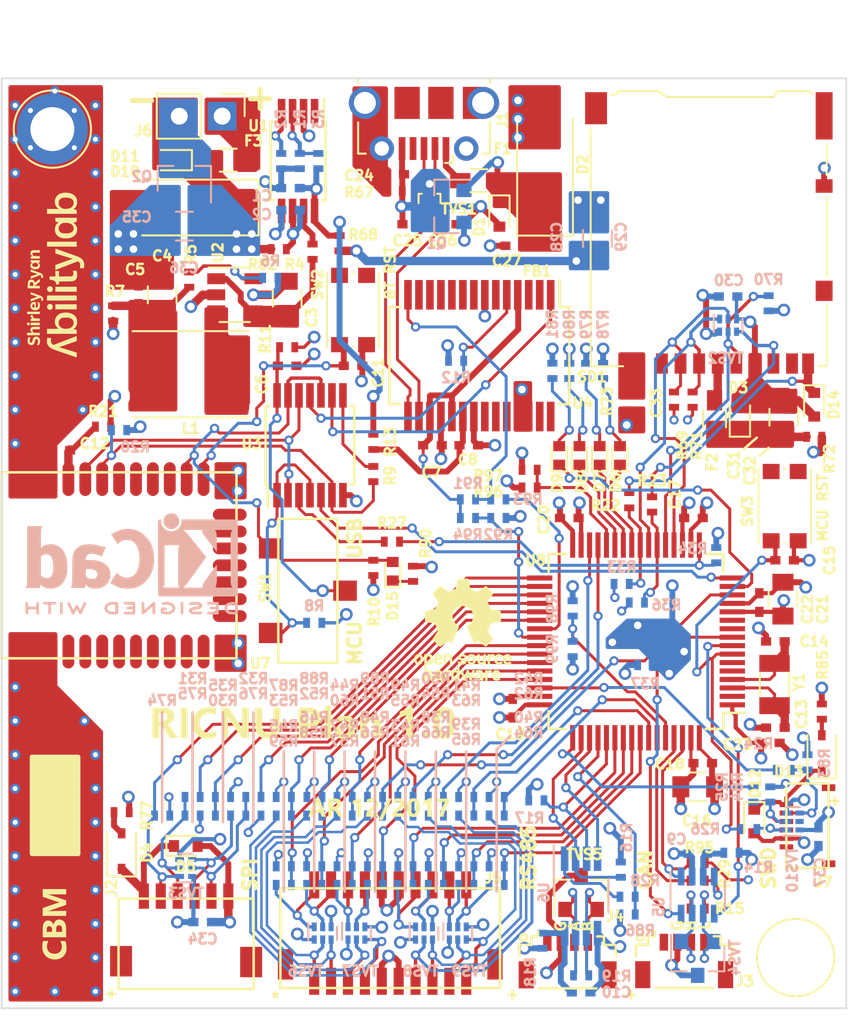
<source format=kicad_pcb>
(kicad_pcb (version 4) (host pcbnew 4.0.7)
  (layers (0 F.Cu signal) (1 In1.Cu power) (2 In2.Cu power hide) (31 B.Cu signal) (34 B.Paste user hide) (35 F.Paste user) (36 B.SilkS user) (37 F.SilkS user hide) (38 B.Mask user hide) (39 F.Mask user) (44 Edge.Cuts user))
  (net 0 "")
  (net 1 +5V_USB_P)
  (net 2 GND)
  (net 3 +5V_EXT_P)
  (net 4 +5V)
  (net 5 "/Power Conditioning/SMPS_3V3_FILTERED")
  (net 6 "/Bus Driver/DRIVER_VCC")
  (net 7 "/USB to UART/FTDI_VCC")
  (net 8 "/CAN Transceiver/CAN_VCC")
  (net 9 "/RS485 Transceiver/RS485_VCC")
  (net 10 /Bluetooth/BT_RESET)
  (net 11 /Bluetooth/BT_VCC)
  (net 12 /MCU/OSC32_IN)
  (net 13 /MCU/OSC32_OUT)
  (net 14 /MCU/MCU_SWD_RESET)
  (net 15 /MCU/MCU_VCC)
  (net 16 "/USB Connector/GND_USB_CABLE")
  (net 17 "/USB Connector/USB_SHIELD")
  (net 18 /USB_D+)
  (net 19 /USB_D-)
  (net 20 "/USB Connector/VBUS_PROTECTED")
  (net 21 "/USB Connector/VBUS_PROTECTED_FILTERED")
  (net 22 +3V3)
  (net 23 "/SD Card Socket/SD_VDD_P")
  (net 24 "/SD Card Socket/SD_SHIELD")
  (net 25 "/5V Power Input Connector/5V_INP_PROTECTED")
  (net 26 "/Manage Connector/MNG_VREF")
  (net 27 "/Manage Connector/MNG_SCHKY")
  (net 28 /LED/LED1_R)
  (net 29 /LED1)
  (net 30 /LED/LED2_R)
  (net 31 /LED2)
  (net 32 /LED/LED3_R)
  (net 33 /LED3)
  (net 34 /LED/LED4_R)
  (net 35 /LED4)
  (net 36 "/5V Power Input Connector/GND_5V_INPUT")
  (net 37 "/Debug Connector/SWD_VREF")
  (net 38 "/Debug Connector/SWD_SCHKY")
  (net 39 +5V_USB)
  (net 40 "/SD Card Socket/SD_VDD")
  (net 41 +5V_EXT)
  (net 42 "Net-(J1-Pad4)")
  (net 43 /MNG_SPI_NSS)
  (net 44 /MNG_SPI_SCK)
  (net 45 /MNG_SPI_MISO)
  (net 46 /MNG_SPI_MOSI)
  (net 47 "Net-(J2-Pad7)")
  (net 48 "Net-(J2-Pad8)")
  (net 49 /RS485_D+)
  (net 50 /RS485_D-)
  (net 51 /DIO1)
  (net 52 /DIO2)
  (net 53 /DIO3)
  (net 54 /DIO4)
  (net 55 /DIO5)
  (net 56 /DIO6)
  (net 57 /DIO7)
  (net 58 /DIO8)
  (net 59 /DIO16)
  (net 60 /DIO15)
  (net 61 /DIO14)
  (net 62 /DIO13)
  (net 63 /DIO12)
  (net 64 /DIO11)
  (net 65 /DIO10)
  (net 66 /DIO9)
  (net 67 "Net-(J5-Pad21)")
  (net 68 "Net-(J5-Pad22)")
  (net 69 /SWD_SWDIO)
  (net 70 /SWD_SWCLK)
  (net 71 /SWD_RESET)
  (net 72 "Net-(J7-Pad7)")
  (net 73 "Net-(J7-Pad8)")
  (net 74 "/Power Conditioning/SMPS_3V3_RAW")
  (net 75 "/Power Conditioning/MUX_VSNS")
  (net 76 "/Power Conditioning/MUX_ILIM")
  (net 77 "/Power Conditioning/MUX_OUT_5V")
  (net 78 "/Power Conditioning/SMPS_FB")
  (net 79 "/Bus Driver/MCU_UART_ENABLE")
  (net 80 /BT_UART_RX)
  (net 81 /FTDI_UART_RX)
  (net 82 /RS485_RXE)
  (net 83 /RS485_TXE)
  (net 84 /SD_CD)
  (net 85 /MCU/MCU_SD_CD)
  (net 86 /SD_SPI_MISO)
  (net 87 /MCU/MCU_SD_MISO)
  (net 88 /MCU/MCU_SWD_SWDIO)
  (net 89 /MCU/MCU_SWD_SWCLK)
  (net 90 /MCU_UART_RX)
  (net 91 /MCU/MCU_BT_RX)
  (net 92 /RS485_RX)
  (net 93 /MCU/MCU_RS485_RX)
  (net 94 /CAN_RX)
  (net 95 /MCU/MCU_CAN_RX)
  (net 96 /MCU/MCU_MNG_MISO)
  (net 97 /MCU/MCU_MNG_SCK)
  (net 98 /MCU/MCU_MNG_MOSI)
  (net 99 /MCU/MCU_DIO_PB3)
  (net 100 /MCU/MCU_DIO_PB4)
  (net 101 /MCU/MCU_DIO_PB5)
  (net 102 /MCU/MCU_DIO_PB6)
  (net 103 /MCU/MCU_DIO_PB7)
  (net 104 /MCU/MCU_DIO_PD2)
  (net 105 /MCU/MCU_DIO_PA8)
  (net 106 /MCU/MCU_DIO_PA9)
  (net 107 /MCU/MCU_DIO_PA10)
  (net 108 /MCU/MCU_DIO_PA11)
  (net 109 /MCU/MCU_DIO_PA12)
  (net 110 /MCU/MCU_DIO_PB10)
  (net 111 /MCU/MCU_DIO_PB11)
  (net 112 /MCU/MCU_DIO_PA0)
  (net 113 /MCU/MCU_DIO_PC7)
  (net 114 /MCU/MCU_DIO_PC6)
  (net 115 /SD_SPI_NSS)
  (net 116 /SD_SPI_SCK)
  (net 117 /SD_SPI_MOSI)
  (net 118 "Net-(SD1-Pad8)")
  (net 119 "Net-(SD1-Pad1)")
  (net 120 "Net-(U1-Pad1)")
  (net 121 /BT_UART_TX)
  (net 122 /MCU_UART_TX)
  (net 123 /FTDI_UART_TX)
  (net 124 "Net-(U4-Pad2)")
  (net 125 "Net-(U4-Pad3)")
  (net 126 "Net-(U4-Pad6)")
  (net 127 "Net-(U4-Pad8)")
  (net 128 "Net-(U4-Pad9)")
  (net 129 "Net-(U4-Pad10)")
  (net 130 "Net-(U4-Pad11)")
  (net 131 "Net-(U4-Pad12)")
  (net 132 "Net-(U4-Pad13)")
  (net 133 "Net-(U4-Pad22)")
  (net 134 "Net-(U4-Pad23)")
  (net 135 "Net-(U4-Pad24)")
  (net 136 "Net-(U4-Pad27)")
  (net 137 "Net-(U4-Pad28)")
  (net 138 /CAN_TX)
  (net 139 /CAN_SHDN)
  (net 140 /CAN_STB)
  (net 141 /RS485_TX)
  (net 142 "Net-(U7-Pad4)")
  (net 143 "Net-(U7-Pad5)")
  (net 144 "Net-(U7-Pad6)")
  (net 145 "Net-(U7-Pad7)")
  (net 146 "Net-(U7-Pad8)")
  (net 147 "Net-(U7-Pad9)")
  (net 148 "Net-(U7-Pad10)")
  (net 149 "Net-(U7-Pad11)")
  (net 150 "Net-(U7-Pad12)")
  (net 151 "Net-(U7-Pad14)")
  (net 152 "Net-(U7-Pad15)")
  (net 153 "Net-(U7-Pad16)")
  (net 154 "Net-(U7-Pad17)")
  (net 155 "Net-(U7-Pad18)")
  (net 156 "Net-(U7-Pad19)")
  (net 157 "Net-(U7-Pad20)")
  (net 158 "Net-(U7-Pad24)")
  (net 159 "Net-(U7-Pad25)")
  (net 160 "Net-(U7-Pad26)")
  (net 161 "Net-(U7-Pad27)")
  (net 162 "Net-(U8-Pad2)")
  (net 163 "Net-(U8-Pad5)")
  (net 164 "Net-(U8-Pad6)")
  (net 165 /CAN-)
  (net 166 /CAN+)
  (net 167 "Net-(TVS10-Pad5)")
  (net 168 "/Bus Driver/FTDI_UART_RX_OUT")
  (net 169 "Net-(J3-Pad1)")
  (net 170 "Net-(J4-Pad1)")
  (net 171 "Net-(SW2-Pad3)")
  (net 172 "Net-(SW3-Pad3)")
  (net 173 "Net-(J7-Pad1)")
  (net 174 "/Bus Driver/LED_BT")
  (net 175 "Net-(U8-Pad10)")
  (net 176 "Net-(U8-Pad11)")
  (net 177 /MCU/MCU_USBON)
  (net 178 /MCU/MCU_PWREN)
  (net 179 /FTDI_USBON)
  (net 180 /FTDI_PWREN)
  (net 181 /MCU/MCU_BOOT0)
  (net 182 /MCU/MCU_BOOT1)
  (net 183 /BT_BOOT0)
  (module Housings_QFP:TQFP-64_10x10mm_Pitch0.5mm (layer F.Cu) (at 159.15 110.3 180)
    (fp_text reference U8 (at 5.95 4.8 180) (layer F.SilkS) (effects (font (size 0.6 0.6))))
    (fp_text value STM32F103RC)
    (pad 1 smd rect (at -5.7 -3.75 180) (size 1.5 0.3) (layers F.Cu F.Paste F.Mask) (net 15 /MCU/MCU_VCC))
    (pad 2 smd rect (at -5.7 -3.25 180) (size 1.5 0.3) (layers F.Cu F.Paste F.Mask) (net 162 "Net-(U8-Pad2)"))
    (pad 3 smd rect (at -5.7 -2.75 180) (size 1.5 0.3) (layers F.Cu F.Paste F.Mask) (net 12 /MCU/OSC32_IN))
    (pad 4 smd rect (at -5.7 -2.25 180) (size 1.5 0.3) (layers F.Cu F.Paste F.Mask) (net 13 /MCU/OSC32_OUT))
    (pad 5 smd rect (at -5.7 -1.75 180) (size 1.5 0.3) (layers F.Cu F.Paste F.Mask) (net 163 "Net-(U8-Pad5)"))
    (pad 6 smd rect (at -5.7 -1.25 180) (size 1.5 0.3) (layers F.Cu F.Paste F.Mask) (net 164 "Net-(U8-Pad6)"))
    (pad 7 smd rect (at -5.7 -0.75 180) (size 1.5 0.3) (layers F.Cu F.Paste F.Mask) (net 14 /MCU/MCU_SWD_RESET))
    (pad 8 smd rect (at -5.7 -0.25 180) (size 1.5 0.3) (layers F.Cu F.Paste F.Mask) (net 139 /CAN_SHDN))
    (pad 9 smd rect (at -5.7 0.25 180) (size 1.5 0.3) (layers F.Cu F.Paste F.Mask) (net 140 /CAN_STB))
    (pad 10 smd rect (at -5.7 0.75 180) (size 1.5 0.3) (layers F.Cu F.Paste F.Mask) (net 175 "Net-(U8-Pad10)"))
    (pad 11 smd rect (at -5.7 1.25 180) (size 1.5 0.3) (layers F.Cu F.Paste F.Mask) (net 176 "Net-(U8-Pad11)"))
    (pad 12 smd rect (at -5.7 1.75 180) (size 1.5 0.3) (layers F.Cu F.Paste F.Mask) (net 2 GND))
    (pad 13 smd rect (at -5.7 2.25 180) (size 1.5 0.3) (layers F.Cu F.Paste F.Mask) (net 15 /MCU/MCU_VCC))
    (pad 14 smd rect (at -5.7 2.75 180) (size 1.5 0.3) (layers F.Cu F.Paste F.Mask) (net 112 /MCU/MCU_DIO_PA0))
    (pad 15 smd rect (at -5.7 3.25 180) (size 1.5 0.3) (layers F.Cu F.Paste F.Mask) (net 35 /LED4))
    (pad 16 smd rect (at -5.7 3.75 180) (size 1.5 0.3) (layers F.Cu F.Paste F.Mask) (net 122 /MCU_UART_TX))
    (pad 17 smd rect (at -3.75 5.7 270) (size 1.5 0.3) (layers F.Cu F.Paste F.Mask) (net 91 /MCU/MCU_BT_RX))
    (pad 18 smd rect (at -3.25 5.7 270) (size 1.5 0.3) (layers F.Cu F.Paste F.Mask) (net 2 GND))
    (pad 19 smd rect (at -2.75 5.7 270) (size 1.5 0.3) (layers F.Cu F.Paste F.Mask) (net 15 /MCU/MCU_VCC))
    (pad 20 smd rect (at -2.25 5.7 270) (size 1.5 0.3) (layers F.Cu F.Paste F.Mask) (net 115 /SD_SPI_NSS))
    (pad 21 smd rect (at -1.75 5.7 270) (size 1.5 0.3) (layers F.Cu F.Paste F.Mask) (net 116 /SD_SPI_SCK))
    (pad 22 smd rect (at -1.25 5.7 270) (size 1.5 0.3) (layers F.Cu F.Paste F.Mask) (net 87 /MCU/MCU_SD_MISO))
    (pad 23 smd rect (at -0.75 5.7 270) (size 1.5 0.3) (layers F.Cu F.Paste F.Mask) (net 117 /SD_SPI_MOSI))
    (pad 24 smd rect (at -0.25 5.7 270) (size 1.5 0.3) (layers F.Cu F.Paste F.Mask) (net 85 /MCU/MCU_SD_CD))
    (pad 25 smd rect (at 0.25 5.7 270) (size 1.5 0.3) (layers F.Cu F.Paste F.Mask) (net 29 /LED1))
    (pad 26 smd rect (at 0.75 5.7 270) (size 1.5 0.3) (layers F.Cu F.Paste F.Mask) (net 31 /LED2))
    (pad 27 smd rect (at 1.25 5.7 270) (size 1.5 0.3) (layers F.Cu F.Paste F.Mask) (net 33 /LED3))
    (pad 28 smd rect (at 1.75 5.7 270) (size 1.5 0.3) (layers F.Cu F.Paste F.Mask) (net 182 /MCU/MCU_BOOT1))
    (pad 29 smd rect (at 2.25 5.7 270) (size 1.5 0.3) (layers F.Cu F.Paste F.Mask) (net 110 /MCU/MCU_DIO_PB10))
    (pad 30 smd rect (at 2.75 5.7 270) (size 1.5 0.3) (layers F.Cu F.Paste F.Mask) (net 111 /MCU/MCU_DIO_PB11))
    (pad 31 smd rect (at 3.25 5.7 270) (size 1.5 0.3) (layers F.Cu F.Paste F.Mask) (net 2 GND))
    (pad 32 smd rect (at 3.75 5.7 270) (size 1.5 0.3) (layers F.Cu F.Paste F.Mask) (net 15 /MCU/MCU_VCC))
    (pad 33 smd rect (at 5.7 3.75 180) (size 1.5 0.3) (layers F.Cu F.Paste F.Mask) (net 43 /MNG_SPI_NSS))
    (pad 34 smd rect (at 5.7 3.25 180) (size 1.5 0.3) (layers F.Cu F.Paste F.Mask) (net 97 /MCU/MCU_MNG_SCK))
    (pad 35 smd rect (at 5.7 2.75 180) (size 1.5 0.3) (layers F.Cu F.Paste F.Mask) (net 96 /MCU/MCU_MNG_MISO))
    (pad 36 smd rect (at 5.7 2.25 180) (size 1.5 0.3) (layers F.Cu F.Paste F.Mask) (net 98 /MCU/MCU_MNG_MOSI))
    (pad 37 smd rect (at 5.7 1.75 180) (size 1.5 0.3) (layers F.Cu F.Paste F.Mask) (net 114 /MCU/MCU_DIO_PC6))
    (pad 38 smd rect (at 5.7 1.25 180) (size 1.5 0.3) (layers F.Cu F.Paste F.Mask) (net 113 /MCU/MCU_DIO_PC7))
    (pad 39 smd rect (at 5.7 0.75 180) (size 1.5 0.3) (layers F.Cu F.Paste F.Mask) (net 178 /MCU/MCU_PWREN))
    (pad 40 smd rect (at 5.7 0.25 180) (size 1.5 0.3) (layers F.Cu F.Paste F.Mask) (net 177 /MCU/MCU_USBON))
    (pad 41 smd rect (at 5.7 -0.25 180) (size 1.5 0.3) (layers F.Cu F.Paste F.Mask) (net 105 /MCU/MCU_DIO_PA8))
    (pad 42 smd rect (at 5.7 -0.75 180) (size 1.5 0.3) (layers F.Cu F.Paste F.Mask) (net 106 /MCU/MCU_DIO_PA9))
    (pad 43 smd rect (at 5.7 -1.25 180) (size 1.5 0.3) (layers F.Cu F.Paste F.Mask) (net 107 /MCU/MCU_DIO_PA10))
    (pad 44 smd rect (at 5.7 -1.75 180) (size 1.5 0.3) (layers F.Cu F.Paste F.Mask) (net 108 /MCU/MCU_DIO_PA11))
    (pad 45 smd rect (at 5.7 -2.25 180) (size 1.5 0.3) (layers F.Cu F.Paste F.Mask) (net 109 /MCU/MCU_DIO_PA12))
    (pad 46 smd rect (at 5.7 -2.75 180) (size 1.5 0.3) (layers F.Cu F.Paste F.Mask) (net 88 /MCU/MCU_SWD_SWDIO))
    (pad 47 smd rect (at 5.7 -3.25 180) (size 1.5 0.3) (layers F.Cu F.Paste F.Mask) (net 2 GND))
    (pad 48 smd rect (at 5.7 -3.75 180) (size 1.5 0.3) (layers F.Cu F.Paste F.Mask) (net 15 /MCU/MCU_VCC))
    (pad 49 smd rect (at 3.75 -5.7 270) (size 1.5 0.3) (layers F.Cu F.Paste F.Mask) (net 89 /MCU/MCU_SWD_SWCLK))
    (pad 50 smd rect (at 3.25 -5.7 270) (size 1.5 0.3) (layers F.Cu F.Paste F.Mask) (net 82 /RS485_RXE))
    (pad 51 smd rect (at 2.75 -5.7 270) (size 1.5 0.3) (layers F.Cu F.Paste F.Mask) (net 141 /RS485_TX))
    (pad 52 smd rect (at 2.25 -5.7 270) (size 1.5 0.3) (layers F.Cu F.Paste F.Mask) (net 93 /MCU/MCU_RS485_RX))
    (pad 53 smd rect (at 1.75 -5.7 270) (size 1.5 0.3) (layers F.Cu F.Paste F.Mask) (net 83 /RS485_TXE))
    (pad 54 smd rect (at 1.25 -5.7 270) (size 1.5 0.3) (layers F.Cu F.Paste F.Mask) (net 104 /MCU/MCU_DIO_PD2))
    (pad 55 smd rect (at 0.75 -5.7 270) (size 1.5 0.3) (layers F.Cu F.Paste F.Mask) (net 99 /MCU/MCU_DIO_PB3))
    (pad 56 smd rect (at 0.25 -5.7 270) (size 1.5 0.3) (layers F.Cu F.Paste F.Mask) (net 100 /MCU/MCU_DIO_PB4))
    (pad 57 smd rect (at -0.25 -5.7 270) (size 1.5 0.3) (layers F.Cu F.Paste F.Mask) (net 101 /MCU/MCU_DIO_PB5))
    (pad 58 smd rect (at -0.75 -5.7 270) (size 1.5 0.3) (layers F.Cu F.Paste F.Mask) (net 102 /MCU/MCU_DIO_PB6))
    (pad 59 smd rect (at -1.25 -5.7 270) (size 1.5 0.3) (layers F.Cu F.Paste F.Mask) (net 103 /MCU/MCU_DIO_PB7))
    (pad 60 smd rect (at -1.75 -5.7 270) (size 1.5 0.3) (layers F.Cu F.Paste F.Mask) (net 181 /MCU/MCU_BOOT0))
    (pad 61 smd rect (at -2.25 -5.7 270) (size 1.5 0.3) (layers F.Cu F.Paste F.Mask) (net 95 /MCU/MCU_CAN_RX))
    (pad 62 smd rect (at -2.75 -5.7 270) (size 1.5 0.3) (layers F.Cu F.Paste F.Mask) (net 138 /CAN_TX))
    (pad 63 smd rect (at -3.25 -5.7 270) (size 1.5 0.3) (layers F.Cu F.Paste F.Mask) (net 2 GND))
    (pad 64 smd rect (at -3.75 -5.7 270) (size 1.5 0.3) (layers F.Cu F.Paste F.Mask) (net 15 /MCU/MCU_VCC))
  )
  (module TO_SOT_Packages_SMD:SOT-23 (layer B.Cu) (at 147.965 84.57 180)
    (fp_text reference Q1 (at 0.615 -2.18 180) (layer B.SilkS) (effects (font (size 0.6 0.6)) (justify mirror)))
    (fp_text value N-CH)
    (pad 1 smd rect (at -1 0.95 180) (size 0.9 0.8) (layers B.Cu B.Paste B.Mask) (net 20 "/USB Connector/VBUS_PROTECTED"))
    (pad 2 smd rect (at -1 -0.95 180) (size 0.9 0.8) (layers B.Cu B.Paste B.Mask) (net 2 GND))
    (pad 3 smd rect (at 1 0 180) (size 0.9 0.8) (layers B.Cu B.Paste B.Mask) (net 16 "/USB Connector/GND_USB_CABLE"))
  )
  (module USB_Micro-B_Molex-105017-0001 (layer F.Cu) (at 146.6 78.8 180)
    (fp_text reference J1 (at -4.66 -0.67 270) (layer F.SilkS) (effects (font (size 0.6 0.6))))
    (fp_text value USB_OTG)
    (pad 6 smd rect (at 1 0.35 180) (size 1.5 1.9) (layers F.Cu F.Paste F.Mask) (net 17 "/USB Connector/USB_SHIELD"))
    (pad 6 thru_hole circle (at -2.5 -2.35 180) (size 1.45 1.45) (drill 0.85) (layers *.Cu *.Mask) (net 17 "/USB Connector/USB_SHIELD"))
    (pad 2 smd rect (at -0.65 -2.35 180) (size 0.4 1.35) (layers F.Cu F.Paste F.Mask) (net 19 /USB_D-))
    (pad 1 smd rect (at -1.3 -2.35 180) (size 0.4 1.35) (layers F.Cu F.Paste F.Mask) (net 39 +5V_USB))
    (pad 5 smd rect (at 1.3 -2.35 180) (size 0.4 1.35) (layers F.Cu F.Paste F.Mask) (net 16 "/USB Connector/GND_USB_CABLE"))
    (pad 4 smd rect (at 0.65 -2.35 180) (size 0.4 1.35) (layers F.Cu F.Paste F.Mask) (net 42 "Net-(J1-Pad4)"))
    (pad 3 smd rect (at 0 -2.35 180) (size 0.4 1.35) (layers F.Cu F.Paste F.Mask) (net 18 /USB_D+))
    (pad 6 thru_hole circle (at 2.5 -2.35 180) (size 1.45 1.45) (drill 0.85) (layers *.Cu *.Mask) (net 17 "/USB Connector/USB_SHIELD"))
    (pad 6 smd rect (at -1 0.35 180) (size 1.5 1.9) (layers F.Cu F.Paste F.Mask) (net 17 "/USB Connector/USB_SHIELD"))
    (pad 6 thru_hole circle (at -3.5 0.35) (size 1.9 1.9) (drill 1.3) (layers *.Cu *.Mask) (net 17 "/USB Connector/USB_SHIELD"))
    (pad 6 thru_hole circle (at 3.5 0.35 180) (size 1.9 1.9) (drill 1.3) (layers *.Cu *.Mask) (net 17 "/USB Connector/USB_SHIELD"))
    (pad 6 smd rect (at 2.9 0.35 180) (size 1.2 1.9) (layers F.Cu F.Mask) (net 17 "/USB Connector/USB_SHIELD"))
    (pad 6 smd rect (at -2.9 0.35 180) (size 1.2 1.9) (layers F.Cu F.Mask) (net 17 "/USB Connector/USB_SHIELD"))
  )
  (module Capacitors_SMD:C_0805 (layer F.Cu) (at 167.85 107.8 270)
    (fp_text reference C21 (at 0.6 -2.35 270) (layer F.SilkS) (effects (font (size 0.6 0.6))))
    (fp_text value 1u)
    (pad 1 smd rect (at -1 0 270) (size 1 1.25) (layers F.Cu F.Paste F.Mask) (net 15 /MCU/MCU_VCC))
    (pad 2 smd rect (at 1 0 270) (size 1 1.25) (layers F.Cu F.Paste F.Mask) (net 2 GND))
  )
  (module RICNU_Plan_v_1_0:VIA-0.6-0.3 (layer F.Cu) (at 123.3 81.1)
    (fp_text reference REF** hide)
    (fp_text value VIA-0.6-0.3 hide)
    (pad 1 thru_hole circle (at 0 0) (size 0.6 0.6) (drill 0.3) (layers *.Cu) (net 2 GND))
  )
  (module RICNU_Plan_v_1_0:VIA-0.6-0.3 (layer F.Cu) (at 125.9 81.1)
    (fp_text reference REF** hide)
    (fp_text value VIA-0.6-0.3 hide)
    (pad 1 thru_hole circle (at 0 0) (size 0.6 0.6) (drill 0.3) (layers *.Cu) (net 2 GND))
  )
  (module RICNU_Plan_v_1_0:VIA-0.6-0.3 (layer F.Cu) (at 123.3 78.9)
    (fp_text reference REF** hide)
    (fp_text value VIA-0.6-0.3 hide)
    (pad 1 thru_hole circle (at 0 0) (size 0.6 0.6) (drill 0.3) (layers *.Cu) (net 2 GND))
  )
  (module RICNU_Plan_v_1_0:VIA-0.6-0.3 (layer F.Cu) (at 125.9 78.9)
    (fp_text reference REF** hide)
    (fp_text value VIA-0.6-0.3 hide)
    (pad 1 thru_hole circle (at 0 0) (size 0.6 0.6) (drill 0.3) (layers *.Cu) (net 2 GND))
  )
  (module Connectors:1pin (layer F.Cu) (at 124.6 80)
    (fp_text reference REF** hide)
    (fp_text value 1pin)
    (pad "" thru_hole circle (at 0 0) (size 4.2 4.2) (drill 2.6) (layers *.Cu *.Mask) (net 2 GND))
  )
  (module RICNU_Plan_v_1_0:VIA-0.6-0.3 (layer F.Cu) (at 126.4 96.6)
    (fp_text reference REF** hide)
    (fp_text value VIA-0.6-0.3 hide)
    (pad 1 thru_hole circle (at 0 0) (size 0.6 0.6) (drill 0.3) (layers *.Cu) (net 2 GND))
  )
  (module RICNU_Plan_v_1_0:VIA-0.6-0.3 (layer F.Cu) (at 124.75 77.75)
    (fp_text reference REF** hide)
    (fp_text value VIA-0.6-0.3 hide)
    (pad 1 thru_hole circle (at 0 0) (size 0.6 0.6) (drill 0.3) (layers *.Cu) (net 2 GND))
  )
  (module RICNU_Plan_v_1_0:VIA-0.6-0.3 (layer F.Cu) (at 127.15 84.6)
    (fp_text reference REF** hide)
    (fp_text value VIA-0.6-0.3 hide)
    (pad 1 thru_hole circle (at 0 0) (size 0.6 0.6) (drill 0.3) (layers *.Cu) (net 2 GND))
  )
  (module RICNU_Plan_v_1_0:VIA-0.6-0.3 (layer F.Cu) (at 127.15 82.6)
    (fp_text reference REF** hide)
    (fp_text value VIA-0.6-0.3 hide)
    (pad 1 thru_hole circle (at 0 0) (size 0.6 0.6) (drill 0.3) (layers *.Cu) (net 2 GND))
  )
  (module RICNU_Plan_v_1_0:VIA-0.6-0.3 (layer F.Cu) (at 127.15 92.6)
    (fp_text reference REF** hide)
    (fp_text value VIA-0.6-0.3 hide)
    (pad 1 thru_hole circle (at 0 0) (size 0.6 0.6) (drill 0.3) (layers *.Cu) (net 2 GND))
  )
  (module RICNU_Plan_v_1_0:VIA-0.6-0.3 (layer F.Cu) (at 127.15 94.6)
    (fp_text reference REF** hide)
    (fp_text value VIA-0.6-0.3 hide)
    (pad 1 thru_hole circle (at 0 0) (size 0.6 0.6) (drill 0.3) (layers *.Cu) (net 2 GND))
  )
  (module RICNU_Plan_v_1_0:VIA-0.6-0.3 (layer F.Cu) (at 127.15 90.6)
    (fp_text reference REF** hide)
    (fp_text value VIA-0.6-0.3 hide)
    (pad 1 thru_hole circle (at 0 0) (size 0.6 0.6) (drill 0.3) (layers *.Cu) (net 2 GND))
  )
  (module RICNU_Plan_v_1_0:VIA-0.6-0.3 (layer F.Cu) (at 127.15 86.6)
    (fp_text reference REF** hide)
    (fp_text value VIA-0.6-0.3 hide)
    (pad 1 thru_hole circle (at 0 0) (size 0.6 0.6) (drill 0.3) (layers *.Cu) (net 2 GND))
  )
  (module RICNU_Plan_v_1_0:VIA-0.6-0.3 (layer F.Cu) (at 127.15 88.6)
    (fp_text reference REF** hide)
    (fp_text value VIA-0.6-0.3 hide)
    (pad 1 thru_hole circle (at 0 0) (size 0.6 0.6) (drill 0.3) (layers *.Cu) (net 2 GND))
  )
  (module RICNU_Plan_v_1_0:VIA-0.6-0.3 (layer F.Cu) (at 122.4 78.6)
    (fp_text reference REF** hide)
    (fp_text value VIA-0.6-0.3 hide)
    (pad 1 thru_hole circle (at 0 0) (size 0.6 0.6) (drill 0.3) (layers *.Cu) (net 2 GND))
  )
  (module RICNU_Plan_v_1_0:VIA-0.6-0.3 (layer F.Cu) (at 127.15 78.6)
    (fp_text reference REF** hide)
    (fp_text value VIA-0.6-0.3 hide)
    (pad 1 thru_hole circle (at 0 0) (size 0.6 0.6) (drill 0.3) (layers *.Cu) (net 2 GND))
  )
  (module RICNU_Plan_v_1_0:VIA-0.6-0.3 (layer F.Cu) (at 127.15 80.6)
    (fp_text reference REF** hide)
    (fp_text value VIA-0.6-0.3 hide)
    (pad 1 thru_hole circle (at 0 0) (size 0.6 0.6) (drill 0.3) (layers *.Cu) (net 2 GND))
  )
  (module RICNU_Plan_v_1_0:VIA-0.6-0.3 (layer F.Cu) (at 122.4 98.6)
    (fp_text reference REF** hide)
    (fp_text value VIA-0.6-0.3 hide)
    (pad 1 thru_hole circle (at 0 0) (size 0.6 0.6) (drill 0.3) (layers *.Cu) (net 2 GND))
  )
  (module RICNU_Plan_v_1_0:VIA-0.6-0.3 (layer F.Cu) (at 122.4 96.6)
    (fp_text reference REF** hide)
    (fp_text value VIA-0.6-0.3 hide)
    (pad 1 thru_hole circle (at 0 0) (size 0.6 0.6) (drill 0.3) (layers *.Cu) (net 2 GND))
  )
  (module RICNU_Plan_v_1_0:VIA-0.6-0.3 (layer F.Cu) (at 122.4 94.6)
    (fp_text reference REF** hide)
    (fp_text value VIA-0.6-0.3 hide)
    (pad 1 thru_hole circle (at 0 0) (size 0.6 0.6) (drill 0.3) (layers *.Cu) (net 2 GND))
  )
  (module RICNU_Plan_v_1_0:VIA-0.6-0.3 (layer F.Cu) (at 122.4 92.6)
    (fp_text reference REF** hide)
    (fp_text value VIA-0.6-0.3 hide)
    (pad 1 thru_hole circle (at 0 0) (size 0.6 0.6) (drill 0.3) (layers *.Cu) (net 2 GND))
  )
  (module RICNU_Plan_v_1_0:VIA-0.6-0.3 (layer F.Cu) (at 122.4 90.6)
    (fp_text reference REF** hide)
    (fp_text value VIA-0.6-0.3 hide)
    (pad 1 thru_hole circle (at 0 0) (size 0.6 0.6) (drill 0.3) (layers *.Cu) (net 2 GND))
  )
  (module RICNU_Plan_v_1_0:VIA-0.6-0.3 (layer F.Cu) (at 122.4 84.6)
    (fp_text reference REF** hide)
    (fp_text value VIA-0.6-0.3 hide)
    (pad 1 thru_hole circle (at 0 0) (size 0.6 0.6) (drill 0.3) (layers *.Cu) (net 2 GND))
  )
  (module RICNU_Plan_v_1_0:VIA-0.6-0.3 (layer F.Cu) (at 122.4 82.6)
    (fp_text reference REF** hide)
    (fp_text value VIA-0.6-0.3 hide)
    (pad 1 thru_hole circle (at 0 0) (size 0.6 0.6) (drill 0.3) (layers *.Cu) (net 2 GND))
  )
  (module RICNU_Plan_v_1_0:VIA-0.6-0.3 (layer F.Cu) (at 122.4 86.6)
    (fp_text reference REF** hide)
    (fp_text value VIA-0.6-0.3 hide)
    (pad 1 thru_hole circle (at 0 0) (size 0.6 0.6) (drill 0.3) (layers *.Cu) (net 2 GND))
  )
  (module RICNU_Plan_v_1_0:VIA-0.6-0.3 (layer F.Cu) (at 122.4 88.6)
    (fp_text reference REF** hide)
    (fp_text value VIA-0.6-0.3 hide)
    (pad 1 thru_hole circle (at 0 0) (size 0.6 0.6) (drill 0.3) (layers *.Cu) (net 2 GND))
  )
  (module RICNU_Plan_v_1_0:VIA-0.6-0.3 (layer F.Cu) (at 122.4 80.6)
    (fp_text reference REF** hide)
    (fp_text value VIA-0.6-0.3 hide)
    (pad 1 thru_hole circle (at 0 0) (size 0.6 0.6) (drill 0.3) (layers *.Cu) (net 2 GND))
  )
  (module RICNU_Plan_v_1_0:VIA-0.6-0.3 (layer F.Cu) (at 124.75 131)
    (fp_text reference REF** hide)
    (fp_text value VIA-0.6-0.3 hide)
    (pad 1 thru_hole circle (at 0 0) (size 0.6 0.6) (drill 0.3) (layers *.Cu) (net 2 GND))
  )
  (module RICNU_Plan_v_1_0:VIA-0.6-0.3 (layer F.Cu) (at 127.15 131)
    (fp_text reference REF** hide)
    (fp_text value VIA-0.6-0.3 hide)
    (pad 1 thru_hole circle (at 0 0) (size 0.6 0.6) (drill 0.3) (layers *.Cu) (net 2 GND))
  )
  (module RICNU_Plan_v_1_0:VIA-0.6-0.3 (layer F.Cu) (at 127.15 129)
    (fp_text reference REF** hide)
    (fp_text value VIA-0.6-0.3 hide)
    (pad 1 thru_hole circle (at 0 0) (size 0.6 0.6) (drill 0.3) (layers *.Cu) (net 2 GND))
  )
  (module RICNU_Plan_v_1_0:VIA-0.6-0.3 (layer F.Cu) (at 127.15 127)
    (fp_text reference REF** hide)
    (fp_text value VIA-0.6-0.3 hide)
    (pad 1 thru_hole circle (at 0 0) (size 0.6 0.6) (drill 0.3) (layers *.Cu) (net 2 GND))
  )
  (module RICNU_Plan_v_1_0:VIA-0.6-0.3 (layer F.Cu) (at 127.15 125)
    (fp_text reference REF** hide)
    (fp_text value VIA-0.6-0.3 hide)
    (pad 1 thru_hole circle (at 0 0) (size 0.6 0.6) (drill 0.3) (layers *.Cu) (net 2 GND))
  )
  (module RICNU_Plan_v_1_0:VIA-0.6-0.3 (layer F.Cu) (at 127.15 123)
    (fp_text reference REF** hide)
    (fp_text value VIA-0.6-0.3 hide)
    (pad 1 thru_hole circle (at 0 0) (size 0.6 0.6) (drill 0.3) (layers *.Cu) (net 2 GND))
  )
  (module RICNU_Plan_v_1_0:VIA-0.6-0.3 (layer F.Cu) (at 127.15 121)
    (fp_text reference REF** hide)
    (fp_text value VIA-0.6-0.3 hide)
    (pad 1 thru_hole circle (at 0 0) (size 0.6 0.6) (drill 0.3) (layers *.Cu) (net 2 GND))
  )
  (module RICNU_Plan_v_1_0:VIA-0.6-0.3 (layer F.Cu) (at 127.15 119)
    (fp_text reference REF** hide)
    (fp_text value VIA-0.6-0.3 hide)
    (pad 1 thru_hole circle (at 0 0) (size 0.6 0.6) (drill 0.3) (layers *.Cu) (net 2 GND))
  )
  (module RICNU_Plan_v_1_0:VIA-0.6-0.3 (layer F.Cu) (at 127.15 117)
    (fp_text reference REF** hide)
    (fp_text value VIA-0.6-0.3 hide)
    (pad 1 thru_hole circle (at 0 0) (size 0.6 0.6) (drill 0.3) (layers *.Cu) (net 2 GND))
  )
  (module RICNU_Plan_v_1_0:VIA-0.6-0.3 (layer F.Cu) (at 126.5 115)
    (fp_text reference REF** hide)
    (fp_text value VIA-0.6-0.3 hide)
    (pad 1 thru_hole circle (at 0 0) (size 0.6 0.6) (drill 0.3) (layers *.Cu) (net 2 GND))
  )
  (module RICNU_Plan_v_1_0:VIA-0.6-0.3 (layer F.Cu) (at 122.4 131)
    (fp_text reference REF** hide)
    (fp_text value VIA-0.6-0.3 hide)
    (pad 1 thru_hole circle (at 0 0) (size 0.6 0.6) (drill 0.3) (layers *.Cu) (net 2 GND))
  )
  (module RICNU_Plan_v_1_0:VIA-0.6-0.3 (layer F.Cu) (at 122.4 129)
    (fp_text reference REF** hide)
    (fp_text value VIA-0.6-0.3 hide)
    (pad 1 thru_hole circle (at 0 0) (size 0.6 0.6) (drill 0.3) (layers *.Cu) (net 2 GND))
  )
  (module RICNU_Plan_v_1_0:VIA-0.6-0.3 (layer F.Cu) (at 122.4 127)
    (fp_text reference REF** hide)
    (fp_text value VIA-0.6-0.3 hide)
    (pad 1 thru_hole circle (at 0 0) (size 0.6 0.6) (drill 0.3) (layers *.Cu) (net 2 GND))
  )
  (module RICNU_Plan_v_1_0:VIA-0.6-0.3 (layer F.Cu) (at 122.4 125)
    (fp_text reference REF** hide)
    (fp_text value VIA-0.6-0.3 hide)
    (pad 1 thru_hole circle (at 0 0) (size 0.6 0.6) (drill 0.3) (layers *.Cu) (net 2 GND))
  )
  (module RICNU_Plan_v_1_0:VIA-0.6-0.3 (layer F.Cu) (at 122.4 123)
    (fp_text reference REF** hide)
    (fp_text value VIA-0.6-0.3 hide)
    (pad 1 thru_hole circle (at 0 0) (size 0.6 0.6) (drill 0.3) (layers *.Cu) (net 2 GND))
  )
  (module RICNU_Plan_v_1_0:VIA-0.6-0.3 (layer F.Cu) (at 122.4 121)
    (fp_text reference REF** hide)
    (fp_text value VIA-0.6-0.3 hide)
    (pad 1 thru_hole circle (at 0 0) (size 0.6 0.6) (drill 0.3) (layers *.Cu) (net 2 GND))
  )
  (module RICNU_Plan_v_1_0:VIA-0.6-0.3 (layer F.Cu) (at 122.4 119)
    (fp_text reference REF** hide)
    (fp_text value VIA-0.6-0.3 hide)
    (pad 1 thru_hole circle (at 0 0) (size 0.6 0.6) (drill 0.3) (layers *.Cu) (net 2 GND))
  )
  (module RICNU_Plan_v_1_0:VIA-0.6-0.3 (layer F.Cu) (at 122.4 117)
    (fp_text reference REF** hide)
    (fp_text value VIA-0.6-0.3 hide)
    (pad 1 thru_hole circle (at 0 0) (size 0.6 0.6) (drill 0.3) (layers *.Cu) (net 2 GND))
  )
  (module RICNU_Plan_v_1_0:VIA-0.6-0.3 (layer F.Cu) (at 122.4 115)
    (fp_text reference REF** hide)
    (fp_text value VIA-0.6-0.3 hide)
    (pad 1 thru_hole circle (at 0 0) (size 0.6 0.6) (drill 0.3) (layers *.Cu) (net 2 GND))
  )
  (module Resistors_SMD:R_0402_NoSilk (layer B.Cu) (at 167.9 117.9 180)
    (fp_text reference R24 (at 1.5 1.55 180) (layer B.SilkS) (effects (font (size 0.6 0.6)) (justify mirror)))
    (fp_text value 180)
    (pad 1 smd rect (at -0.45 0 180) (size 0.4 0.6) (layers B.Cu B.Paste B.Mask) (net 69 /SWD_SWDIO))
    (pad 2 smd rect (at 0.45 0 180) (size 0.4 0.6) (layers B.Cu B.Paste B.Mask) (net 88 /MCU/MCU_SWD_SWDIO))
  )
  (module Diodes_SMD:D_SOD-323 (layer F.Cu) (at 170.15 116.9 90)
    (fp_text reference D13 (at -1.1 -1.95 180) (layer F.SilkS) (effects (font (size 0.6 0.6))))
    (fp_text value D_Schottky)
    (pad 1 smd rect (at -1.05 0 90) (size 0.6 0.45) (layers F.Cu F.Paste F.Mask) (net 37 "/Debug Connector/SWD_VREF"))
    (pad 2 smd rect (at 1.05 0 90) (size 0.6 0.45) (layers F.Cu F.Paste F.Mask) (net 38 "/Debug Connector/SWD_SCHKY"))
  )
  (module Capacitors_SMD:C_0402_NoSilk (layer F.Cu) (at 167.95 105.5)
    (fp_text reference C15 (at 2.65 0 270) (layer F.SilkS) (effects (font (size 0.6 0.6))))
    (fp_text value 100n)
    (pad 1 smd rect (at -0.55 0) (size 0.6 0.5) (layers F.Cu F.Paste F.Mask) (net 14 /MCU/MCU_SWD_RESET))
    (pad 2 smd rect (at 0.55 0) (size 0.6 0.5) (layers F.Cu F.Paste F.Mask) (net 2 GND))
  )
  (module Resistors_SMD:R_0402_NoSilk (layer B.Cu) (at 158.65 125.4)
    (fp_text reference R28 (at 1.05 -0.95 180) (layer B.SilkS) (effects (font (size 0.6 0.6)) (justify mirror)))
    (fp_text value 180)
    (pad 1 smd rect (at -0.45 0) (size 0.4 0.6) (layers B.Cu B.Paste B.Mask) (net 92 /RS485_RX))
    (pad 2 smd rect (at 0.45 0) (size 0.4 0.6) (layers B.Cu B.Paste B.Mask) (net 93 /MCU/MCU_RS485_RX))
  )
  (module Capacitors_SMD:C_0402_NoSilk (layer B.Cu) (at 162.8 122.85 180)
    (fp_text reference C9 (at 1.25 0.85 180) (layer B.SilkS) (effects (font (size 0.6 0.6)) (justify mirror)))
    (fp_text value 100n)
    (pad 1 smd rect (at -0.55 0 180) (size 0.6 0.5) (layers B.Cu B.Paste B.Mask) (net 8 "/CAN Transceiver/CAN_VCC"))
    (pad 2 smd rect (at 0.55 0 180) (size 0.6 0.5) (layers B.Cu B.Paste B.Mask) (net 2 GND))
  )
  (module Resistors_SMD:R_0402_NoSilk (layer B.Cu) (at 155.9 130.05)
    (fp_text reference R19 (at 2.1 0.05) (layer B.SilkS) (effects (font (size 0.6 0.6)) (justify mirror)))
    (fp_text value 120)
    (pad 1 smd rect (at -0.45 0) (size 0.4 0.6) (layers B.Cu B.Paste B.Mask) (net 49 /RS485_D+))
    (pad 2 smd rect (at 0.45 0) (size 0.4 0.6) (layers B.Cu B.Paste B.Mask) (net 50 /RS485_D-))
  )
  (module Connectors_Card:Hirose_DM3AT-SF-PEJM5 (layer F.Cu) (at 160.685407 93.264327 180)
    (fp_text reference SD1 (at 4.135407 -1.385673 180) (layer F.SilkS) (effects (font (size 0.6 0.6))))
    (fp_text value DM3AT-SF-PEJM5)
    (pad 9 smd rect (at -8.65 -0.6 180) (size 0.7 1.2) (layers F.Cu F.Paste F.Mask) (net 84 /SD_CD))
    (pad 8 smd rect (at -7.7 -0.6 180) (size 0.7 1.2) (layers F.Cu F.Paste F.Mask) (net 118 "Net-(SD1-Pad8)"))
    (pad 1 smd rect (at 0 -0.6 180) (size 0.7 1.2) (layers F.Cu F.Paste F.Mask) (net 119 "Net-(SD1-Pad1)"))
    (pad 2 smd rect (at -1.1 -0.6 180) (size 0.7 1.2) (layers F.Cu F.Paste F.Mask) (net 115 /SD_SPI_NSS))
    (pad 3 smd rect (at -2.2 -0.6 180) (size 0.7 1.2) (layers F.Cu F.Paste F.Mask) (net 117 /SD_SPI_MOSI))
    (pad 4 smd rect (at -3.3 -0.6 180) (size 0.7 1.2) (layers F.Cu F.Paste F.Mask) (net 40 "/SD Card Socket/SD_VDD"))
    (pad 5 smd rect (at -4.4 -0.6 180) (size 0.7 1.2) (layers F.Cu F.Paste F.Mask) (net 116 /SD_SPI_SCK))
    (pad 6 smd rect (at -5.5 -0.6 180) (size 0.7 1.2) (layers F.Cu F.Paste F.Mask) (net 2 GND))
    (pad 7 smd rect (at -6.6 -0.6 180) (size 0.7 1.2) (layers F.Cu F.Paste F.Mask) (net 86 /SD_SPI_MISO))
    (pad 11 smd rect (at 1.55 -0.6 180) (size 1 1.2) (layers F.Cu F.Paste F.Mask) (net 24 "/SD Card Socket/SD_SHIELD"))
    (pad 11 smd rect (at -9.6 3.7 180) (size 1 1.2) (layers F.Cu F.Paste F.Mask) (net 24 "/SD Card Socket/SD_SHIELD"))
    (pad 10 smd rect (at -9.6 9.9 180) (size 1 0.8) (layers F.Cu F.Paste F.Mask) (net 2 GND))
    (pad 11 smd rect (at -9.6 14.05 180) (size 1 2.8) (layers F.Cu F.Paste F.Mask) (net 24 "/SD Card Socket/SD_SHIELD"))
    (pad 11 smd rect (at 3.9 14.5 180) (size 1.3 1.9) (layers F.Cu F.Paste F.Mask) (net 24 "/SD Card Socket/SD_SHIELD"))
  )
  (module Resistors_SMD:R_0402_NoSilk (layer B.Cu) (at 131.1 120.6 180)
    (fp_text reference R74 (at 0 6.8 180) (layer B.SilkS) (effects (font (size 0.6 0.6)) (justify mirror)))
    (fp_text value 10k)
    (pad 1 smd rect (at -0.45 0 180) (size 0.4 0.6) (layers B.Cu B.Paste B.Mask) (net 22 +3V3))
    (pad 2 smd rect (at 0.45 0 180) (size 0.4 0.6) (layers B.Cu B.Paste B.Mask) (net 43 /MNG_SPI_NSS))
  )
  (module "RICNU_Plan_v_1_0:FH19C-6S-0.5SH(05)" (layer F.Cu) (at 169.3 121.2 90)
    (fp_text reference J7 (at -3.35 0.95 180) (layer F.SilkS) (effects (font (size 0.6 0.6))))
    (fp_text value "FH19C-6S-0.5SH(05)")
    (pad 1 smd rect (at -1.25 -1.25 90) (size 0.3 0.8) (layers F.Cu F.Paste F.Mask) (net 173 "Net-(J7-Pad1)"))
    (pad 2 smd rect (at -0.75 -1.25 90) (size 0.3 0.8) (layers F.Cu F.Paste F.Mask) (net 2 GND))
    (pad 3 smd rect (at -0.25 -1.25 90) (size 0.3 0.8) (layers F.Cu F.Paste F.Mask) (net 71 /SWD_RESET))
    (pad 4 smd rect (at 0.25 -1.25 90) (size 0.3 0.8) (layers F.Cu F.Paste F.Mask) (net 70 /SWD_SWCLK))
    (pad 5 smd rect (at 0.75 -1.25 90) (size 0.3 0.8) (layers F.Cu F.Paste F.Mask) (net 69 /SWD_SWDIO))
    (pad 6 smd rect (at 1.25 -1.25 90) (size 0.3 0.8) (layers F.Cu F.Paste F.Mask) (net 37 "/Debug Connector/SWD_VREF"))
    (pad 7 connect rect (at -2.25 1.25 90) (size 0.4 0.8) (layers F.Cu F.Mask) (net 72 "Net-(J7-Pad7)"))
    (pad 8 smd rect (at 2.25 1.25 90) (size 0.4 0.8) (layers F.Cu F.Paste F.Mask) (net 73 "Net-(J7-Pad8)"))
  )
  (module Housings_SSOP:TSSOP-14_4.4x5mm_Pitch0.65mm (layer F.Cu) (at 139.85 98.7 90)
    (fp_text reference U3 (at 0.1 -3.45 180) (layer F.SilkS) (effects (font (size 0.6 0.6))))
    (fp_text value SN74AHC126)
    (pad 1 smd rect (at -2.95 -1.95 90) (size 1.45 0.45) (layers F.Cu F.Paste F.Mask) (net 79 "/Bus Driver/MCU_UART_ENABLE"))
    (pad 2 smd rect (at -2.95 -1.3 90) (size 1.45 0.45) (layers F.Cu F.Paste F.Mask) (net 121 /BT_UART_TX))
    (pad 3 smd rect (at -2.95 -0.65 90) (size 1.45 0.45) (layers F.Cu F.Paste F.Mask) (net 90 /MCU_UART_RX))
    (pad 4 smd rect (at -2.95 0 90) (size 1.45 0.45) (layers F.Cu F.Paste F.Mask) (net 79 "/Bus Driver/MCU_UART_ENABLE"))
    (pad 5 smd rect (at -2.95 0.65 90) (size 1.45 0.45) (layers F.Cu F.Paste F.Mask) (net 122 /MCU_UART_TX))
    (pad 6 smd rect (at -2.95 1.3 90) (size 1.45 0.45) (layers F.Cu F.Paste F.Mask) (net 80 /BT_UART_RX))
    (pad 7 smd rect (at -2.95 1.95 90) (size 1.45 0.45) (layers F.Cu F.Paste F.Mask) (net 2 GND))
    (pad 8 smd rect (at 2.95 1.95 90) (size 1.45 0.45) (layers F.Cu F.Paste F.Mask) (net 168 "/Bus Driver/FTDI_UART_RX_OUT"))
    (pad 9 smd rect (at 2.95 1.3 90) (size 1.45 0.45) (layers F.Cu F.Paste F.Mask) (net 123 /FTDI_UART_TX))
    (pad 10 smd rect (at 2.95 0.65 90) (size 1.45 0.45) (layers F.Cu F.Paste F.Mask) (net 183 /BT_BOOT0))
    (pad 11 smd rect (at 2.95 0 90) (size 1.45 0.45) (layers F.Cu F.Paste F.Mask) (net 81 /FTDI_UART_RX))
    (pad 12 smd rect (at 2.95 -0.65 90) (size 1.45 0.45) (layers F.Cu F.Paste F.Mask) (net 121 /BT_UART_TX))
    (pad 13 smd rect (at 2.95 -1.3 90) (size 1.45 0.45) (layers F.Cu F.Paste F.Mask) (net 183 /BT_BOOT0))
    (pad 14 smd rect (at 2.95 -1.95 90) (size 1.45 0.45) (layers F.Cu F.Paste F.Mask) (net 6 "/Bus Driver/DRIVER_VCC"))
  )
  (module RICNU_Plan_v_1_0:CL-SB-12B-01T (layer F.Cu) (at 139.725 107.3 270)
    (fp_text reference SW1 (at -0.2 2.525 450) (layer F.SilkS) (effects (font (size 0.6 0.6))))
    (fp_text value CL-SB-12B-01T)
    (pad 1 smd rect (at -2.5 2.2 270) (size 1.2 1.4) (layers F.Cu F.Paste F.Mask) (net 183 /BT_BOOT0))
    (pad 2 smd rect (at 0 -2.2 270) (size 1.2 1.4) (layers F.Cu F.Paste F.Mask) (net 6 "/Bus Driver/DRIVER_VCC"))
    (pad 3 smd rect (at 2.5 2.2 270) (size 1.2 1.4) (layers F.Cu F.Paste F.Mask) (net 79 "/Bus Driver/MCU_UART_ENABLE"))
    (pad "" np_thru_hole circle (at -3.4 0 270) (size 0.9 0.9) (drill 0.9) (layers *.Cu *.Mask))
    (pad "" np_thru_hole circle (at 3.4 0 270) (size 0.9 0.9) (drill 0.9) (layers *.Cu *.Mask))
  )
  (module Resistors_SMD:R_0402_NoSilk (layer B.Cu) (at 150.9 120.6)
    (fp_text reference R62 (at 1.9 -7.2) (layer B.SilkS) (effects (font (size 0.6 0.6)) (justify mirror)))
    (fp_text value 180)
    (pad 1 smd rect (at -0.45 0) (size 0.4 0.6) (layers B.Cu B.Paste B.Mask) (net 66 /DIO9))
    (pad 2 smd rect (at 0.45 0) (size 0.4 0.6) (layers B.Cu B.Paste B.Mask) (net 103 /MCU/MCU_DIO_PB7))
  )
  (module Resistors_SMD:R_0402_NoSilk (layer B.Cu) (at 150.9 124.7)
    (fp_text reference R64 (at 1.9 -9) (layer B.SilkS) (effects (font (size 0.6 0.6)) (justify mirror)))
    (fp_text value 180)
    (pad 1 smd rect (at -0.45 0) (size 0.4 0.6) (layers B.Cu B.Paste B.Mask) (net 59 /DIO16))
    (pad 2 smd rect (at 0.45 0) (size 0.4 0.6) (layers B.Cu B.Paste B.Mask) (net 101 /MCU/MCU_DIO_PB5))
  )
  (module Resistors_SMD:R_0402_NoSilk (layer B.Cu) (at 140.1 120.6)
    (fp_text reference R52 (at 0 -7.2) (layer B.SilkS) (effects (font (size 0.6 0.6)) (justify mirror)))
    (fp_text value 180)
    (pad 1 smd rect (at -0.45 0) (size 0.4 0.6) (layers B.Cu B.Paste B.Mask) (net 55 /DIO5))
    (pad 2 smd rect (at 0.45 0) (size 0.4 0.6) (layers B.Cu B.Paste B.Mask) (net 113 /MCU/MCU_DIO_PC7))
  )
  (module Resistors_SMD:R_0402_NoSilk (layer B.Cu) (at 147.3 120.6)
    (fp_text reference R54 (at 0 -7.2) (layer B.SilkS) (effects (font (size 0.6 0.6)) (justify mirror)))
    (fp_text value 180)
    (pad 1 smd rect (at -0.45 0) (size 0.4 0.6) (layers B.Cu B.Paste B.Mask) (net 62 /DIO13))
    (pad 2 smd rect (at 0.45 0) (size 0.4 0.6) (layers B.Cu B.Paste B.Mask) (net 111 /MCU/MCU_DIO_PB11))
  )
  (module RICNU_Plan_v_1_0:Molex_PicoClasp_501571-2007_2x10_P1.0mm_RightAngle (layer F.Cu) (at 144.6 127.7)
    (fp_text reference J5 (at 6.1 -3.4 180) (layer F.SilkS) (effects (font (size 0.6 0.6))))
    (fp_text value MOLEX-PC20)
    (pad 1 smd rect (at -4.5 2.7) (size 0.6 1.6) (layers F.Cu F.Paste F.Mask) (net 51 /DIO1))
    (pad 2 smd rect (at -3.5 2.7) (size 0.6 1.6) (layers F.Cu F.Paste F.Mask) (net 53 /DIO3))
    (pad 3 smd rect (at -2.5 2.7) (size 0.6 1.6) (layers F.Cu F.Paste F.Mask) (net 55 /DIO5))
    (pad 4 smd rect (at -1.5 2.7) (size 0.6 1.6) (layers F.Cu F.Paste F.Mask) (net 57 /DIO7))
    (pad 5 smd rect (at -0.5 2.7) (size 0.6 1.6) (layers F.Cu F.Paste F.Mask) (net 2 GND))
    (pad 6 smd rect (at 0.5 2.7) (size 0.6 1.6) (layers F.Cu F.Paste F.Mask) (net 2 GND))
    (pad 7 smd rect (at 1.5 2.7) (size 0.6 1.6) (layers F.Cu F.Paste F.Mask) (net 66 /DIO9))
    (pad 8 smd rect (at 2.5 2.7) (size 0.6 1.6) (layers F.Cu F.Paste F.Mask) (net 64 /DIO11))
    (pad 9 smd rect (at 3.5 2.7) (size 0.6 1.6) (layers F.Cu F.Paste F.Mask) (net 62 /DIO13))
    (pad 10 smd rect (at 4.5 2.7) (size 0.6 1.6) (layers F.Cu F.Paste F.Mask) (net 60 /DIO15))
    (pad 11 smd rect (at 4.5 -3) (size 0.6 1.6) (layers F.Cu F.Paste F.Mask) (net 59 /DIO16))
    (pad 12 smd rect (at 3.5 -3) (size 0.6 1.6) (layers F.Cu F.Paste F.Mask) (net 61 /DIO14))
    (pad 13 smd rect (at 2.5 -3) (size 0.6 1.6) (layers F.Cu F.Paste F.Mask) (net 63 /DIO12))
    (pad 14 smd rect (at 1.5 -3) (size 0.6 1.6) (layers F.Cu F.Paste F.Mask) (net 65 /DIO10))
    (pad 15 smd rect (at 0.5 -3) (size 0.6 1.6) (layers F.Cu F.Paste F.Mask) (net 2 GND))
    (pad 16 smd rect (at -0.5 -3) (size 0.6 1.6) (layers F.Cu F.Paste F.Mask) (net 2 GND))
    (pad 17 smd rect (at -1.5 -3) (size 0.6 1.6) (layers F.Cu F.Paste F.Mask) (net 58 /DIO8))
    (pad 18 smd rect (at -2.5 -3) (size 0.6 1.6) (layers F.Cu F.Paste F.Mask) (net 56 /DIO6))
    (pad 19 smd rect (at -3.5 -3) (size 0.6 1.6) (layers F.Cu F.Paste F.Mask) (net 54 /DIO4))
    (pad 20 smd rect (at -4.5 -3) (size 0.6 1.6) (layers F.Cu F.Paste F.Mask) (net 52 /DIO2))
    (pad 21 smd rect (at -6.2 1.7) (size 0.9 1.8) (layers F.Cu F.Paste F.Mask) (net 67 "Net-(J5-Pad21)"))
    (pad 22 smd rect (at 6.2 1.7) (size 0.9 1.8) (layers F.Cu F.Paste F.Mask) (net 68 "Net-(J5-Pad22)"))
  )
  (module Housings_SON:Fairchild_MicroPak-6_1.0x1.45mm_Pitch0.5mm (layer B.Cu) (at 164.6 91.6 270)
    (fp_text reference TVS2 (at 1.95 0.15 360) (layer B.SilkS) (effects (font (size 0.6 0.6)) (justify mirror)))
    (fp_text value TPD4E004)
    (pad 6 smd rect (at 0.3825 0.5 270) (size 0.49 0.3) (layers B.Cu B.Paste B.Mask) (net 22 +3V3))
    (pad 5 smd rect (at 0.3825 0 270) (size 0.49 0.3) (layers B.Cu B.Paste B.Mask) (net 116 /SD_SPI_SCK))
    (pad 4 smd rect (at 0.3825 -0.5 270) (size 0.49 0.3) (layers B.Cu B.Paste B.Mask) (net 86 /SD_SPI_MISO))
    (pad 3 smd rect (at -0.3675 -0.5 270) (size 0.52 0.3) (layers B.Cu B.Paste B.Mask) (net 2 GND))
    (pad 2 smd rect (at -0.3675 0 270) (size 0.52 0.3) (layers B.Cu B.Paste B.Mask) (net 115 /SD_SPI_NSS))
    (pad 1 smd rect (at -0.3675 0.5 270) (size 0.52 0.3) (layers B.Cu B.Paste B.Mask) (net 117 /SD_SPI_MOSI))
  )
  (module Housings_SSOP:SSOP-28_5.3x10.2mm_Pitch0.65mm (layer F.Cu) (at 149.875 93.4 270)
    (fp_text reference U4 (at 2.8 -6.125 360) (layer F.SilkS) (effects (font (size 0.6 0.6))))
    (fp_text value FT232RL)
    (pad 1 smd rect (at -3.6 -4.225 270) (size 1.75 0.45) (layers F.Cu F.Paste F.Mask) (net 123 /FTDI_UART_TX))
    (pad 2 smd rect (at -3.6 -3.575 270) (size 1.75 0.45) (layers F.Cu F.Paste F.Mask) (net 124 "Net-(U4-Pad2)"))
    (pad 3 smd rect (at -3.6 -2.925 270) (size 1.75 0.45) (layers F.Cu F.Paste F.Mask) (net 125 "Net-(U4-Pad3)"))
    (pad 4 smd rect (at -3.6 -2.275 270) (size 1.75 0.45) (layers F.Cu F.Paste F.Mask) (net 179 /FTDI_USBON))
    (pad 5 smd rect (at -3.6 -1.625 270) (size 1.75 0.45) (layers F.Cu F.Paste F.Mask) (net 81 /FTDI_UART_RX))
    (pad 6 smd rect (at -3.6 -0.975 270) (size 1.75 0.45) (layers F.Cu F.Paste F.Mask) (net 126 "Net-(U4-Pad6)"))
    (pad 7 smd rect (at -3.6 -0.325 270) (size 1.75 0.45) (layers F.Cu F.Paste F.Mask) (net 2 GND))
    (pad 8 smd rect (at -3.6 0.325 270) (size 1.75 0.45) (layers F.Cu F.Paste F.Mask) (net 127 "Net-(U4-Pad8)"))
    (pad 9 smd rect (at -3.6 0.975 270) (size 1.75 0.45) (layers F.Cu F.Paste F.Mask) (net 128 "Net-(U4-Pad9)"))
    (pad 10 smd rect (at -3.6 1.625 270) (size 1.75 0.45) (layers F.Cu F.Paste F.Mask) (net 129 "Net-(U4-Pad10)"))
    (pad 11 smd rect (at -3.6 2.275 270) (size 1.75 0.45) (layers F.Cu F.Paste F.Mask) (net 130 "Net-(U4-Pad11)"))
    (pad 12 smd rect (at -3.6 2.925 270) (size 1.75 0.45) (layers F.Cu F.Paste F.Mask) (net 131 "Net-(U4-Pad12)"))
    (pad 13 smd rect (at -3.6 3.575 270) (size 1.75 0.45) (layers F.Cu F.Paste F.Mask) (net 132 "Net-(U4-Pad13)"))
    (pad 14 smd rect (at -3.6 4.225 270) (size 1.75 0.45) (layers F.Cu F.Paste F.Mask) (net 180 /FTDI_PWREN))
    (pad 15 smd rect (at 3.6 4.225 270) (size 1.75 0.45) (layers F.Cu F.Paste F.Mask) (net 18 /USB_D+))
    (pad 16 smd rect (at 3.6 3.575 270) (size 1.75 0.45) (layers F.Cu F.Paste F.Mask) (net 19 /USB_D-))
    (pad 17 smd rect (at 3.6 2.925 270) (size 1.75 0.45) (layers F.Cu F.Paste F.Mask) (net 179 /FTDI_USBON))
    (pad 18 smd rect (at 3.6 2.275 270) (size 1.75 0.45) (layers F.Cu F.Paste F.Mask) (net 2 GND))
    (pad 19 smd rect (at 3.6 1.625 270) (size 1.75 0.45) (layers F.Cu F.Paste F.Mask) (net 179 /FTDI_USBON))
    (pad 20 smd rect (at 3.6 0.975 270) (size 1.75 0.45) (layers F.Cu F.Paste F.Mask) (net 7 "/USB to UART/FTDI_VCC"))
    (pad 21 smd rect (at 3.6 0.325 270) (size 1.75 0.45) (layers F.Cu F.Paste F.Mask) (net 2 GND))
    (pad 22 smd rect (at 3.6 -0.325 270) (size 1.75 0.45) (layers F.Cu F.Paste F.Mask) (net 133 "Net-(U4-Pad22)"))
    (pad 23 smd rect (at 3.6 -0.975 270) (size 1.75 0.45) (layers F.Cu F.Paste F.Mask) (net 134 "Net-(U4-Pad23)"))
    (pad 24 smd rect (at 3.6 -1.625 270) (size 1.75 0.45) (layers F.Cu F.Paste F.Mask) (net 135 "Net-(U4-Pad24)"))
    (pad 25 smd rect (at 3.6 -2.275 270) (size 1.75 0.45) (layers F.Cu F.Paste F.Mask) (net 2 GND))
    (pad 26 smd rect (at 3.6 -2.925 270) (size 1.75 0.45) (layers F.Cu F.Paste F.Mask) (net 2 GND))
    (pad 27 smd rect (at 3.6 -3.575 270) (size 1.75 0.45) (layers F.Cu F.Paste F.Mask) (net 136 "Net-(U4-Pad27)"))
    (pad 28 smd rect (at 3.6 -4.225 270) (size 1.75 0.45) (layers F.Cu F.Paste F.Mask) (net 137 "Net-(U4-Pad28)"))
  )
  (module Resistors_SMD:R_0402_NoSilk (layer F.Cu) (at 143.6 105.95 270)
    (fp_text reference R10 (at 2.6 -0.05 270) (layer F.SilkS) (effects (font (size 0.6 0.6))))
    (fp_text value 50k)
    (pad 1 smd rect (at -0.45 0 270) (size 0.4 0.6) (layers F.Cu F.Paste F.Mask) (net 183 /BT_BOOT0))
    (pad 2 smd rect (at 0.45 0 270) (size 0.4 0.6) (layers F.Cu F.Paste F.Mask) (net 2 GND))
  )
  (module Diodes_SMD:D_SMA_Handsoldering (layer F.Cu) (at 153.765 81.9 90)
    (fp_text reference D2 (at -0.2 2.235 90) (layer F.SilkS) (effects (font (size 0.6 0.6))))
    (fp_text value 5.6V)
    (pad 1 smd rect (at -2.5 0 90) (size 3.5 1.8) (layers F.Cu F.Paste F.Mask) (net 20 "/USB Connector/VBUS_PROTECTED"))
    (pad 2 smd rect (at 2.5 0 90) (size 3.5 1.8) (layers F.Cu F.Paste F.Mask) (net 2 GND))
  )
  (module TO_SOT_Packages_SMD:SOT-23-5 (layer F.Cu) (at 135.4 89.8)
    (fp_text reference U2 (at -1 -2.5 90) (layer F.SilkS) (effects (font (size 0.6 0.6))))
    (fp_text value TLV62568)
    (pad 1 smd rect (at -1.1 -0.95) (size 1.06 0.65) (layers F.Cu F.Paste F.Mask) (net 4 +5V))
    (pad 2 smd rect (at -1.1 0) (size 1.06 0.65) (layers F.Cu F.Paste F.Mask) (net 2 GND))
    (pad 3 smd rect (at -1.1 0.95) (size 1.06 0.65) (layers F.Cu F.Paste F.Mask) (net 74 "/Power Conditioning/SMPS_3V3_RAW"))
    (pad 4 smd rect (at 1.1 0.95) (size 1.06 0.65) (layers F.Cu F.Paste F.Mask) (net 4 +5V))
    (pad 5 smd rect (at 1.1 -0.95) (size 1.06 0.65) (layers F.Cu F.Paste F.Mask) (net 78 "/Power Conditioning/SMPS_FB"))
  )
  (module Resistors_SMD:R_0402_NoSilk (layer B.Cu) (at 137.5 88.8)
    (fp_text reference R6 (at 0 -1 180) (layer B.SilkS) (effects (font (size 0.6 0.6)) (justify mirror)))
    (fp_text value 100k)
    (pad 1 smd rect (at -0.45 0) (size 0.4 0.6) (layers B.Cu B.Paste B.Mask) (net 78 "/Power Conditioning/SMPS_FB"))
    (pad 2 smd rect (at 0.45 0) (size 0.4 0.6) (layers B.Cu B.Paste B.Mask) (net 2 GND))
  )
  (module Capacitors_SMD:C_0402_NoSilk (layer F.Cu) (at 166.5 97.04 90)
    (fp_text reference C31 (at -2.81 -1.55 270) (layer F.SilkS) (effects (font (size 0.6 0.6))))
    (fp_text value 100n)
    (pad 1 smd rect (at -0.55 0 90) (size 0.6 0.5) (layers F.Cu F.Paste F.Mask) (net 23 "/SD Card Socket/SD_VDD_P"))
    (pad 2 smd rect (at 0.55 0 90) (size 0.6 0.5) (layers F.Cu F.Paste F.Mask) (net 2 GND))
  )
  (module Capacitors_SMD:C_0805 (layer F.Cu) (at 162.8 118.9 180)
    (fp_text reference C16 (at 0.05 -2 180) (layer F.SilkS) (effects (font (size 0.6 0.6))))
    (fp_text value 4.7u)
    (pad 1 smd rect (at -1 0 180) (size 1 1.25) (layers F.Cu F.Paste F.Mask) (net 15 /MCU/MCU_VCC))
    (pad 2 smd rect (at 1 0 180) (size 1 1.25) (layers F.Cu F.Paste F.Mask) (net 2 GND))
  )
  (module RICNU_Plan_v_1_0:Molex_PicoClasp_501568-0607_1x06_P1.0mm_RightAngle (layer F.Cu) (at 132.51668 128.112436)
    (fp_text reference J2 (at -4.41668 -3.212436 270) (layer F.SilkS) (effects (font (size 0.6 0.6))))
    (fp_text value MOLEX-PC6)
    (pad 1 smd rect (at -2.5 -2.75) (size 0.6 1.5) (layers F.Cu F.Paste F.Mask) (net 26 "/Manage Connector/MNG_VREF"))
    (pad 2 smd rect (at -1.5 -2.75) (size 0.6 1.5) (layers F.Cu F.Paste F.Mask) (net 43 /MNG_SPI_NSS))
    (pad 3 smd rect (at -0.5 -2.75) (size 0.6 1.5) (layers F.Cu F.Paste F.Mask) (net 44 /MNG_SPI_SCK))
    (pad 4 smd rect (at 0.5 -2.75) (size 0.6 1.5) (layers F.Cu F.Paste F.Mask) (net 45 /MNG_SPI_MISO))
    (pad 5 smd rect (at 1.5 -2.75) (size 0.6 1.5) (layers F.Cu F.Paste F.Mask) (net 46 /MNG_SPI_MOSI))
    (pad 6 smd rect (at 2.5 -2.75) (size 0.6 1.5) (layers F.Cu F.Paste F.Mask) (net 2 GND))
    (pad 7 smd rect (at -3.85 1.1) (size 1.3 1.8) (layers F.Cu F.Paste F.Mask) (net 47 "Net-(J2-Pad7)"))
    (pad 8 smd rect (at 3.85 1.15) (size 1.3 1.8) (layers F.Cu F.Paste F.Mask) (net 48 "Net-(J2-Pad8)"))
  )
  (module Capacitors_SMD:C_0402_NoSilk (layer B.Cu) (at 169.95 121.85 90)
    (fp_text reference C37 (at -2.1 0.1 90) (layer B.SilkS) (effects (font (size 0.6 0.6)) (justify mirror)))
    (fp_text value 100n)
    (pad 1 smd rect (at -0.55 0 90) (size 0.6 0.5) (layers B.Cu B.Paste B.Mask) (net 2 GND))
    (pad 2 smd rect (at 0.55 0 90) (size 0.6 0.5) (layers B.Cu B.Paste B.Mask) (net 22 +3V3))
  )
  (module Housings_SON:Fairchild_MicroPak-6_1.0x1.45mm_Pitch0.5mm (layer B.Cu) (at 168.45 120.95)
    (fp_text reference TVS10 (at -0.05 2.85 90) (layer B.SilkS) (effects (font (size 0.6 0.6)) (justify mirror)))
    (fp_text value TPD4E004)
    (pad 6 smd rect (at 0.3825 0.5) (size 0.49 0.3) (layers B.Cu B.Paste B.Mask) (net 22 +3V3))
    (pad 5 smd rect (at 0.3825 0) (size 0.49 0.3) (layers B.Cu B.Paste B.Mask) (net 167 "Net-(TVS10-Pad5)"))
    (pad 4 smd rect (at 0.3825 -0.5) (size 0.49 0.3) (layers B.Cu B.Paste B.Mask) (net 69 /SWD_SWDIO))
    (pad 3 smd rect (at -0.3675 -0.5) (size 0.52 0.3) (layers B.Cu B.Paste B.Mask) (net 2 GND))
    (pad 2 smd rect (at -0.3675 0) (size 0.52 0.3) (layers B.Cu B.Paste B.Mask) (net 70 /SWD_SWCLK))
    (pad 1 smd rect (at -0.3675 0.5) (size 0.52 0.3) (layers B.Cu B.Paste B.Mask) (net 71 /SWD_RESET))
  )
  (module Resistors_SMD:R_0402_NoSilk (layer F.Cu) (at 144.865 83.67)
    (fp_text reference R67 (at -2.115 0.08 180) (layer F.SilkS) (effects (font (size 0.6 0.6))))
    (fp_text value 4.7k)
    (pad 1 smd rect (at -0.45 0) (size 0.4 0.6) (layers F.Cu F.Paste F.Mask) (net 17 "/USB Connector/USB_SHIELD"))
    (pad 2 smd rect (at 0.45 0) (size 0.4 0.6) (layers F.Cu F.Paste F.Mask) (net 16 "/USB Connector/GND_USB_CABLE"))
  )
  (module Capacitors_SMD:C_0402_NoSilk (layer B.Cu) (at 138.695209 83.489671 180)
    (fp_text reference C1 (at 1.695209 -0.460329 180) (layer B.SilkS) (effects (font (size 0.6 0.6)) (justify mirror)))
    (fp_text value 100n)
    (pad 1 smd rect (at -0.55 0 180) (size 0.6 0.5) (layers B.Cu B.Paste B.Mask) (net 1 +5V_USB_P))
    (pad 2 smd rect (at 0.55 0 180) (size 0.6 0.5) (layers B.Cu B.Paste B.Mask) (net 2 GND))
  )
  (module Resistors_SMD:R_0402_NoSilk (layer B.Cu) (at 140.345209 81.889671 90)
    (fp_text reference R3 (at 2.489671 0.004791 90) (layer B.SilkS) (effects (font (size 0.6 0.6)) (justify mirror)))
    (fp_text value 100k)
    (pad 1 smd rect (at -0.45 0 90) (size 0.4 0.6) (layers B.Cu B.Paste B.Mask) (net 1 +5V_USB_P))
    (pad 2 smd rect (at 0.45 0 90) (size 0.4 0.6) (layers B.Cu B.Paste B.Mask) (net 75 "/Power Conditioning/MUX_VSNS"))
  )
  (module Housings_SSOP:TSSOP-8_4.4x3mm_Pitch0.65mm (layer F.Cu) (at 139.145209 81.889671 270)
    (fp_text reference U1 (at -2.089671 2.345209 540) (layer F.SilkS) (effects (font (size 0.6 0.6))))
    (fp_text value TPS2113)
    (pad 1 smd rect (at -2.95 -0.975 270) (size 1.45 0.45) (layers F.Cu F.Paste F.Mask) (net 120 "Net-(U1-Pad1)"))
    (pad 2 smd rect (at -2.95 -0.325 270) (size 1.45 0.45) (layers F.Cu F.Paste F.Mask) (net 2 GND))
    (pad 3 smd rect (at -2.95 0.325 270) (size 1.45 0.45) (layers F.Cu F.Paste F.Mask) (net 75 "/Power Conditioning/MUX_VSNS"))
    (pad 4 smd rect (at -2.95 0.975 270) (size 1.45 0.45) (layers F.Cu F.Paste F.Mask) (net 76 "/Power Conditioning/MUX_ILIM"))
    (pad 5 smd rect (at 2.95 0.975 270) (size 1.45 0.45) (layers F.Cu F.Paste F.Mask) (net 2 GND))
    (pad 6 smd rect (at 2.95 0.325 270) (size 1.45 0.45) (layers F.Cu F.Paste F.Mask) (net 3 +5V_EXT_P))
    (pad 7 smd rect (at 2.95 -0.325 270) (size 1.45 0.45) (layers F.Cu F.Paste F.Mask) (net 77 "/Power Conditioning/MUX_OUT_5V"))
    (pad 8 smd rect (at 2.95 -0.975 270) (size 1.45 0.45) (layers F.Cu F.Paste F.Mask) (net 1 +5V_USB_P))
  )
  (module Capacitors_SMD:C_0402_NoSilk (layer B.Cu) (at 138.705209 84.789671 180)
    (fp_text reference C2 (at 1.705209 -0.260329 180) (layer B.SilkS) (effects (font (size 0.6 0.6)) (justify mirror)))
    (fp_text value 100n)
    (pad 1 smd rect (at -0.55 0 180) (size 0.6 0.5) (layers B.Cu B.Paste B.Mask) (net 3 +5V_EXT_P))
    (pad 2 smd rect (at 0.55 0 180) (size 0.6 0.5) (layers B.Cu B.Paste B.Mask) (net 2 GND))
  )
  (module Capacitors_SMD:C_0805 (layer F.Cu) (at 138.5 90 90)
    (fp_text reference C3 (at -1.15 1.45 270) (layer F.SilkS) (effects (font (size 0.6 0.6))))
    (fp_text value 4.7u)
    (pad 1 smd rect (at -1 0 90) (size 1 1.25) (layers F.Cu F.Paste F.Mask) (net 4 +5V))
    (pad 2 smd rect (at 1 0 90) (size 1 1.25) (layers F.Cu F.Paste F.Mask) (net 2 GND))
  )
  (module Capacitors_SMD:C_0805 (layer F.Cu) (at 131.1 89.8 90)
    (fp_text reference C4 (at 2.3 0 360) (layer F.SilkS) (effects (font (size 0.6 0.6))))
    (fp_text value 10u)
    (pad 1 smd rect (at -1 0 90) (size 1 1.25) (layers F.Cu F.Paste F.Mask) (net 5 "/Power Conditioning/SMPS_3V3_FILTERED"))
    (pad 2 smd rect (at 1 0 90) (size 1 1.25) (layers F.Cu F.Paste F.Mask) (net 2 GND))
  )
  (module Capacitors_SMD:C_0402_NoSilk (layer F.Cu) (at 129.7 89.8 90)
    (fp_text reference C5 (at 1.5 -0.2 180) (layer F.SilkS) (effects (font (size 0.6 0.6))))
    (fp_text value 7p)
    (pad 1 smd rect (at -0.55 0 90) (size 0.6 0.5) (layers F.Cu F.Paste F.Mask) (net 5 "/Power Conditioning/SMPS_3V3_FILTERED"))
    (pad 2 smd rect (at 0.55 0 90) (size 0.6 0.5) (layers F.Cu F.Paste F.Mask) (net 2 GND))
  )
  (module Capacitors_SMD:C_0402_NoSilk (layer F.Cu) (at 138.5 94)
    (fp_text reference C6 (at -1.5 1.1 90) (layer F.SilkS) (effects (font (size 0.6 0.6))))
    (fp_text value 100n)
    (pad 1 smd rect (at -0.55 0) (size 0.6 0.5) (layers F.Cu F.Paste F.Mask) (net 6 "/Bus Driver/DRIVER_VCC"))
    (pad 2 smd rect (at 0.55 0) (size 0.6 0.5) (layers F.Cu F.Paste F.Mask) (net 2 GND))
  )
  (module Capacitors_SMD:C_0402_NoSilk (layer F.Cu) (at 147.1 98.7)
    (fp_text reference C7 (at -0.05 1.6) (layer F.SilkS) (effects (font (size 0.6 0.6))))
    (fp_text value 100n)
    (pad 1 smd rect (at -0.55 0) (size 0.6 0.5) (layers F.Cu F.Paste F.Mask) (net 179 /FTDI_USBON))
    (pad 2 smd rect (at 0.55 0) (size 0.6 0.5) (layers F.Cu F.Paste F.Mask) (net 2 GND))
  )
  (module Capacitors_SMD:C_0402_NoSilk (layer F.Cu) (at 149.25 98.7)
    (fp_text reference C8 (at -0.05 0.85) (layer F.SilkS) (effects (font (size 0.6 0.6))))
    (fp_text value 100n)
    (pad 1 smd rect (at -0.55 0) (size 0.6 0.5) (layers F.Cu F.Paste F.Mask) (net 7 "/USB to UART/FTDI_VCC"))
    (pad 2 smd rect (at 0.55 0) (size 0.6 0.5) (layers F.Cu F.Paste F.Mask) (net 2 GND))
  )
  (module Capacitors_SMD:C_0402_NoSilk (layer B.Cu) (at 155.9 131.05)
    (fp_text reference C10 (at 2.1 0) (layer B.SilkS) (effects (font (size 0.6 0.6)) (justify mirror)))
    (fp_text value 100n)
    (pad 1 smd rect (at -0.55 0) (size 0.6 0.5) (layers B.Cu B.Paste B.Mask) (net 9 "/RS485 Transceiver/RS485_VCC"))
    (pad 2 smd rect (at 0.55 0) (size 0.6 0.5) (layers B.Cu B.Paste B.Mask) (net 2 GND))
  )
  (module Capacitors_SMD:C_0402_NoSilk (layer F.Cu) (at 142.4 94)
    (fp_text reference C11 (at 1.5 0.4 90) (layer F.SilkS) (effects (font (size 0.6 0.6))))
    (fp_text value 100n)
    (pad 1 smd rect (at -0.55 0) (size 0.6 0.5) (layers F.Cu F.Paste F.Mask) (net 10 /Bluetooth/BT_RESET))
    (pad 2 smd rect (at 0.55 0) (size 0.6 0.5) (layers F.Cu F.Paste F.Mask) (net 2 GND))
  )
  (module Capacitors_SMD:C_0402_NoSilk (layer F.Cu) (at 125.1 99 180)
    (fp_text reference C12 (at -2 0.4 180) (layer F.SilkS) (effects (font (size 0.6 0.6))))
    (fp_text value 100n)
    (pad 1 smd rect (at -0.55 0 180) (size 0.6 0.5) (layers F.Cu F.Paste F.Mask) (net 11 /Bluetooth/BT_VCC))
    (pad 2 smd rect (at 0.55 0 180) (size 0.6 0.5) (layers F.Cu F.Paste F.Mask) (net 2 GND))
  )
  (module Capacitors_SMD:C_0402_NoSilk (layer F.Cu) (at 167.4 115.4 180)
    (fp_text reference C13 (at -1.55 0.8 270) (layer F.SilkS) (effects (font (size 0.6 0.6))))
    (fp_text value 7p)
    (pad 1 smd rect (at -0.55 0 180) (size 0.6 0.5) (layers F.Cu F.Paste F.Mask) (net 12 /MCU/OSC32_IN))
    (pad 2 smd rect (at 0.55 0 180) (size 0.6 0.5) (layers F.Cu F.Paste F.Mask) (net 2 GND))
  )
  (module Capacitors_SMD:C_0402_NoSilk (layer F.Cu) (at 167.4 110.3 180)
    (fp_text reference C14 (at -2.3 0 180) (layer F.SilkS) (effects (font (size 0.6 0.6))))
    (fp_text value 7p)
    (pad 1 smd rect (at -0.55 0 180) (size 0.6 0.5) (layers F.Cu F.Paste F.Mask) (net 13 /MCU/OSC32_OUT))
    (pad 2 smd rect (at 0.55 0 180) (size 0.6 0.5) (layers F.Cu F.Paste F.Mask) (net 2 GND))
  )
  (module Capacitors_SMD:C_0402_NoSilk (layer F.Cu) (at 162.55 103)
    (fp_text reference C17 (at -1.1 -1.4 270) (layer F.SilkS) (effects (font (size 0.6 0.6))))
    (fp_text value 100n)
    (pad 1 smd rect (at -0.55 0) (size 0.6 0.5) (layers F.Cu F.Paste F.Mask) (net 15 /MCU/MCU_VCC))
    (pad 2 smd rect (at 0.55 0) (size 0.6 0.5) (layers F.Cu F.Paste F.Mask) (net 2 GND))
  )
  (module Capacitors_SMD:C_0402_NoSilk (layer F.Cu) (at 151.85 114.25 90)
    (fp_text reference C19 (at -1.55 -0.15 180) (layer F.SilkS) (effects (font (size 0.6 0.6))))
    (fp_text value 100n)
    (pad 1 smd rect (at -0.55 0 90) (size 0.6 0.5) (layers F.Cu F.Paste F.Mask) (net 15 /MCU/MCU_VCC))
    (pad 2 smd rect (at 0.55 0 90) (size 0.6 0.5) (layers F.Cu F.Paste F.Mask) (net 2 GND))
  )
  (module Capacitors_SMD:C_0402_NoSilk (layer F.Cu) (at 155.2 103)
    (fp_text reference C20 (at -1.5 0.1 90) (layer F.SilkS) (effects (font (size 0.6 0.6))))
    (fp_text value 100n)
    (pad 1 smd rect (at -0.55 0) (size 0.6 0.5) (layers F.Cu F.Paste F.Mask) (net 15 /MCU/MCU_VCC))
    (pad 2 smd rect (at 0.55 0) (size 0.6 0.5) (layers F.Cu F.Paste F.Mask) (net 2 GND))
  )
  (module Capacitors_SMD:C_0402_NoSilk (layer F.Cu) (at 166.45 108 270)
    (fp_text reference C22 (at 0.4 -2.85 270) (layer F.SilkS) (effects (font (size 0.6 0.6))))
    (fp_text value 10n)
    (pad 1 smd rect (at -0.55 0 270) (size 0.6 0.5) (layers F.Cu F.Paste F.Mask) (net 15 /MCU/MCU_VCC))
    (pad 2 smd rect (at 0.55 0 270) (size 0.6 0.5) (layers F.Cu F.Paste F.Mask) (net 2 GND))
  )
  (module Capacitors_SMD:C_0402_NoSilk (layer F.Cu) (at 167.1 116.3)
    (fp_text reference C23 (at -1.95 0.1) (layer F.SilkS) (effects (font (size 0.6 0.6))))
    (fp_text value 100n)
    (pad 1 smd rect (at -0.55 0) (size 0.6 0.5) (layers F.Cu F.Paste F.Mask) (net 15 /MCU/MCU_VCC))
    (pad 2 smd rect (at 0.55 0) (size 0.6 0.5) (layers F.Cu F.Paste F.Mask) (net 2 GND))
  )
  (module Capacitors_SMD:C_0402_NoSilk (layer F.Cu) (at 144.865 82.67 180)
    (fp_text reference C24 (at 2.115 -0.08 180) (layer F.SilkS) (effects (font (size 0.6 0.6))))
    (fp_text value 47p)
    (pad 1 smd rect (at -0.55 0 180) (size 0.6 0.5) (layers F.Cu F.Paste F.Mask) (net 16 "/USB Connector/GND_USB_CABLE"))
    (pad 2 smd rect (at 0.55 0 180) (size 0.6 0.5) (layers F.Cu F.Paste F.Mask) (net 17 "/USB Connector/USB_SHIELD"))
  )
  (module Capacitors_SMD:C_0402_NoSilk (layer F.Cu) (at 145.875 85.625)
    (fp_text reference C25 (at -0.245 0.975 180) (layer F.SilkS) (effects (font (size 0.6 0.6))))
    (fp_text value 47p)
    (pad 1 smd rect (at -0.55 0) (size 0.6 0.5) (layers F.Cu F.Paste F.Mask) (net 16 "/USB Connector/GND_USB_CABLE"))
    (pad 2 smd rect (at 0.55 0) (size 0.6 0.5) (layers F.Cu F.Paste F.Mask) (net 18 /USB_D+))
  )
  (module Capacitors_SMD:C_0402_NoSilk (layer F.Cu) (at 147.975 85.625 180)
    (fp_text reference C26 (at 0.285 -0.975 180) (layer F.SilkS) (effects (font (size 0.6 0.6))))
    (fp_text value 47p)
    (pad 1 smd rect (at -0.55 0 180) (size 0.6 0.5) (layers F.Cu F.Paste F.Mask) (net 16 "/USB Connector/GND_USB_CABLE"))
    (pad 2 smd rect (at 0.55 0 180) (size 0.6 0.5) (layers F.Cu F.Paste F.Mask) (net 19 /USB_D-))
  )
  (module Capacitors_SMD:C_0402_NoSilk (layer F.Cu) (at 151.965 86.9 180)
    (fp_text reference C27 (at 0.465 -0.9 180) (layer F.SilkS) (effects (font (size 0.6 0.6))))
    (fp_text value 10n)
    (pad 1 smd rect (at -0.55 0 180) (size 0.6 0.5) (layers F.Cu F.Paste F.Mask) (net 20 "/USB Connector/VBUS_PROTECTED"))
    (pad 2 smd rect (at 0.55 0 180) (size 0.6 0.5) (layers F.Cu F.Paste F.Mask) (net 2 GND))
  )
  (module Capacitors_SMD:C_0402_NoSilk (layer B.Cu) (at 155.465 86.37 90)
    (fp_text reference C28 (at 0 -1 270) (layer B.SilkS) (effects (font (size 0.6 0.6)) (justify mirror)))
    (fp_text value 100n)
    (pad 1 smd rect (at -0.55 0 90) (size 0.6 0.5) (layers B.Cu B.Paste B.Mask) (net 21 "/USB Connector/VBUS_PROTECTED_FILTERED"))
    (pad 2 smd rect (at 0.55 0 90) (size 0.6 0.5) (layers B.Cu B.Paste B.Mask) (net 2 GND))
  )
  (module Capacitors_SMD:C_0805 (layer B.Cu) (at 156.865 86.47 90)
    (fp_text reference C29 (at 0.1 1.4 90) (layer B.SilkS) (effects (font (size 0.6 0.6)) (justify mirror)))
    (fp_text value 4.7u)
    (pad 1 smd rect (at -1 0 90) (size 1 1.25) (layers B.Cu B.Paste B.Mask) (net 21 "/USB Connector/VBUS_PROTECTED_FILTERED"))
    (pad 2 smd rect (at 1 0 90) (size 1 1.25) (layers B.Cu B.Paste B.Mask) (net 2 GND))
  )
  (module Capacitors_SMD:C_0402_NoSilk (layer B.Cu) (at 164.6 89.9)
    (fp_text reference C30 (at 0.05 -0.95) (layer B.SilkS) (effects (font (size 0.6 0.6)) (justify mirror)))
    (fp_text value 100n)
    (pad 1 smd rect (at -0.55 0) (size 0.6 0.5) (layers B.Cu B.Paste B.Mask) (net 22 +3V3))
    (pad 2 smd rect (at 0.55 0) (size 0.6 0.5) (layers B.Cu B.Paste B.Mask) (net 2 GND))
  )
  (module Capacitors_SMD:C_0805 (layer F.Cu) (at 167.9 97.04 90)
    (fp_text reference C32 (at -3.16 -2 270) (layer F.SilkS) (effects (font (size 0.6 0.6))))
    (fp_text value 4.7u)
    (pad 1 smd rect (at -1 0 90) (size 1 1.25) (layers F.Cu F.Paste F.Mask) (net 23 "/SD Card Socket/SD_VDD_P"))
    (pad 2 smd rect (at 1 0 90) (size 1 1.25) (layers F.Cu F.Paste F.Mask) (net 2 GND))
  )
  (module Capacitors_SMD:C_0402_NoSilk (layer F.Cu) (at 159.4 96.24 90)
    (fp_text reference C33 (at 0.04 0.95 270) (layer F.SilkS) (effects (font (size 0.6 0.6))))
    (fp_text value 47p)
    (pad 1 smd rect (at -0.55 0 90) (size 0.6 0.5) (layers F.Cu F.Paste F.Mask) (net 2 GND))
    (pad 2 smd rect (at 0.55 0 90) (size 0.6 0.5) (layers F.Cu F.Paste F.Mask) (net 24 "/SD Card Socket/SD_SHIELD"))
  )
  (module Capacitors_SMD:C_0402_NoSilk (layer B.Cu) (at 133.5 126.9)
    (fp_text reference C34 (at 0 1) (layer B.SilkS) (effects (font (size 0.6 0.6)) (justify mirror)))
    (fp_text value 100n)
    (pad 1 smd rect (at -0.55 0) (size 0.6 0.5) (layers B.Cu B.Paste B.Mask) (net 22 +3V3))
    (pad 2 smd rect (at 0.55 0) (size 0.6 0.5) (layers B.Cu B.Paste B.Mask) (net 2 GND))
  )
  (module Capacitors_SMD:C_0805 (layer B.Cu) (at 132.411446 85.736814 180)
    (fp_text reference C35 (at 2.811446 0.536814 180) (layer B.SilkS) (effects (font (size 0.6 0.6)) (justify mirror)))
    (fp_text value 4.7u)
    (pad 1 smd rect (at -1 0 180) (size 1 1.25) (layers B.Cu B.Paste B.Mask) (net 25 "/5V Power Input Connector/5V_INP_PROTECTED"))
    (pad 2 smd rect (at 1 0 180) (size 1 1.25) (layers B.Cu B.Paste B.Mask) (net 2 GND))
  )
  (module Capacitors_SMD:C_0402_NoSilk (layer B.Cu) (at 132.411446 87.136814 180)
    (fp_text reference C36 (at 0.011446 -1.063186 180) (layer B.SilkS) (effects (font (size 0.6 0.6)) (justify mirror)))
    (fp_text value 100n)
    (pad 1 smd rect (at -0.55 0 180) (size 0.6 0.5) (layers B.Cu B.Paste B.Mask) (net 25 "/5V Power Input Connector/5V_INP_PROTECTED"))
    (pad 2 smd rect (at 0.55 0 180) (size 0.6 0.5) (layers B.Cu B.Paste B.Mask) (net 2 GND))
  )
  (module Diodes_SMD:D_SOD-523 (layer F.Cu) (at 151.065 85.07 270)
    (fp_text reference D1 (at 0.7 1.2 450) (layer F.SilkS) (effects (font (size 0.6 0.6))))
    (fp_text value "5.0V TVS")
    (pad 2 smd rect (at 0.7 0 90) (size 0.6 0.7) (layers F.Cu F.Paste F.Mask) (net 16 "/USB Connector/GND_USB_CABLE"))
    (pad 1 smd rect (at -0.7 0 90) (size 0.6 0.7) (layers F.Cu F.Paste F.Mask) (net 20 "/USB Connector/VBUS_PROTECTED"))
  )
  (module Diodes_SMD:D_SOD-523 (layer F.Cu) (at 165.3 97.04 90)
    (fp_text reference D3 (at 1.74 -0.1 180) (layer F.SilkS) (effects (font (size 0.6 0.6))))
    (fp_text value "3.3V TVS")
    (pad 2 smd rect (at 0.7 0 270) (size 0.6 0.7) (layers F.Cu F.Paste F.Mask) (net 2 GND))
    (pad 1 smd rect (at -0.7 0 270) (size 0.6 0.7) (layers F.Cu F.Paste F.Mask) (net 23 "/SD Card Socket/SD_VDD_P"))
  )
  (module Diodes_SMD:D_SOD-323 (layer F.Cu) (at 128.7 122.7 90)
    (fp_text reference D4 (at -0.1 1.5 270) (layer F.SilkS) (effects (font (size 0.6 0.6))))
    (fp_text value D_Schottky)
    (pad 1 smd rect (at -1.05 0 90) (size 0.6 0.45) (layers F.Cu F.Paste F.Mask) (net 26 "/Manage Connector/MNG_VREF"))
    (pad 2 smd rect (at 1.05 0 90) (size 0.6 0.45) (layers F.Cu F.Paste F.Mask) (net 27 "/Manage Connector/MNG_SCHKY"))
  )
  (module Diodes_SMD:D_SOD-523 (layer F.Cu) (at 132.5 122.4)
    (fp_text reference D5 (at 0 1.2) (layer F.SilkS) (effects (font (size 0.6 0.6))))
    (fp_text value "3.3V TVS")
    (pad 2 smd rect (at 0.7 0 180) (size 0.6 0.7) (layers F.Cu F.Paste F.Mask) (net 2 GND))
    (pad 1 smd rect (at -0.7 0 180) (size 0.6 0.7) (layers F.Cu F.Paste F.Mask) (net 26 "/Manage Connector/MNG_VREF"))
  )
  (module LEDs:LED_0402 (layer F.Cu) (at 158.2 99.3 90)
    (fp_text reference D6 (at -1.6 -0.25 90) (layer F.SilkS) (effects (font (size 0.6 0.6))))
    (fp_text value LED_R)
    (pad 2 smd rect (at 0.55 0 270) (size 0.6 0.7) (layers F.Cu F.Paste F.Mask) (net 28 /LED/LED1_R))
    (pad 1 smd rect (at -0.55 0 270) (size 0.6 0.7) (layers F.Cu F.Paste F.Mask) (net 29 /LED1))
  )
  (module LEDs:LED_0402 (layer F.Cu) (at 157 99.3 90)
    (fp_text reference D7 (at -1.6 0 90) (layer F.SilkS) (effects (font (size 0.6 0.6))))
    (fp_text value LED_Y)
    (pad 2 smd rect (at 0.55 0 270) (size 0.6 0.7) (layers F.Cu F.Paste F.Mask) (net 30 /LED/LED2_R))
    (pad 1 smd rect (at -0.55 0 270) (size 0.6 0.7) (layers F.Cu F.Paste F.Mask) (net 31 /LED2))
  )
  (module LEDs:LED_0402 (layer F.Cu) (at 155.8 99.3 90)
    (fp_text reference D8 (at -1.65 0.15 270) (layer F.SilkS) (effects (font (size 0.6 0.6))))
    (fp_text value LED_G)
    (pad 2 smd rect (at 0.55 0 270) (size 0.6 0.7) (layers F.Cu F.Paste F.Mask) (net 32 /LED/LED3_R))
    (pad 1 smd rect (at -0.55 0 270) (size 0.6 0.7) (layers F.Cu F.Paste F.Mask) (net 33 /LED3))
  )
  (module LEDs:LED_0402 (layer F.Cu) (at 154.6 99.3 90)
    (fp_text reference D9 (at -1.65 -0.1 90) (layer F.SilkS) (effects (font (size 0.6 0.6))))
    (fp_text value LED_B)
    (pad 2 smd rect (at 0.55 0 270) (size 0.6 0.7) (layers F.Cu F.Paste F.Mask) (net 34 /LED/LED4_R))
    (pad 1 smd rect (at -0.55 0 270) (size 0.6 0.7) (layers F.Cu F.Paste F.Mask) (net 35 /LED4))
  )
  (module Diodes_SMD:D_SMA_Handsoldering (layer F.Cu) (at 132.411446 84.636814 180)
    (fp_text reference D10 (at 3.511446 2.136814 180) (layer F.SilkS) (effects (font (size 0.6 0.6))))
    (fp_text value 5.6V)
    (pad 1 smd rect (at -2.5 0 180) (size 3.5 1.8) (layers F.Cu F.Paste F.Mask) (net 25 "/5V Power Input Connector/5V_INP_PROTECTED"))
    (pad 2 smd rect (at 2.5 0 180) (size 3.5 1.8) (layers F.Cu F.Paste F.Mask) (net 2 GND))
  )
  (module Diodes_SMD:D_SOD-523 (layer F.Cu) (at 131.711446 81.836814 180)
    (fp_text reference D11 (at 2.811446 0.236814 180) (layer F.SilkS) (effects (font (size 0.6 0.6))))
    (fp_text value "5.0V TVS")
    (pad 2 smd rect (at 0.7 0) (size 0.6 0.7) (layers F.Cu F.Paste F.Mask) (net 36 "/5V Power Input Connector/GND_5V_INPUT"))
    (pad 1 smd rect (at -0.7 0) (size 0.6 0.7) (layers F.Cu F.Paste F.Mask) (net 25 "/5V Power Input Connector/5V_INP_PROTECTED"))
  )
  (module Diodes_SMD:D_SOD-523 (layer F.Cu) (at 166.15 120.95 270)
    (fp_text reference D12 (at -2.25 -0.05 270) (layer F.SilkS) (effects (font (size 0.6 0.6))))
    (fp_text value "3.3V TVS")
    (pad 2 smd rect (at 0.7 0 90) (size 0.6 0.7) (layers F.Cu F.Paste F.Mask) (net 2 GND))
    (pad 1 smd rect (at -0.7 0 90) (size 0.6 0.7) (layers F.Cu F.Paste F.Mask) (net 37 "/Debug Connector/SWD_VREF"))
  )
  (module Resistors_SMD:R_0603_HandSoldering (layer F.Cu) (at 149.845 83.05 180)
    (fp_text reference F1 (at -1.42 1.88 360) (layer F.SilkS) (effects (font (size 0.6 0.6))))
    (fp_text value Polyfuse)
    (pad 1 smd rect (at -1.1 0 180) (size 1.2 0.9) (layers F.Cu F.Paste F.Mask) (net 20 "/USB Connector/VBUS_PROTECTED"))
    (pad 2 smd rect (at 1.1 0 180) (size 1.2 0.9) (layers F.Cu F.Paste F.Mask) (net 39 +5V_USB))
  )
  (module Resistors_SMD:R_0603_HandSoldering (layer F.Cu) (at 163.8 97.14 90)
    (fp_text reference F2 (at -2.56 -0.15 270) (layer F.SilkS) (effects (font (size 0.6 0.6))))
    (fp_text value PTC)
    (pad 1 smd rect (at -1.1 0 90) (size 1.2 0.9) (layers F.Cu F.Paste F.Mask) (net 23 "/SD Card Socket/SD_VDD_P"))
    (pad 2 smd rect (at 1.1 0 90) (size 1.2 0.9) (layers F.Cu F.Paste F.Mask) (net 40 "/SD Card Socket/SD_VDD"))
  )
  (module Resistors_SMD:R_0603_HandSoldering (layer F.Cu) (at 135.011446 81.836814 180)
    (fp_text reference F3 (at -1.488554 1.136814 180) (layer F.SilkS) (effects (font (size 0.6 0.6))))
    (fp_text value Polyfuse)
    (pad 1 smd rect (at -1.1 0 180) (size 1.2 0.9) (layers F.Cu F.Paste F.Mask) (net 41 +5V_EXT))
    (pad 2 smd rect (at 1.1 0 180) (size 1.2 0.9) (layers F.Cu F.Paste F.Mask) (net 25 "/5V Power Input Connector/5V_INP_PROTECTED"))
  )
  (module Connectors_Hirose:Hirose_DF52-4S-0.8H_04x0.80mm_Angled (layer F.Cu) (at 162 129.05)
    (fp_text reference J3 (at 3.6 1.35) (layer F.SilkS) (effects (font (size 0.6 0.6))))
    (fp_text value "DF52-4S-0.8H(21)")
    (pad 1 smd rect (at -1.2 -0.96) (size 0.5 1) (layers F.Cu F.Paste F.Mask) (net 169 "Net-(J3-Pad1)"))
    (pad 2 smd rect (at -0.4 -0.96) (size 0.5 1) (layers F.Cu F.Paste F.Mask) (net 2 GND))
    (pad 3 smd rect (at 0.4 -0.96) (size 0.5 1) (layers F.Cu F.Paste F.Mask) (net 166 /CAN+))
    (pad 4 smd rect (at 1.2 -0.96) (size 0.5 1) (layers F.Cu F.Paste F.Mask) (net 165 /CAN-))
    (pad "" smd rect (at 2.45 0.96) (size 0.9 1.6) (layers F.Cu F.Paste F.Mask))
    (pad "" smd rect (at -2.45 0.96) (size 0.9 1.6) (layers F.Cu F.Paste F.Mask))
  )
  (module Connectors_Hirose:Hirose_DF52-4S-0.8H_04x0.80mm_Angled (layer F.Cu) (at 155.1 129.06)
    (fp_text reference J4 (at 2.8 -2.51) (layer F.SilkS) (effects (font (size 0.6 0.6))))
    (fp_text value "DF52-4S-0.8H(21)")
    (pad 1 smd rect (at -1.2 -0.96) (size 0.5 1) (layers F.Cu F.Paste F.Mask) (net 170 "Net-(J4-Pad1)"))
    (pad 2 smd rect (at -0.4 -0.96) (size 0.5 1) (layers F.Cu F.Paste F.Mask) (net 2 GND))
    (pad 3 smd rect (at 0.4 -0.96) (size 0.5 1) (layers F.Cu F.Paste F.Mask) (net 49 /RS485_D+))
    (pad 4 smd rect (at 1.2 -0.96) (size 0.5 1) (layers F.Cu F.Paste F.Mask) (net 50 /RS485_D-))
    (pad "" smd rect (at 2.45 0.96) (size 0.9 1.6) (layers F.Cu F.Paste F.Mask))
    (pad "" smd rect (at -2.45 0.96) (size 0.9 1.6) (layers F.Cu F.Paste F.Mask))
  )
  (module Pin_Headers:Pin_Header_Straight_1x02_Pitch2.54mm (layer F.Cu) (at 134.651446 79.236814 270)
    (fp_text reference J6 (at 0.863186 4.651446 360) (layer F.SilkS) (effects (font (size 0.6 0.6))))
    (fp_text value 2x0.1)
    (pad 1 thru_hole rect (at 0 0 270) (size 1.7 1.7) (drill 1) (layers *.Cu *.Mask) (net 41 +5V_EXT))
    (pad 2 thru_hole oval (at 0 2.54 270) (size 1.7 1.7) (drill 1) (layers *.Cu *.Mask) (net 36 "/5V Power Input Connector/GND_5V_INPUT"))
  )
  (module Inductors_SMD:L_Taiyo-Yuden_NR-50xx_HandSoldering (layer F.Cu) (at 132.8 94.5 180)
    (fp_text reference L1 (at 0 -3.2 360) (layer F.SilkS) (effects (font (size 0.6 0.6))))
    (fp_text value 2.2u)
    (pad 1 smd rect (at -2.25 0 180) (size 2.4 4.2) (layers F.Cu F.Paste F.Mask) (net 74 "/Power Conditioning/SMPS_3V3_RAW"))
    (pad 2 smd rect (at 2.25 0 180) (size 2.4 4.2) (layers F.Cu F.Paste F.Mask) (net 5 "/Power Conditioning/SMPS_3V3_FILTERED"))
  )
  (module TO_SOT_Packages_SMD:SOT-23 (layer B.Cu) (at 132.411446 82.936814 90)
    (fp_text reference Q2 (at 0.136814 -2.511446 180) (layer B.SilkS) (effects (font (size 0.6 0.6)) (justify mirror)))
    (fp_text value N-CH)
    (pad 1 smd rect (at -1 0.95 90) (size 0.9 0.8) (layers B.Cu B.Paste B.Mask) (net 25 "/5V Power Input Connector/5V_INP_PROTECTED"))
    (pad 2 smd rect (at -1 -0.95 90) (size 0.9 0.8) (layers B.Cu B.Paste B.Mask) (net 2 GND))
    (pad 3 smd rect (at 1 0 90) (size 0.9 0.8) (layers B.Cu B.Paste B.Mask) (net 36 "/5V Power Input Connector/GND_5V_INPUT"))
  )
  (module Resistors_SMD:R_0402_NoSilk (layer B.Cu) (at 139.245209 81.889671 270)
    (fp_text reference R1 (at -2.489671 -0.004791 270) (layer B.SilkS) (effects (font (size 0.6 0.6)) (justify mirror)))
    (fp_text value 20k)
    (pad 1 smd rect (at -0.45 0 270) (size 0.4 0.6) (layers B.Cu B.Paste B.Mask) (net 75 "/Power Conditioning/MUX_VSNS"))
    (pad 2 smd rect (at 0.45 0 270) (size 0.4 0.6) (layers B.Cu B.Paste B.Mask) (net 2 GND))
  )
  (module Resistors_SMD:R_0402_NoSilk (layer B.Cu) (at 138.145209 81.889671 270)
    (fp_text reference R2 (at -2.489671 -0.004791 270) (layer B.SilkS) (effects (font (size 0.6 0.6)) (justify mirror)))
    (fp_text value 1k)
    (pad 1 smd rect (at -0.45 0 270) (size 0.4 0.6) (layers B.Cu B.Paste B.Mask) (net 76 "/Power Conditioning/MUX_ILIM"))
    (pad 2 smd rect (at 0.45 0 270) (size 0.4 0.6) (layers B.Cu B.Paste B.Mask) (net 2 GND))
  )
  (module Resistors_SMD:R_0402_NoSilk (layer F.Cu) (at 140 87.25 90)
    (fp_text reference R4 (at -0.75 -1.05 360) (layer F.SilkS) (effects (font (size 0.6 0.6))))
    (fp_text value 0)
    (pad 1 smd rect (at -0.45 0 90) (size 0.4 0.6) (layers F.Cu F.Paste F.Mask) (net 4 +5V))
    (pad 2 smd rect (at 0.45 0 90) (size 0.4 0.6) (layers F.Cu F.Paste F.Mask) (net 77 "/Power Conditioning/MUX_OUT_5V"))
  )
  (module Resistors_SMD:R_0402_NoSilk (layer F.Cu) (at 132.7 88.9 90)
    (fp_text reference R5 (at 1.5 0.1 90) (layer F.SilkS) (effects (font (size 0.6 0.6))))
    (fp_text value 450k)
    (pad 1 smd rect (at -0.45 0 90) (size 0.4 0.6) (layers F.Cu F.Paste F.Mask) (net 5 "/Power Conditioning/SMPS_3V3_FILTERED"))
    (pad 2 smd rect (at 0.45 0 90) (size 0.4 0.6) (layers F.Cu F.Paste F.Mask) (net 78 "/Power Conditioning/SMPS_FB"))
  )
  (module Resistors_SMD:R_0402_NoSilk (layer F.Cu) (at 128.2 90.9 90)
    (fp_text reference R7 (at 1.3 0.1 180) (layer F.SilkS) (effects (font (size 0.6 0.6))))
    (fp_text value 0)
    (pad 1 smd rect (at -0.45 0 90) (size 0.4 0.6) (layers F.Cu F.Paste F.Mask) (net 22 +3V3))
    (pad 2 smd rect (at 0.45 0 90) (size 0.4 0.6) (layers F.Cu F.Paste F.Mask) (net 5 "/Power Conditioning/SMPS_3V3_FILTERED"))
  )
  (module Resistors_SMD:R_0402_NoSilk (layer B.Cu) (at 140.1 109.2)
    (fp_text reference R8 (at 0 -1) (layer B.SilkS) (effects (font (size 0.6 0.6)) (justify mirror)))
    (fp_text value 50k)
    (pad 1 smd rect (at -0.45 0) (size 0.4 0.6) (layers B.Cu B.Paste B.Mask) (net 79 "/Bus Driver/MCU_UART_ENABLE"))
    (pad 2 smd rect (at 0.45 0) (size 0.4 0.6) (layers B.Cu B.Paste B.Mask) (net 2 GND))
  )
  (module Resistors_SMD:R_0402_NoSilk (layer F.Cu) (at 143.6 100.4 270)
    (fp_text reference R9 (at 0.1 -1 450) (layer F.SilkS) (effects (font (size 0.6 0.6))))
    (fp_text value 180)
    (pad 1 smd rect (at -0.45 0 270) (size 0.4 0.6) (layers F.Cu F.Paste F.Mask) (net 168 "/Bus Driver/FTDI_UART_RX_OUT"))
    (pad 2 smd rect (at 0.45 0 270) (size 0.4 0.6) (layers F.Cu F.Paste F.Mask) (net 80 /BT_UART_RX))
  )
  (module Resistors_SMD:R_0402_NoSilk (layer F.Cu) (at 138.5 92.9 180)
    (fp_text reference R11 (at 1.3 0.5 270) (layer F.SilkS) (effects (font (size 0.6 0.6))))
    (fp_text value 0)
    (pad 1 smd rect (at -0.45 0 180) (size 0.4 0.6) (layers F.Cu F.Paste F.Mask) (net 22 +3V3))
    (pad 2 smd rect (at 0.45 0 180) (size 0.4 0.6) (layers F.Cu F.Paste F.Mask) (net 6 "/Bus Driver/DRIVER_VCC"))
  )
  (module Resistors_SMD:R_0402_NoSilk (layer B.Cu) (at 148.5 93.7 180)
    (fp_text reference R12 (at 0 -1 180) (layer B.SilkS) (effects (font (size 0.6 0.6)) (justify mirror)))
    (fp_text value 10k)
    (pad 1 smd rect (at -0.45 0 180) (size 0.4 0.6) (layers B.Cu B.Paste B.Mask) (net 81 /FTDI_UART_RX))
    (pad 2 smd rect (at 0.45 0 180) (size 0.4 0.6) (layers B.Cu B.Paste B.Mask) (net 22 +3V3))
  )
  (module Resistors_SMD:R_0402_NoSilk (layer F.Cu) (at 143.6 98.5 270)
    (fp_text reference R13 (at 0 -1 450) (layer F.SilkS) (effects (font (size 0.6 0.6))))
    (fp_text value 0)
    (pad 1 smd rect (at -0.45 0 270) (size 0.4 0.6) (layers F.Cu F.Paste F.Mask) (net 1 +5V_USB_P))
    (pad 2 smd rect (at 0.45 0 270) (size 0.4 0.6) (layers F.Cu F.Paste F.Mask) (net 7 "/USB to UART/FTDI_VCC"))
  )
  (module Resistors_SMD:R_0402_NoSilk (layer B.Cu) (at 164.8 122.8 180)
    (fp_text reference R14 (at -1.6 -0.85 180) (layer B.SilkS) (effects (font (size 0.6 0.6)) (justify mirror)))
    (fp_text value 0)
    (pad 1 smd rect (at -0.45 0 180) (size 0.4 0.6) (layers B.Cu B.Paste B.Mask) (net 22 +3V3))
    (pad 2 smd rect (at 0.45 0 180) (size 0.4 0.6) (layers B.Cu B.Paste B.Mask) (net 8 "/CAN Transceiver/CAN_VCC"))
  )
  (module Resistors_SMD:R_0402_NoSilk (layer F.Cu) (at 162.8 126.1)
    (fp_text reference R15 (at 1.9 0 180) (layer F.SilkS) (effects (font (size 0.6 0.6))))
    (fp_text value 120)
    (pad 1 smd rect (at -0.45 0) (size 0.4 0.6) (layers F.Cu F.Paste F.Mask) (net 166 /CAN+))
    (pad 2 smd rect (at 0.45 0) (size 0.4 0.6) (layers F.Cu F.Paste F.Mask) (net 165 /CAN-))
  )
  (module Resistors_SMD:R_0402_NoSilk (layer B.Cu) (at 158.25 123.8 90)
    (fp_text reference R16 (at 1.9 0.35 270) (layer B.SilkS) (effects (font (size 0.6 0.6)) (justify mirror)))
    (fp_text value 10k)
    (pad 1 smd rect (at -0.45 0 90) (size 0.4 0.6) (layers B.Cu B.Paste B.Mask) (net 82 /RS485_RXE))
    (pad 2 smd rect (at 0.45 0 90) (size 0.4 0.6) (layers B.Cu B.Paste B.Mask) (net 22 +3V3))
  )
  (module Resistors_SMD:R_0402_NoSilk (layer B.Cu) (at 153.25 119.7)
    (fp_text reference R17 (at -0.4 1.05) (layer B.SilkS) (effects (font (size 0.6 0.6)) (justify mirror)))
    (fp_text value 10k)
    (pad 1 smd rect (at -0.45 0) (size 0.4 0.6) (layers B.Cu B.Paste B.Mask) (net 2 GND))
    (pad 2 smd rect (at 0.45 0) (size 0.4 0.6) (layers B.Cu B.Paste B.Mask) (net 83 /RS485_TXE))
  )
  (module Resistors_SMD:R_0402_NoSilk (layer B.Cu) (at 153.6 128 270)
    (fp_text reference R18 (at 1.85 0.7 270) (layer B.SilkS) (effects (font (size 0.6 0.6)) (justify mirror)))
    (fp_text value 0)
    (pad 1 smd rect (at -0.45 0 270) (size 0.4 0.6) (layers B.Cu B.Paste B.Mask) (net 9 "/RS485 Transceiver/RS485_VCC"))
    (pad 2 smd rect (at 0.45 0 270) (size 0.4 0.6) (layers B.Cu B.Paste B.Mask) (net 22 +3V3))
  )
  (module Resistors_SMD:R_0402_NoSilk (layer B.Cu) (at 128.55 97.8 180)
    (fp_text reference R20 (at -0.95 -1 360) (layer B.SilkS) (effects (font (size 0.6 0.6)) (justify mirror)))
    (fp_text value 10k)
    (pad 1 smd rect (at -0.45 0 180) (size 0.4 0.6) (layers B.Cu B.Paste B.Mask) (net 22 +3V3))
    (pad 2 smd rect (at 0.45 0 180) (size 0.4 0.6) (layers B.Cu B.Paste B.Mask) (net 80 /BT_UART_RX))
  )
  (module Resistors_SMD:R_0402_NoSilk (layer F.Cu) (at 127.6 97.6 180)
    (fp_text reference R21 (at 0 0.9 180) (layer F.SilkS) (effects (font (size 0.6 0.6))))
    (fp_text value 0)
    (pad 1 smd rect (at -0.45 0 180) (size 0.4 0.6) (layers F.Cu F.Paste F.Mask) (net 22 +3V3))
    (pad 2 smd rect (at 0.45 0 180) (size 0.4 0.6) (layers F.Cu F.Paste F.Mask) (net 11 /Bluetooth/BT_VCC))
  )
  (module Resistors_SMD:R_0402_NoSilk (layer F.Cu) (at 158.75 101.95 270)
    (fp_text reference R22 (at 0.3 1.4 360) (layer F.SilkS) (effects (font (size 0.6 0.6))))
    (fp_text value 180)
    (pad 1 smd rect (at -0.45 0 270) (size 0.4 0.6) (layers F.Cu F.Paste F.Mask) (net 84 /SD_CD))
    (pad 2 smd rect (at 0.45 0 270) (size 0.4 0.6) (layers F.Cu F.Paste F.Mask) (net 85 /MCU/MCU_SD_CD))
  )
  (module Resistors_SMD:R_0402_NoSilk (layer F.Cu) (at 160.1 102.2 270)
    (fp_text reference R23 (at -1.4 0 360) (layer F.SilkS) (effects (font (size 0.6 0.6))))
    (fp_text value 180)
    (pad 1 smd rect (at -0.45 0 270) (size 0.4 0.6) (layers F.Cu F.Paste F.Mask) (net 86 /SD_SPI_MISO))
    (pad 2 smd rect (at 0.45 0 270) (size 0.4 0.6) (layers F.Cu F.Paste F.Mask) (net 87 /MCU/MCU_SD_MISO))
  )
  (module Resistors_SMD:R_0402_NoSilk (layer B.Cu) (at 166.1 119.35 90)
    (fp_text reference R25 (at 0.45 -1.85 90) (layer B.SilkS) (effects (font (size 0.6 0.6)) (justify mirror)))
    (fp_text value 180)
    (pad 1 smd rect (at -0.45 0 90) (size 0.4 0.6) (layers B.Cu B.Paste B.Mask) (net 70 /SWD_SWCLK))
    (pad 2 smd rect (at 0.45 0 90) (size 0.4 0.6) (layers B.Cu B.Paste B.Mask) (net 89 /MCU/MCU_SWD_SWCLK))
  )
  (module Resistors_SMD:R_0402_NoSilk (layer B.Cu) (at 165.85 121.4 180)
    (fp_text reference R26 (at 2.6 0 180) (layer B.SilkS) (effects (font (size 0.6 0.6)) (justify mirror)))
    (fp_text value 180)
    (pad 1 smd rect (at -0.45 0 180) (size 0.4 0.6) (layers B.Cu B.Paste B.Mask) (net 71 /SWD_RESET))
    (pad 2 smd rect (at 0.45 0 180) (size 0.4 0.6) (layers B.Cu B.Paste B.Mask) (net 14 /MCU/MCU_SWD_RESET))
  )
  (module Resistors_SMD:R_0402_NoSilk (layer F.Cu) (at 144.7 104.4)
    (fp_text reference R27 (at 0 -1.1) (layer F.SilkS) (effects (font (size 0.6 0.6))))
    (fp_text value 180)
    (pad 1 smd rect (at -0.45 0) (size 0.4 0.6) (layers F.Cu F.Paste F.Mask) (net 90 /MCU_UART_RX))
    (pad 2 smd rect (at 0.45 0) (size 0.4 0.6) (layers F.Cu F.Paste F.Mask) (net 91 /MCU/MCU_BT_RX))
  )
  (module Resistors_SMD:R_0402_NoSilk (layer F.Cu) (at 162.8 124.45 180)
    (fp_text reference R29 (at -1.6 0.4 450) (layer F.SilkS) (effects (font (size 0.6 0.6))))
    (fp_text value 470)
    (pad 1 smd rect (at -0.45 0 180) (size 0.4 0.6) (layers F.Cu F.Paste F.Mask) (net 94 /CAN_RX))
    (pad 2 smd rect (at 0.45 0 180) (size 0.4 0.6) (layers F.Cu F.Paste F.Mask) (net 95 /MCU/MCU_CAN_RX))
  )
  (module Resistors_SMD:R_0402_NoSilk (layer B.Cu) (at 134.7 120.6 180)
    (fp_text reference R30 (at 0 6.8 180) (layer B.SilkS) (effects (font (size 0.6 0.6)) (justify mirror)))
    (fp_text value 180)
    (pad 1 smd rect (at -0.45 0 180) (size 0.4 0.6) (layers B.Cu B.Paste B.Mask) (net 45 /MNG_SPI_MISO))
    (pad 2 smd rect (at 0.45 0 180) (size 0.4 0.6) (layers B.Cu B.Paste B.Mask) (net 96 /MCU/MCU_MNG_MISO))
  )
  (module Resistors_SMD:R_0402_NoSilk (layer B.Cu) (at 132.9 119.5)
    (fp_text reference R31 (at 0 -7) (layer B.SilkS) (effects (font (size 0.6 0.6)) (justify mirror)))
    (fp_text value 0)
    (pad 1 smd rect (at -0.45 0) (size 0.4 0.6) (layers B.Cu B.Paste B.Mask) (net 44 /MNG_SPI_SCK))
    (pad 2 smd rect (at 0.45 0) (size 0.4 0.6) (layers B.Cu B.Paste B.Mask) (net 97 /MCU/MCU_MNG_SCK))
  )
  (module Resistors_SMD:R_0402_NoSilk (layer B.Cu) (at 136.5 119.5)
    (fp_text reference R32 (at 0 -7) (layer B.SilkS) (effects (font (size 0.6 0.6)) (justify mirror)))
    (fp_text value 0)
    (pad 1 smd rect (at -0.45 0) (size 0.4 0.6) (layers B.Cu B.Paste B.Mask) (net 46 /MNG_SPI_MOSI))
    (pad 2 smd rect (at 0.45 0) (size 0.4 0.6) (layers B.Cu B.Paste B.Mask) (net 98 /MCU/MCU_MNG_MOSI))
  )
  (module Resistors_SMD:R_0402_NoSilk (layer B.Cu) (at 158.3 106.9)
    (fp_text reference R33 (at 0 -1) (layer B.SilkS) (effects (font (size 0.6 0.6)) (justify mirror)))
    (fp_text value 10k)
    (pad 1 smd rect (at -0.45 0) (size 0.4 0.6) (layers B.Cu B.Paste B.Mask) (net 22 +3V3))
    (pad 2 smd rect (at 0.45 0) (size 0.4 0.6) (layers B.Cu B.Paste B.Mask) (net 85 /MCU/MCU_SD_CD))
  )
  (module Resistors_SMD:R_0402_NoSilk (layer B.Cu) (at 163.9 105.2 270)
    (fp_text reference R34 (at -0.4 1.4 360) (layer B.SilkS) (effects (font (size 0.6 0.6)) (justify mirror)))
    (fp_text value 10k)
    (pad 1 smd rect (at -0.45 0 270) (size 0.4 0.6) (layers B.Cu B.Paste B.Mask) (net 22 +3V3))
    (pad 2 smd rect (at 0.45 0 270) (size 0.4 0.6) (layers B.Cu B.Paste B.Mask) (net 91 /MCU/MCU_BT_RX))
  )
  (module Resistors_SMD:R_0402_NoSilk (layer B.Cu) (at 134.7 119.5 180)
    (fp_text reference R35 (at 0 6.6 180) (layer B.SilkS) (effects (font (size 0.6 0.6)) (justify mirror)))
    (fp_text value 10k)
    (pad 1 smd rect (at -0.45 0 180) (size 0.4 0.6) (layers B.Cu B.Paste B.Mask) (net 22 +3V3))
    (pad 2 smd rect (at 0.45 0 180) (size 0.4 0.6) (layers B.Cu B.Paste B.Mask) (net 96 /MCU/MCU_MNG_MISO))
  )
  (module Resistors_SMD:R_0402_NoSilk (layer B.Cu) (at 159.2 108)
    (fp_text reference R36 (at 1.75 0.15) (layer B.SilkS) (effects (font (size 0.6 0.6)) (justify mirror)))
    (fp_text value 10k)
    (pad 1 smd rect (at -0.45 0) (size 0.4 0.6) (layers B.Cu B.Paste B.Mask) (net 22 +3V3))
    (pad 2 smd rect (at 0.45 0) (size 0.4 0.6) (layers B.Cu B.Paste B.Mask) (net 87 /MCU/MCU_SD_MISO))
  )
  (module Resistors_SMD:R_0402_NoSilk (layer B.Cu) (at 159.7 111.7 180)
    (fp_text reference R37 (at 0 -1.1 180) (layer B.SilkS) (effects (font (size 0.6 0.6)) (justify mirror)))
    (fp_text value 0)
    (pad 1 smd rect (at -0.45 0 180) (size 0.4 0.6) (layers B.Cu B.Paste B.Mask) (net 15 /MCU/MCU_VCC))
    (pad 2 smd rect (at 0.45 0 180) (size 0.4 0.6) (layers B.Cu B.Paste B.Mask) (net 22 +3V3))
  )
  (module Resistors_SMD:R_0402_NoSilk (layer B.Cu) (at 147.3 123.6)
    (fp_text reference R38 (at 0 -8.8) (layer B.SilkS) (effects (font (size 0.6 0.6)) (justify mirror)))
    (fp_text value 10k)
    (pad 1 smd rect (at -0.45 0) (size 0.4 0.6) (layers B.Cu B.Paste B.Mask) (net 2 GND))
    (pad 2 smd rect (at 0.45 0) (size 0.4 0.6) (layers B.Cu B.Paste B.Mask) (net 99 /MCU/MCU_DIO_PB3))
  )
  (module Resistors_SMD:R_0402_NoSilk (layer B.Cu) (at 149.1 123.6)
    (fp_text reference R39 (at 0 -8.4) (layer B.SilkS) (effects (font (size 0.6 0.6)) (justify mirror)))
    (fp_text value 10k)
    (pad 1 smd rect (at -0.45 0) (size 0.4 0.6) (layers B.Cu B.Paste B.Mask) (net 22 +3V3))
    (pad 2 smd rect (at 0.45 0) (size 0.4 0.6) (layers B.Cu B.Paste B.Mask) (net 100 /MCU/MCU_DIO_PB4))
  )
  (module Resistors_SMD:R_0402_NoSilk (layer B.Cu) (at 150.9 123.6)
    (fp_text reference R40 (at 1.9 -8.8) (layer B.SilkS) (effects (font (size 0.6 0.6)) (justify mirror)))
    (fp_text value 10k)
    (pad 1 smd rect (at -0.45 0) (size 0.4 0.6) (layers B.Cu B.Paste B.Mask) (net 22 +3V3))
    (pad 2 smd rect (at 0.45 0) (size 0.4 0.6) (layers B.Cu B.Paste B.Mask) (net 101 /MCU/MCU_DIO_PB5))
  )
  (module Resistors_SMD:R_0402_NoSilk (layer B.Cu) (at 149.1 119.5)
    (fp_text reference R41 (at 0 -6.6) (layer B.SilkS) (effects (font (size 0.6 0.6)) (justify mirror)))
    (fp_text value 10k)
    (pad 1 smd rect (at -0.45 0) (size 0.4 0.6) (layers B.Cu B.Paste B.Mask) (net 22 +3V3))
    (pad 2 smd rect (at 0.45 0) (size 0.4 0.6) (layers B.Cu B.Paste B.Mask) (net 102 /MCU/MCU_DIO_PB6))
  )
  (module Resistors_SMD:R_0402_NoSilk (layer B.Cu) (at 150.9 119.5)
    (fp_text reference R42 (at 1.9 -7 180) (layer B.SilkS) (effects (font (size 0.6 0.6)) (justify mirror)))
    (fp_text value 10k)
    (pad 1 smd rect (at -0.45 0) (size 0.4 0.6) (layers B.Cu B.Paste B.Mask) (net 22 +3V3))
    (pad 2 smd rect (at 0.45 0) (size 0.4 0.6) (layers B.Cu B.Paste B.Mask) (net 103 /MCU/MCU_DIO_PB7))
  )
  (module Resistors_SMD:R_0402_NoSilk (layer B.Cu) (at 145.5 123.6)
    (fp_text reference R43 (at 0 -8.3) (layer B.SilkS) (effects (font (size 0.6 0.6)) (justify mirror)))
    (fp_text value 10k)
    (pad 1 smd rect (at -0.45 0) (size 0.4 0.6) (layers B.Cu B.Paste B.Mask) (net 22 +3V3))
    (pad 2 smd rect (at 0.45 0) (size 0.4 0.6) (layers B.Cu B.Paste B.Mask) (net 104 /MCU/MCU_DIO_PD2))
  )
  (module Resistors_SMD:R_0402_NoSilk (layer B.Cu) (at 141.9 119.5)
    (fp_text reference R44 (at 0 -6.6) (layer B.SilkS) (effects (font (size 0.6 0.6)) (justify mirror)))
    (fp_text value 10k)
    (pad 1 smd rect (at -0.45 0) (size 0.4 0.6) (layers B.Cu B.Paste B.Mask) (net 22 +3V3))
    (pad 2 smd rect (at 0.45 0) (size 0.4 0.6) (layers B.Cu B.Paste B.Mask) (net 105 /MCU/MCU_DIO_PA8))
  )
  (module Resistors_SMD:R_0402_NoSilk (layer B.Cu) (at 138.3 123.6)
    (fp_text reference R45 (at 0 -8.3) (layer B.SilkS) (effects (font (size 0.6 0.6)) (justify mirror)))
    (fp_text value 10k)
    (pad 1 smd rect (at -0.45 0) (size 0.4 0.6) (layers B.Cu B.Paste B.Mask) (net 22 +3V3))
    (pad 2 smd rect (at 0.45 0) (size 0.4 0.6) (layers B.Cu B.Paste B.Mask) (net 106 /MCU/MCU_DIO_PA9))
  )
  (module Resistors_SMD:R_0402_NoSilk (layer B.Cu) (at 140.1 123.6)
    (fp_text reference R46 (at 0 -8.8) (layer B.SilkS) (effects (font (size 0.6 0.6)) (justify mirror)))
    (fp_text value 10k)
    (pad 1 smd rect (at -0.45 0) (size 0.4 0.6) (layers B.Cu B.Paste B.Mask) (net 22 +3V3))
    (pad 2 smd rect (at 0.45 0) (size 0.4 0.6) (layers B.Cu B.Paste B.Mask) (net 107 /MCU/MCU_DIO_PA10))
  )
  (module Resistors_SMD:R_0402_NoSilk (layer B.Cu) (at 141.9 123.6)
    (fp_text reference R47 (at 0 -8.3) (layer B.SilkS) (effects (font (size 0.6 0.6)) (justify mirror)))
    (fp_text value 10k)
    (pad 1 smd rect (at -0.45 0) (size 0.4 0.6) (layers B.Cu B.Paste B.Mask) (net 22 +3V3))
    (pad 2 smd rect (at 0.45 0) (size 0.4 0.6) (layers B.Cu B.Paste B.Mask) (net 108 /MCU/MCU_DIO_PA11))
  )
  (module Resistors_SMD:R_0402_NoSilk (layer B.Cu) (at 143.7 123.6)
    (fp_text reference R48 (at 0 -8.8) (layer B.SilkS) (effects (font (size 0.6 0.6)) (justify mirror)))
    (fp_text value 10k)
    (pad 1 smd rect (at -0.45 0) (size 0.4 0.6) (layers B.Cu B.Paste B.Mask) (net 22 +3V3))
    (pad 2 smd rect (at 0.45 0) (size 0.4 0.6) (layers B.Cu B.Paste B.Mask) (net 109 /MCU/MCU_DIO_PA12))
  )
  (module Resistors_SMD:R_0402_NoSilk (layer B.Cu) (at 145.5 119.5)
    (fp_text reference R49 (at 0 -6.6) (layer B.SilkS) (effects (font (size 0.6 0.6)) (justify mirror)))
    (fp_text value 10k)
    (pad 1 smd rect (at -0.45 0) (size 0.4 0.6) (layers B.Cu B.Paste B.Mask) (net 22 +3V3))
    (pad 2 smd rect (at 0.45 0) (size 0.4 0.6) (layers B.Cu B.Paste B.Mask) (net 110 /MCU/MCU_DIO_PB10))
  )
  (module Resistors_SMD:R_0402_NoSilk (layer B.Cu) (at 147.3 119.5)
    (fp_text reference R50 (at 0 -7) (layer B.SilkS) (effects (font (size 0.6 0.6)) (justify mirror)))
    (fp_text value 10k)
    (pad 1 smd rect (at -0.45 0) (size 0.4 0.6) (layers B.Cu B.Paste B.Mask) (net 22 +3V3))
    (pad 2 smd rect (at 0.45 0) (size 0.4 0.6) (layers B.Cu B.Paste B.Mask) (net 111 /MCU/MCU_DIO_PB11))
  )
  (module Resistors_SMD:R_0402_NoSilk (layer B.Cu) (at 143.7 120.6)
    (fp_text reference R51 (at 0 -7.2) (layer B.SilkS) (effects (font (size 0.6 0.6)) (justify mirror)))
    (fp_text value 180)
    (pad 1 smd rect (at -0.45 0) (size 0.4 0.6) (layers B.Cu B.Paste B.Mask) (net 51 /DIO1))
    (pad 2 smd rect (at 0.45 0) (size 0.4 0.6) (layers B.Cu B.Paste B.Mask) (net 112 /MCU/MCU_DIO_PA0))
  )
  (module Resistors_SMD:R_0402_NoSilk (layer B.Cu) (at 138.3 120.6)
    (fp_text reference R53 (at 0 -6.8) (layer B.SilkS) (effects (font (size 0.6 0.6)) (justify mirror)))
    (fp_text value 180)
    (pad 1 smd rect (at -0.45 0) (size 0.4 0.6) (layers B.Cu B.Paste B.Mask) (net 57 /DIO7))
    (pad 2 smd rect (at 0.45 0) (size 0.4 0.6) (layers B.Cu B.Paste B.Mask) (net 114 /MCU/MCU_DIO_PC6))
  )
  (module Resistors_SMD:R_0402_NoSilk (layer B.Cu) (at 145.5 120.6)
    (fp_text reference R55 (at 0 -6.8) (layer B.SilkS) (effects (font (size 0.6 0.6)) (justify mirror)))
    (fp_text value 180)
    (pad 1 smd rect (at -0.45 0) (size 0.4 0.6) (layers B.Cu B.Paste B.Mask) (net 60 /DIO15))
    (pad 2 smd rect (at 0.45 0) (size 0.4 0.6) (layers B.Cu B.Paste B.Mask) (net 110 /MCU/MCU_DIO_PB10))
  )
  (module Resistors_SMD:R_0402_NoSilk (layer B.Cu) (at 143.7 124.7)
    (fp_text reference R56 (at 0 -9) (layer B.SilkS) (effects (font (size 0.6 0.6)) (justify mirror)))
    (fp_text value 180)
    (pad 1 smd rect (at -0.45 0) (size 0.4 0.6) (layers B.Cu B.Paste B.Mask) (net 58 /DIO8))
    (pad 2 smd rect (at 0.45 0) (size 0.4 0.6) (layers B.Cu B.Paste B.Mask) (net 109 /MCU/MCU_DIO_PA12))
  )
  (module Resistors_SMD:R_0402_NoSilk (layer B.Cu) (at 141.9 124.7)
    (fp_text reference R57 (at 0 -8.5) (layer B.SilkS) (effects (font (size 0.6 0.6)) (justify mirror)))
    (fp_text value 180)
    (pad 1 smd rect (at -0.45 0) (size 0.4 0.6) (layers B.Cu B.Paste B.Mask) (net 56 /DIO6))
    (pad 2 smd rect (at 0.45 0) (size 0.4 0.6) (layers B.Cu B.Paste B.Mask) (net 108 /MCU/MCU_DIO_PA11))
  )
  (module Resistors_SMD:R_0402_NoSilk (layer B.Cu) (at 140.1 124.7)
    (fp_text reference R58 (at 0 -9) (layer B.SilkS) (effects (font (size 0.6 0.6)) (justify mirror)))
    (fp_text value 180)
    (pad 1 smd rect (at -0.45 0) (size 0.4 0.6) (layers B.Cu B.Paste B.Mask) (net 54 /DIO4))
    (pad 2 smd rect (at 0.45 0) (size 0.4 0.6) (layers B.Cu B.Paste B.Mask) (net 107 /MCU/MCU_DIO_PA10))
  )
  (module Resistors_SMD:R_0402_NoSilk (layer B.Cu) (at 138.3 124.7)
    (fp_text reference R59 (at 0 -8.5) (layer B.SilkS) (effects (font (size 0.6 0.6)) (justify mirror)))
    (fp_text value 180)
    (pad 1 smd rect (at -0.45 0) (size 0.4 0.6) (layers B.Cu B.Paste B.Mask) (net 52 /DIO2))
    (pad 2 smd rect (at 0.45 0) (size 0.4 0.6) (layers B.Cu B.Paste B.Mask) (net 106 /MCU/MCU_DIO_PA9))
  )
  (module Resistors_SMD:R_0402_NoSilk (layer B.Cu) (at 141.9 120.6)
    (fp_text reference R60 (at 0 -6.8) (layer B.SilkS) (effects (font (size 0.6 0.6)) (justify mirror)))
    (fp_text value 180)
    (pad 1 smd rect (at -0.45 0) (size 0.4 0.6) (layers B.Cu B.Paste B.Mask) (net 53 /DIO3))
    (pad 2 smd rect (at 0.45 0) (size 0.4 0.6) (layers B.Cu B.Paste B.Mask) (net 105 /MCU/MCU_DIO_PA8))
  )
  (module Resistors_SMD:R_0402_NoSilk (layer B.Cu) (at 145.5 124.7)
    (fp_text reference R61 (at 0 -8.5) (layer B.SilkS) (effects (font (size 0.6 0.6)) (justify mirror)))
    (fp_text value 180)
    (pad 1 smd rect (at -0.45 0) (size 0.4 0.6) (layers B.Cu B.Paste B.Mask) (net 65 /DIO10))
    (pad 2 smd rect (at 0.45 0) (size 0.4 0.6) (layers B.Cu B.Paste B.Mask) (net 104 /MCU/MCU_DIO_PD2))
  )
  (module Resistors_SMD:R_0402_NoSilk (layer B.Cu) (at 149.1 120.6)
    (fp_text reference R63 (at 0 -6.8) (layer B.SilkS) (effects (font (size 0.6 0.6)) (justify mirror)))
    (fp_text value 180)
    (pad 1 smd rect (at -0.45 0) (size 0.4 0.6) (layers B.Cu B.Paste B.Mask) (net 64 /DIO11))
    (pad 2 smd rect (at 0.45 0) (size 0.4 0.6) (layers B.Cu B.Paste B.Mask) (net 102 /MCU/MCU_DIO_PB6))
  )
  (module Resistors_SMD:R_0402_NoSilk (layer B.Cu) (at 149.1 124.7)
    (fp_text reference R65 (at 0 -8.6) (layer B.SilkS) (effects (font (size 0.6 0.6)) (justify mirror)))
    (fp_text value 180)
    (pad 1 smd rect (at -0.45 0) (size 0.4 0.6) (layers B.Cu B.Paste B.Mask) (net 61 /DIO14))
    (pad 2 smd rect (at 0.45 0) (size 0.4 0.6) (layers B.Cu B.Paste B.Mask) (net 100 /MCU/MCU_DIO_PB4))
  )
  (module Resistors_SMD:R_0402_NoSilk (layer B.Cu) (at 147.3 124.7)
    (fp_text reference R66 (at 0 -9) (layer B.SilkS) (effects (font (size 0.6 0.6)) (justify mirror)))
    (fp_text value 180)
    (pad 1 smd rect (at -0.45 0) (size 0.4 0.6) (layers B.Cu B.Paste B.Mask) (net 63 /DIO12))
    (pad 2 smd rect (at 0.45 0) (size 0.4 0.6) (layers B.Cu B.Paste B.Mask) (net 99 /MCU/MCU_DIO_PB3))
  )
  (module Resistors_SMD:R_0402_NoSilk (layer F.Cu) (at 141.6 86.75 270)
    (fp_text reference R68 (at -0.5 -1.4 360) (layer F.SilkS) (effects (font (size 0.6 0.6))))
    (fp_text value 0)
    (pad 1 smd rect (at -0.45 0 270) (size 0.4 0.6) (layers F.Cu F.Paste F.Mask) (net 1 +5V_USB_P))
    (pad 2 smd rect (at 0.45 0 270) (size 0.4 0.6) (layers F.Cu F.Paste F.Mask) (net 21 "/USB Connector/VBUS_PROTECTED_FILTERED"))
  )
  (module Resistors_SMD:R_0402_NoSilk (layer F.Cu) (at 161.4 96 90)
    (fp_text reference R69 (at -2.7 0.5 270) (layer F.SilkS) (effects (font (size 0.6 0.6))))
    (fp_text value 10k)
    (pad 1 smd rect (at -0.45 0 90) (size 0.4 0.6) (layers F.Cu F.Paste F.Mask) (net 22 +3V3))
    (pad 2 smd rect (at 0.45 0 90) (size 0.4 0.6) (layers F.Cu F.Paste F.Mask) (net 115 /SD_SPI_NSS))
  )
  (module Resistors_SMD:R_0402_NoSilk (layer B.Cu) (at 167 90.3 270)
    (fp_text reference R70 (at -1.4 0 360) (layer B.SilkS) (effects (font (size 0.6 0.6)) (justify mirror)))
    (fp_text value 10k)
    (pad 1 smd rect (at -0.45 0 270) (size 0.4 0.6) (layers B.Cu B.Paste B.Mask) (net 116 /SD_SPI_SCK))
    (pad 2 smd rect (at 0.45 0 270) (size 0.4 0.6) (layers B.Cu B.Paste B.Mask) (net 2 GND))
  )
  (module Resistors_SMD:R_0402_NoSilk (layer F.Cu) (at 162.5 96 90)
    (fp_text reference R71 (at -2.7 0.25 270) (layer F.SilkS) (effects (font (size 0.6 0.6))))
    (fp_text value 10k)
    (pad 1 smd rect (at -0.45 0 90) (size 0.4 0.6) (layers F.Cu F.Paste F.Mask) (net 22 +3V3))
    (pad 2 smd rect (at 0.45 0 90) (size 0.4 0.6) (layers F.Cu F.Paste F.Mask) (net 117 /SD_SPI_MOSI))
  )
  (module Resistors_SMD:R_0402_NoSilk (layer F.Cu) (at 169.7 98.2)
    (fp_text reference R72 (at 0.9 1.3 90) (layer F.SilkS) (effects (font (size 0.6 0.6))))
    (fp_text value 0)
    (pad 1 smd rect (at -0.45 0) (size 0.4 0.6) (layers F.Cu F.Paste F.Mask) (net 23 "/SD Card Socket/SD_VDD_P"))
    (pad 2 smd rect (at 0.45 0) (size 0.4 0.6) (layers F.Cu F.Paste F.Mask) (net 22 +3V3))
  )
  (module Resistors_SMD:R_0402_NoSilk (layer F.Cu) (at 158.4 96.2 90)
    (fp_text reference R73 (at 0.1 -0.95 270) (layer F.SilkS) (effects (font (size 0.6 0.6))))
    (fp_text value 4.7k)
    (pad 1 smd rect (at -0.45 0 90) (size 0.4 0.6) (layers F.Cu F.Paste F.Mask) (net 2 GND))
    (pad 2 smd rect (at 0.45 0 90) (size 0.4 0.6) (layers F.Cu F.Paste F.Mask) (net 24 "/SD Card Socket/SD_SHIELD"))
  )
  (module Resistors_SMD:R_0402_NoSilk (layer B.Cu) (at 132.9 120.6)
    (fp_text reference R75 (at 0 -7.2) (layer B.SilkS) (effects (font (size 0.6 0.6)) (justify mirror)))
    (fp_text value 10k)
    (pad 1 smd rect (at -0.45 0) (size 0.4 0.6) (layers B.Cu B.Paste B.Mask) (net 44 /MNG_SPI_SCK))
    (pad 2 smd rect (at 0.45 0) (size 0.4 0.6) (layers B.Cu B.Paste B.Mask) (net 2 GND))
  )
  (module Resistors_SMD:R_0402_NoSilk (layer B.Cu) (at 136.5 120.6 180)
    (fp_text reference R76 (at 0 7.2 180) (layer B.SilkS) (effects (font (size 0.6 0.6)) (justify mirror)))
    (fp_text value 10k)
    (pad 1 smd rect (at -0.45 0 180) (size 0.4 0.6) (layers B.Cu B.Paste B.Mask) (net 22 +3V3))
    (pad 2 smd rect (at 0.45 0 180) (size 0.4 0.6) (layers B.Cu B.Paste B.Mask) (net 46 /MNG_SPI_MOSI))
  )
  (module Resistors_SMD:R_0402_NoSilk (layer F.Cu) (at 128.7 120.4)
    (fp_text reference R77 (at 1.5 0.2 90) (layer F.SilkS) (effects (font (size 0.6 0.6))))
    (fp_text value 180)
    (pad 1 smd rect (at -0.45 0) (size 0.4 0.6) (layers F.Cu F.Paste F.Mask) (net 27 "/Manage Connector/MNG_SCHKY"))
    (pad 2 smd rect (at 0.45 0) (size 0.4 0.6) (layers F.Cu F.Paste F.Mask) (net 22 +3V3))
  )
  (module Resistors_SMD:R_0402_NoSilk (layer B.Cu) (at 157.2 94.3 270)
    (fp_text reference R78 (at -2.75 0 450) (layer B.SilkS) (effects (font (size 0.6 0.6)) (justify mirror)))
    (fp_text value 660)
    (pad 1 smd rect (at -0.45 0 270) (size 0.4 0.6) (layers B.Cu B.Paste B.Mask) (net 22 +3V3))
    (pad 2 smd rect (at 0.45 0 270) (size 0.4 0.6) (layers B.Cu B.Paste B.Mask) (net 28 /LED/LED1_R))
  )
  (module Resistors_SMD:R_0402_NoSilk (layer B.Cu) (at 156.2 94.3 270)
    (fp_text reference R79 (at -2.75 0 270) (layer B.SilkS) (effects (font (size 0.6 0.6)) (justify mirror)))
    (fp_text value 470)
    (pad 1 smd rect (at -0.45 0 270) (size 0.4 0.6) (layers B.Cu B.Paste B.Mask) (net 22 +3V3))
    (pad 2 smd rect (at 0.45 0 270) (size 0.4 0.6) (layers B.Cu B.Paste B.Mask) (net 30 /LED/LED2_R))
  )
  (module Resistors_SMD:R_0402_NoSilk (layer B.Cu) (at 155.2 94.3 270)
    (fp_text reference R80 (at -2.75 0 270) (layer B.SilkS) (effects (font (size 0.6 0.6)) (justify mirror)))
    (fp_text value 330)
    (pad 1 smd rect (at -0.45 0 270) (size 0.4 0.6) (layers B.Cu B.Paste B.Mask) (net 22 +3V3))
    (pad 2 smd rect (at 0.45 0 270) (size 0.4 0.6) (layers B.Cu B.Paste B.Mask) (net 32 /LED/LED3_R))
  )
  (module Resistors_SMD:R_0402_NoSilk (layer B.Cu) (at 154.2 94.3 270)
    (fp_text reference R81 (at -2.75 0 270) (layer B.SilkS) (effects (font (size 0.6 0.6)) (justify mirror)))
    (fp_text value 180)
    (pad 1 smd rect (at -0.45 0 270) (size 0.4 0.6) (layers B.Cu B.Paste B.Mask) (net 22 +3V3))
    (pad 2 smd rect (at 0.45 0 270) (size 0.4 0.6) (layers B.Cu B.Paste B.Mask) (net 34 /LED/LED4_R))
  )
  (module Resistors_SMD:R_0402_NoSilk (layer F.Cu) (at 138 87.1)
    (fp_text reference R82 (at -0.95 0.9) (layer F.SilkS) (effects (font (size 0.6 0.6))))
    (fp_text value 0)
    (pad 1 smd rect (at -0.45 0) (size 0.4 0.6) (layers F.Cu F.Paste F.Mask) (net 25 "/5V Power Input Connector/5V_INP_PROTECTED"))
    (pad 2 smd rect (at 0.45 0) (size 0.4 0.6) (layers F.Cu F.Paste F.Mask) (net 3 +5V_EXT_P))
  )
  (module Resistors_SMD:R_0402_NoSilk (layer B.Cu) (at 169.3 117.45 270)
    (fp_text reference R83 (at 0.05 -1 450) (layer B.SilkS) (effects (font (size 0.6 0.6)) (justify mirror)))
    (fp_text value 10k)
    (pad 1 smd rect (at -0.45 0 270) (size 0.4 0.6) (layers B.Cu B.Paste B.Mask) (net 22 +3V3))
    (pad 2 smd rect (at 0.45 0 270) (size 0.4 0.6) (layers B.Cu B.Paste B.Mask) (net 69 /SWD_SWDIO))
  )
  (module Resistors_SMD:R_0402_NoSilk (layer B.Cu) (at 167.1 119.35 90)
    (fp_text reference R84 (at 0.45 -1.95 270) (layer B.SilkS) (effects (font (size 0.6 0.6)) (justify mirror)))
    (fp_text value 10k)
    (pad 1 smd rect (at -0.45 0 90) (size 0.4 0.6) (layers B.Cu B.Paste B.Mask) (net 70 /SWD_SWCLK))
    (pad 2 smd rect (at 0.45 0 90) (size 0.4 0.6) (layers B.Cu B.Paste B.Mask) (net 2 GND))
  )
  (module Resistors_SMD:R_0402_NoSilk (layer F.Cu) (at 170.15 114.45 90)
    (fp_text reference R85 (at 2.75 0.05 90) (layer F.SilkS) (effects (font (size 0.6 0.6))))
    (fp_text value 180)
    (pad 1 smd rect (at -0.45 0 90) (size 0.4 0.6) (layers F.Cu F.Paste F.Mask) (net 38 "/Debug Connector/SWD_SCHKY"))
    (pad 2 smd rect (at 0.45 0 90) (size 0.4 0.6) (layers F.Cu F.Paste F.Mask) (net 22 +3V3))
  )
  (module TO_SOT_Packages_SMD:Texas_DRT-3 (layer F.Cu) (at 146.925 84.375)
    (fp_text reference TVS1 (at 1.75 0.35) (layer F.SilkS) (effects (font (size 0.6 0.6))))
    (fp_text value TPD2EUSB30A)
    (pad 1 smd rect (at -0.35 0.425) (size 0.3 0.3) (layers F.Cu F.Paste F.Mask) (net 18 /USB_D+))
    (pad 2 smd rect (at 0.35 0.425) (size 0.3 0.3) (layers F.Cu F.Paste F.Mask) (net 19 /USB_D-))
    (pad 3 smd rect (at 0 -0.425) (size 0.3 0.3) (layers F.Cu F.Paste F.Mask) (net 16 "/USB Connector/GND_USB_CABLE"))
  )
  (module Housings_SON:Fairchild_MicroPak-6_1.0x1.45mm_Pitch0.5mm (layer B.Cu) (at 132.5 123.7)
    (fp_text reference TVS3 (at 0 1.5) (layer B.SilkS) (effects (font (size 0.6 0.6)) (justify mirror)))
    (fp_text value TPD4E004)
    (pad 6 smd rect (at 0.3825 0.5) (size 0.49 0.3) (layers B.Cu B.Paste B.Mask) (net 22 +3V3))
    (pad 5 smd rect (at 0.3825 0) (size 0.49 0.3) (layers B.Cu B.Paste B.Mask) (net 46 /MNG_SPI_MOSI))
    (pad 4 smd rect (at 0.3825 -0.5) (size 0.49 0.3) (layers B.Cu B.Paste B.Mask) (net 45 /MNG_SPI_MISO))
    (pad 3 smd rect (at -0.3675 -0.5) (size 0.52 0.3) (layers B.Cu B.Paste B.Mask) (net 2 GND))
    (pad 2 smd rect (at -0.3675 0) (size 0.52 0.3) (layers B.Cu B.Paste B.Mask) (net 44 /MNG_SPI_SCK))
    (pad 1 smd rect (at -0.3675 0.5) (size 0.52 0.3) (layers B.Cu B.Paste B.Mask) (net 43 /MNG_SPI_NSS))
  )
  (module TO_SOT_Packages_SMD:SOT-23 (layer B.Cu) (at 162.8 129.05 270)
    (fp_text reference TVS4 (at -0.05 -2.2 270) (layer B.SilkS) (effects (font (size 0.6 0.6)) (justify mirror)))
    (fp_text value CDSOT23-T24CAN)
    (pad 1 smd rect (at -1 0.95 270) (size 0.9 0.8) (layers B.Cu B.Paste B.Mask) (net 166 /CAN+))
    (pad 2 smd rect (at -1 -0.95 270) (size 0.9 0.8) (layers B.Cu B.Paste B.Mask) (net 165 /CAN-))
    (pad 3 smd rect (at 1 0 270) (size 0.9 0.8) (layers B.Cu B.Paste B.Mask) (net 2 GND))
  )
  (module TO_SOT_Packages_SMD:SOT-23 (layer F.Cu) (at 155.9 125.15 90)
    (fp_text reference TVS5 (at 2.25 0.2 360) (layer F.SilkS) (effects (font (size 0.6 0.6))))
    (fp_text value CDSOT23-SM712)
    (pad 1 smd rect (at -1 -0.95 90) (size 0.9 0.8) (layers F.Cu F.Paste F.Mask) (net 49 /RS485_D+))
    (pad 2 smd rect (at -1 0.95 90) (size 0.9 0.8) (layers F.Cu F.Paste F.Mask) (net 50 /RS485_D-))
    (pad 3 smd rect (at 1 0 90) (size 0.9 0.8) (layers F.Cu F.Paste F.Mask) (net 2 GND))
  )
  (module Housings_SON:Fairchild_MicroPak-6_1.0x1.45mm_Pitch0.5mm (layer B.Cu) (at 140.6 127.55 270)
    (fp_text reference TVS6 (at 2.25 1 360) (layer B.SilkS) (effects (font (size 0.6 0.6)) (justify mirror)))
    (fp_text value TPD4E004)
    (pad 6 smd rect (at 0.3825 0.5 270) (size 0.49 0.3) (layers B.Cu B.Paste B.Mask) (net 22 +3V3))
    (pad 5 smd rect (at 0.3825 0 270) (size 0.49 0.3) (layers B.Cu B.Paste B.Mask) (net 51 /DIO1))
    (pad 4 smd rect (at 0.3825 -0.5 270) (size 0.49 0.3) (layers B.Cu B.Paste B.Mask) (net 53 /DIO3))
    (pad 3 smd rect (at -0.3675 -0.5 270) (size 0.52 0.3) (layers B.Cu B.Paste B.Mask) (net 2 GND))
    (pad 2 smd rect (at -0.3675 0 270) (size 0.52 0.3) (layers B.Cu B.Paste B.Mask) (net 54 /DIO4))
    (pad 1 smd rect (at -0.3675 0.5 270) (size 0.52 0.3) (layers B.Cu B.Paste B.Mask) (net 52 /DIO2))
  )
  (module Housings_SON:Fairchild_MicroPak-6_1.0x1.45mm_Pitch0.5mm (layer B.Cu) (at 142.6 127.55 270)
    (fp_text reference TVS7 (at 2.25 -0.2 360) (layer B.SilkS) (effects (font (size 0.6 0.6)) (justify mirror)))
    (fp_text value TPD4E004)
    (pad 6 smd rect (at 0.3825 0.5 270) (size 0.49 0.3) (layers B.Cu B.Paste B.Mask) (net 22 +3V3))
    (pad 5 smd rect (at 0.3825 0 270) (size 0.49 0.3) (layers B.Cu B.Paste B.Mask) (net 55 /DIO5))
    (pad 4 smd rect (at 0.3825 -0.5 270) (size 0.49 0.3) (layers B.Cu B.Paste B.Mask) (net 57 /DIO7))
    (pad 3 smd rect (at -0.3675 -0.5 270) (size 0.52 0.3) (layers B.Cu B.Paste B.Mask) (net 2 GND))
    (pad 2 smd rect (at -0.3675 0 270) (size 0.52 0.3) (layers B.Cu B.Paste B.Mask) (net 58 /DIO8))
    (pad 1 smd rect (at -0.3675 0.5 270) (size 0.52 0.3) (layers B.Cu B.Paste B.Mask) (net 56 /DIO6))
  )
  (module Housings_SON:Fairchild_MicroPak-6_1.0x1.45mm_Pitch0.5mm (layer B.Cu) (at 146.6 127.55 270)
    (fp_text reference TVS8 (at 2.25 0.2 360) (layer B.SilkS) (effects (font (size 0.6 0.6)) (justify mirror)))
    (fp_text value TPD4E004)
    (pad 6 smd rect (at 0.3825 0.5 270) (size 0.49 0.3) (layers B.Cu B.Paste B.Mask) (net 22 +3V3))
    (pad 5 smd rect (at 0.3825 0 270) (size 0.49 0.3) (layers B.Cu B.Paste B.Mask) (net 66 /DIO9))
    (pad 4 smd rect (at 0.3825 -0.5 270) (size 0.49 0.3) (layers B.Cu B.Paste B.Mask) (net 64 /DIO11))
    (pad 3 smd rect (at -0.3675 -0.5 270) (size 0.52 0.3) (layers B.Cu B.Paste B.Mask) (net 2 GND))
    (pad 2 smd rect (at -0.3675 0 270) (size 0.52 0.3) (layers B.Cu B.Paste B.Mask) (net 63 /DIO12))
    (pad 1 smd rect (at -0.3675 0.5 270) (size 0.52 0.3) (layers B.Cu B.Paste B.Mask) (net 65 /DIO10))
  )
  (module Housings_SON:Fairchild_MicroPak-6_1.0x1.45mm_Pitch0.5mm (layer B.Cu) (at 148.6 127.55 270)
    (fp_text reference TVS9 (at 2.25 -0.7 360) (layer B.SilkS) (effects (font (size 0.6 0.6)) (justify mirror)))
    (fp_text value TPD4E004)
    (pad 6 smd rect (at 0.3825 0.5 270) (size 0.49 0.3) (layers B.Cu B.Paste B.Mask) (net 22 +3V3))
    (pad 5 smd rect (at 0.3825 0 270) (size 0.49 0.3) (layers B.Cu B.Paste B.Mask) (net 62 /DIO13))
    (pad 4 smd rect (at 0.3825 -0.5 270) (size 0.49 0.3) (layers B.Cu B.Paste B.Mask) (net 60 /DIO15))
    (pad 3 smd rect (at -0.3675 -0.5 270) (size 0.52 0.3) (layers B.Cu B.Paste B.Mask) (net 2 GND))
    (pad 2 smd rect (at -0.3675 0 270) (size 0.52 0.3) (layers B.Cu B.Paste B.Mask) (net 59 /DIO16))
    (pad 1 smd rect (at -0.3675 0.5 270) (size 0.52 0.3) (layers B.Cu B.Paste B.Mask) (net 61 /DIO14))
  )
  (module TO_SOT_Packages_SMD:SOT-23-8 (layer B.Cu) (at 162.8 125.3 270)
    (fp_text reference U5 (at 0.7 2.3 270) (layer B.SilkS) (effects (font (size 0.6 0.6)) (justify mirror)))
    (fp_text value TCAN334G)
    (pad 1 smd rect (at -1.1 0.98 270) (size 1.06 0.4) (layers B.Cu B.Paste B.Mask) (net 138 /CAN_TX))
    (pad 2 smd rect (at -1.1 0.33 270) (size 1.06 0.4) (layers B.Cu B.Paste B.Mask) (net 2 GND))
    (pad 3 smd rect (at -1.1 -0.33 270) (size 1.06 0.4) (layers B.Cu B.Paste B.Mask) (net 8 "/CAN Transceiver/CAN_VCC"))
    (pad 4 smd rect (at -1.1 -0.98 270) (size 1.06 0.4) (layers B.Cu B.Paste B.Mask) (net 94 /CAN_RX))
    (pad 5 smd rect (at 1.1 -0.98 270) (size 1.06 0.4) (layers B.Cu B.Paste B.Mask) (net 139 /CAN_SHDN))
    (pad 6 smd rect (at 1.1 -0.33 270) (size 1.06 0.4) (layers B.Cu B.Paste B.Mask) (net 165 /CAN-))
    (pad 7 smd rect (at 1.1 0.33 270) (size 1.06 0.4) (layers B.Cu B.Paste B.Mask) (net 166 /CAN+))
    (pad 8 smd rect (at 1.1 0.98 270) (size 1.06 0.4) (layers B.Cu B.Paste B.Mask) (net 140 /CAN_STB))
  )
  (module RICNU_Plan_v_1_0:BT121-A (layer F.Cu) (at 128.6 105.8 90)
    (fp_text reference U7 (at -5.8 8.3 180) (layer F.SilkS) (effects (font (size 0.6 0.6))))
    (fp_text value BT121)
    (pad 1 smd oval (at -5.1 -6.05 90) (size 2 0.7) (layers F.Cu F.Paste F.Mask) (net 2 GND))
    (pad 2 smd oval (at -5.1 -5.05 90) (size 2 0.7) (layers F.Cu F.Paste F.Mask) (net 2 GND))
    (pad 3 smd oval (at -5.1 -4.05 90) (size 2 0.7) (layers F.Cu F.Paste F.Mask) (net 2 GND))
    (pad 4 smd oval (at -5.1 -3.05 90) (size 2 0.7) (layers F.Cu F.Paste F.Mask) (net 142 "Net-(U7-Pad4)"))
    (pad 5 smd oval (at -5.1 -2.05 90) (size 2 0.7) (layers F.Cu F.Paste F.Mask) (net 143 "Net-(U7-Pad5)"))
    (pad 6 smd oval (at -5.1 -1.05 90) (size 2 0.7) (layers F.Cu F.Paste F.Mask) (net 144 "Net-(U7-Pad6)"))
    (pad 7 smd oval (at -5.1 -0.05 90) (size 2 0.7) (layers F.Cu F.Paste F.Mask) (net 145 "Net-(U7-Pad7)"))
    (pad 8 smd oval (at -5.1 0.95 90) (size 2 0.7) (layers F.Cu F.Paste F.Mask) (net 146 "Net-(U7-Pad8)"))
    (pad 9 smd oval (at -5.1 1.95 90) (size 2 0.7) (layers F.Cu F.Paste F.Mask) (net 147 "Net-(U7-Pad9)"))
    (pad 10 smd oval (at -5.1 2.95 90) (size 2 0.7) (layers F.Cu F.Paste F.Mask) (net 148 "Net-(U7-Pad10)"))
    (pad 11 smd oval (at -5.1 3.95 90) (size 2 0.7) (layers F.Cu F.Paste F.Mask) (net 149 "Net-(U7-Pad11)"))
    (pad 12 smd oval (at -5.1 4.95 90) (size 2 0.7) (layers F.Cu F.Paste F.Mask) (net 150 "Net-(U7-Pad12)"))
    (pad 13 smd oval (at -5.1 5.95 90) (size 2 0.7) (layers F.Cu F.Paste F.Mask) (net 2 GND))
    (pad 14 smd oval (at -3 6.5 180) (size 2 0.7) (layers F.Cu F.Paste F.Mask) (net 151 "Net-(U7-Pad14)"))
    (pad 15 smd oval (at -2 6.5 180) (size 2 0.7) (layers F.Cu F.Paste F.Mask) (net 152 "Net-(U7-Pad15)"))
    (pad 16 smd oval (at -1 6.5 180) (size 2 0.7) (layers F.Cu F.Paste F.Mask) (net 153 "Net-(U7-Pad16)"))
    (pad 17 smd oval (at 0 6.5 180) (size 2 0.7) (layers F.Cu F.Paste F.Mask) (net 154 "Net-(U7-Pad17)"))
    (pad 18 smd oval (at 1 6.5 180) (size 2 0.7) (layers F.Cu F.Paste F.Mask) (net 155 "Net-(U7-Pad18)"))
    (pad 19 smd oval (at 2 6.5 180) (size 2 0.7) (layers F.Cu F.Paste F.Mask) (net 156 "Net-(U7-Pad19)"))
    (pad 20 smd oval (at 3 6.5 180) (size 2 0.7) (layers F.Cu F.Paste F.Mask) (net 157 "Net-(U7-Pad20)"))
    (pad 21 smd oval (at 5.1 5.95 90) (size 2 0.7) (layers F.Cu F.Paste F.Mask) (net 2 GND))
    (pad 22 smd oval (at 5.1 4.95 90) (size 2 0.7) (layers F.Cu F.Paste F.Mask) (net 10 /Bluetooth/BT_RESET))
    (pad 23 smd oval (at 5.1 3.95 90) (size 2 0.7) (layers F.Cu F.Paste F.Mask) (net 183 /BT_BOOT0))
    (pad 24 smd oval (at 5.1 2.95 90) (size 2 0.7) (layers F.Cu F.Paste F.Mask) (net 158 "Net-(U7-Pad24)"))
    (pad 25 smd oval (at 5.1 1.95 90) (size 2 0.7) (layers F.Cu F.Paste F.Mask) (net 159 "Net-(U7-Pad25)"))
    (pad 26 smd oval (at 5.1 0.95 90) (size 2 0.7) (layers F.Cu F.Paste F.Mask) (net 160 "Net-(U7-Pad26)"))
    (pad 27 smd oval (at 5.1 -0.05 90) (size 2 0.7) (layers F.Cu F.Paste F.Mask) (net 161 "Net-(U7-Pad27)"))
    (pad 28 smd oval (at 5.1 -1.05 90) (size 2 0.7) (layers F.Cu F.Paste F.Mask) (net 80 /BT_UART_RX))
    (pad 29 smd oval (at 5.1 -2.05 90) (size 2 0.7) (layers F.Cu F.Paste F.Mask) (net 121 /BT_UART_TX))
    (pad 30 smd oval (at 5.1 -3.05 90) (size 2 0.7) (layers F.Cu F.Paste F.Mask) (net 11 /Bluetooth/BT_VCC))
    (pad 31 smd oval (at 5.1 -4.05 90) (size 2 0.7) (layers F.Cu F.Paste F.Mask) (net 2 GND))
    (pad 32 smd oval (at 5.1 -5.05 90) (size 2 0.7) (layers F.Cu F.Paste F.Mask) (net 2 GND))
    (pad 33 smd oval (at 5.1 -6.05 90) (size 2 0.7) (layers F.Cu F.Paste F.Mask) (net 2 GND))
  )
  (module Crystals:Crystal_SMD_3215-2pin_3.2x1.5mm (layer F.Cu) (at 167.35 112.85 270)
    (fp_text reference Y1 (at -0.15 -1.45 450) (layer F.SilkS) (effects (font (size 0.6 0.6))))
    (fp_text value Crystal)
    (pad 1 smd rect (at 1.25 0 270) (size 1 1.8) (layers F.Cu F.Paste F.Mask) (net 12 /MCU/OSC32_IN))
    (pad 2 smd rect (at -1.25 0 270) (size 1 1.8) (layers F.Cu F.Paste F.Mask) (net 13 /MCU/OSC32_OUT))
  )
  (module Resistors_SMD:R_0402_NoSilk (layer B.Cu) (at 158.65 126.45)
    (fp_text reference R86 (at 0.75 0.95 180) (layer B.SilkS) (effects (font (size 0.6 0.6)) (justify mirror)))
    (fp_text value 10k)
    (pad 1 smd rect (at -0.45 0) (size 0.4 0.6) (layers B.Cu B.Paste B.Mask) (net 22 +3V3))
    (pad 2 smd rect (at 0.45 0) (size 0.4 0.6) (layers B.Cu B.Paste B.Mask) (net 93 /MCU/MCU_RS485_RX))
  )
  (module Diodes_SMD:D_SOD-523 (layer F.Cu) (at 169.7 96.3 270)
    (fp_text reference D14 (at 0 -1.15 270) (layer F.SilkS) (effects (font (size 0.6 0.6))))
    (fp_text value "3.3V TVS")
    (pad 2 smd rect (at 0.7 0 90) (size 0.6 0.7) (layers F.Cu F.Paste F.Mask) (net 2 GND))
    (pad 1 smd rect (at -0.7 0 90) (size 0.6 0.7) (layers F.Cu F.Paste F.Mask) (net 84 /SD_CD))
  )
  (module Resistors_SMD:R_0402_NoSilk (layer B.Cu) (at 138.3 119.5)
    (fp_text reference R87 (at 0 -6.6) (layer B.SilkS) (effects (font (size 0.6 0.6)) (justify mirror)))
    (fp_text value 10k)
    (pad 1 smd rect (at -0.45 0) (size 0.4 0.6) (layers B.Cu B.Paste B.Mask) (net 22 +3V3))
    (pad 2 smd rect (at 0.45 0) (size 0.4 0.6) (layers B.Cu B.Paste B.Mask) (net 114 /MCU/MCU_DIO_PC6))
  )
  (module Resistors_SMD:R_0402_NoSilk (layer B.Cu) (at 140.115153 119.5)
    (fp_text reference R88 (at -0.015153 -7) (layer B.SilkS) (effects (font (size 0.6 0.6)) (justify mirror)))
    (fp_text value 10k)
    (pad 1 smd rect (at -0.45 0) (size 0.4 0.6) (layers B.Cu B.Paste B.Mask) (net 22 +3V3))
    (pad 2 smd rect (at 0.45 0) (size 0.4 0.6) (layers B.Cu B.Paste B.Mask) (net 113 /MCU/MCU_DIO_PC7))
  )
  (module Resistors_SMD:R_0402_NoSilk (layer B.Cu) (at 143.7 119.5)
    (fp_text reference R89 (at 0 -7) (layer B.SilkS) (effects (font (size 0.6 0.6)) (justify mirror)))
    (fp_text value 10k)
    (pad 1 smd rect (at -0.45 0) (size 0.4 0.6) (layers B.Cu B.Paste B.Mask) (net 22 +3V3))
    (pad 2 smd rect (at 0.45 0) (size 0.4 0.6) (layers B.Cu B.Paste B.Mask) (net 112 /MCU/MCU_DIO_PA0))
  )
  (module Capacitors_SMD:C_0402_NoSilk (layer F.Cu) (at 163.1 117.5 180)
    (fp_text reference C18 (at 1.95 -0.05 360) (layer F.SilkS) (effects (font (size 0.6 0.6))))
    (fp_text value 100n)
    (pad 1 smd rect (at -0.55 0 180) (size 0.6 0.5) (layers F.Cu F.Paste F.Mask) (net 15 /MCU/MCU_VCC))
    (pad 2 smd rect (at 0.55 0 180) (size 0.6 0.5) (layers F.Cu F.Paste F.Mask) (net 2 GND))
  )
  (module RICNU_Plan_v_1_0:SW_SPST_KMR7 (layer F.Cu) (at 142.4 90.7 90)
    (fp_text reference SW2 (at 1.5 -2.1 90) (layer F.SilkS) (effects (font (size 0.6 0.6))))
    (fp_text value SW_Push_4pin)
    (pad 1 smd rect (at -2.05 -0.8 90) (size 0.9 1) (layers F.Cu F.Paste F.Mask) (net 10 /Bluetooth/BT_RESET))
    (pad 2 smd rect (at -2.05 0.8 90) (size 0.9 1) (layers F.Cu F.Paste F.Mask) (net 2 GND))
    (pad 3 smd rect (at 2.05 -0.8 90) (size 0.9 1) (layers F.Cu F.Paste F.Mask) (net 171 "Net-(SW2-Pad3)"))
    (pad 4 smd rect (at 2.05 0.8 90) (size 0.9 1) (layers F.Cu F.Paste F.Mask))
  )
  (module RICNU_Plan_v_1_0:SW_SPST_KMR7 (layer F.Cu) (at 167.95 102.3 90)
    (fp_text reference SW3 (at -0.3 -2.2 270) (layer F.SilkS) (effects (font (size 0.6 0.6))))
    (fp_text value SW_Push_4pin)
    (pad 1 smd rect (at -2.05 -0.8 90) (size 0.9 1) (layers F.Cu F.Paste F.Mask) (net 14 /MCU/MCU_SWD_RESET))
    (pad 2 smd rect (at -2.05 0.8 90) (size 0.9 1) (layers F.Cu F.Paste F.Mask) (net 2 GND))
    (pad 3 smd rect (at 2.05 -0.8 90) (size 0.9 1) (layers F.Cu F.Paste F.Mask) (net 172 "Net-(SW3-Pad3)"))
    (pad 4 smd rect (at 2.05 0.8 90) (size 0.9 1) (layers F.Cu F.Paste F.Mask))
  )
  (module Housings_SSOP:VSSOP-8_3.0x3.0mm_Pitch0.65mm (layer B.Cu) (at 155.9 125.35 270)
    (fp_text reference U6 (at -0.2 2.2 270) (layer B.SilkS) (effects (font (size 0.6 0.6)) (justify mirror)))
    (fp_text value SN65HVD75)
    (pad 1 smd rect (at -2.2 0.975) (size 0.45 1.45) (layers B.Cu B.Paste B.Mask) (net 92 /RS485_RX))
    (pad 2 smd rect (at -2.2 0.325) (size 0.45 1.45) (layers B.Cu B.Paste B.Mask) (net 82 /RS485_RXE))
    (pad 3 smd rect (at -2.2 -0.325) (size 0.45 1.45) (layers B.Cu B.Paste B.Mask) (net 83 /RS485_TXE))
    (pad 4 smd rect (at -2.2 -0.975) (size 0.45 1.45) (layers B.Cu B.Paste B.Mask) (net 141 /RS485_TX))
    (pad 5 smd rect (at 2.2 -0.975) (size 0.45 1.45) (layers B.Cu B.Paste B.Mask) (net 2 GND))
    (pad 6 smd rect (at 2.2 -0.325) (size 0.45 1.45) (layers B.Cu B.Paste B.Mask) (net 50 /RS485_D-))
    (pad 7 smd rect (at 2.2 0.325) (size 0.45 1.45) (layers B.Cu B.Paste B.Mask) (net 49 /RS485_D+))
    (pad 8 smd rect (at 2.2 0.975) (size 0.45 1.45) (layers B.Cu B.Paste B.Mask) (net 9 "/RS485 Transceiver/RS485_VCC"))
  )
  (module LEDs:LED_0402 (layer F.Cu) (at 144.75 106.15 90)
    (fp_text reference D15 (at -2.05 0 270) (layer F.SilkS) (effects (font (size 0.6 0.6))))
    (fp_text value LED)
    (pad 2 smd rect (at 0.55 0 270) (size 0.6 0.7) (layers F.Cu F.Paste F.Mask) (net 183 /BT_BOOT0))
    (pad 1 smd rect (at -0.55 0 270) (size 0.6 0.7) (layers F.Cu F.Paste F.Mask) (net 174 "/Bus Driver/LED_BT"))
  )
  (module Resistors_SMD:R_0402_NoSilk (layer F.Cu) (at 145.95 106.3 90)
    (fp_text reference R90 (at 1.8 0.75 270) (layer F.SilkS) (effects (font (size 0.6 0.6))))
    (fp_text value R)
    (pad 1 smd rect (at -0.45 0 90) (size 0.4 0.6) (layers F.Cu F.Paste F.Mask) (net 174 "/Bus Driver/LED_BT"))
    (pad 2 smd rect (at 0.45 0 90) (size 0.4 0.6) (layers F.Cu F.Paste F.Mask) (net 2 GND))
  )
  (module RICNU_Plan_v_1_0:VIA-0.6-0.3 (layer F.Cu) (at 122.4 113)
    (fp_text reference REF** hide)
    (fp_text value VIA-0.6-0.3 hide)
    (pad 1 thru_hole circle (at 0 0) (size 0.6 0.6) (drill 0.3) (layers *.Cu) (net 2 GND))
  )
  (module Connectors:1pin (layer F.Cu) (at 168.6 129)
    (fp_text reference REF** hide)
    (fp_text value 1pin)
    (pad "" np_thru_hole circle (at 0 0) (size 2.6 2.6) (drill 2.6) (layers *.Cu *.Mask))
  )
  (module Resistors_SMD:R_0402_NoSilk (layer F.Cu) (at 154.465 87.35 90)
    (fp_text reference FB1 (at -1.05 -1.165 180) (layer F.SilkS) (effects (font (size 0.6 0.6))))
    (fp_text value "Ferrite Bead")
    (pad 1 smd rect (at -0.45 0 90) (size 0.4 0.6) (layers F.Cu F.Paste F.Mask) (net 21 "/USB Connector/VBUS_PROTECTED_FILTERED"))
    (pad 2 smd rect (at 0.45 0 90) (size 0.4 0.6) (layers F.Cu F.Paste F.Mask) (net 20 "/USB Connector/VBUS_PROTECTED"))
  )
  (module Resistors_SMD:R_0402_NoSilk (layer B.Cu) (at 149.2 101.9)
    (fp_text reference R91 (at 0 -0.95) (layer B.SilkS) (effects (font (size 0.6 0.6)) (justify mirror)))
    (fp_text value 10k)
    (pad 1 smd rect (at -0.45 0) (size 0.4 0.6) (layers B.Cu B.Paste B.Mask) (net 179 /FTDI_USBON))
    (pad 2 smd rect (at 0.45 0) (size 0.4 0.6) (layers B.Cu B.Paste B.Mask) (net 180 /FTDI_PWREN))
  )
  (module Resistors_SMD:R_0402_NoSilk (layer B.Cu) (at 151 103)
    (fp_text reference R92 (at 0 1) (layer B.SilkS) (effects (font (size 0.6 0.6)) (justify mirror)))
    (fp_text value 10k)
    (pad 1 smd rect (at -0.45 0) (size 0.4 0.6) (layers B.Cu B.Paste B.Mask) (net 177 /MCU/MCU_USBON))
    (pad 2 smd rect (at 0.45 0) (size 0.4 0.6) (layers B.Cu B.Paste B.Mask) (net 2 GND))
  )
  (module Resistors_SMD:R_0402_NoSilk (layer B.Cu) (at 151 101.9)
    (fp_text reference R93 (at 1.75 0) (layer B.SilkS) (effects (font (size 0.6 0.6)) (justify mirror)))
    (fp_text value 180)
    (pad 1 smd rect (at -0.45 0) (size 0.4 0.6) (layers B.Cu B.Paste B.Mask) (net 180 /FTDI_PWREN))
    (pad 2 smd rect (at 0.45 0) (size 0.4 0.6) (layers B.Cu B.Paste B.Mask) (net 178 /MCU/MCU_PWREN))
  )
  (module Resistors_SMD:R_0402_NoSilk (layer B.Cu) (at 149.2 103)
    (fp_text reference R94 (at 0 1) (layer B.SilkS) (effects (font (size 0.6 0.6)) (justify mirror)))
    (fp_text value 180)
    (pad 1 smd rect (at -0.45 0) (size 0.4 0.6) (layers B.Cu B.Paste B.Mask) (net 179 /FTDI_USBON))
    (pad 2 smd rect (at 0.45 0) (size 0.4 0.6) (layers B.Cu B.Paste B.Mask) (net 177 /MCU/MCU_USBON))
  )
  (module Resistors_SMD:R_0402_NoSilk (layer F.Cu) (at 162.8 123.4 180)
    (fp_text reference R95 (at -0.1 0.9 180) (layer F.SilkS) (effects (font (size 0.6 0.6))))
    (fp_text value 10k)
    (pad 1 smd rect (at -0.45 0 180) (size 0.4 0.6) (layers F.Cu F.Paste F.Mask) (net 22 +3V3))
    (pad 2 smd rect (at 0.45 0 180) (size 0.4 0.6) (layers F.Cu F.Paste F.Mask) (net 138 /CAN_TX))
  )
  (module Resistors_SMD:R_0402_NoSilk (layer F.Cu) (at 152.85 101.2 180)
    (fp_text reference R96 (at 2.45 -0.25 180) (layer F.SilkS) (effects (font (size 0.6 0.6))))
    (fp_text value 470)
    (pad 1 smd rect (at -0.45 0 180) (size 0.4 0.6) (layers F.Cu F.Paste F.Mask) (net 182 /MCU/MCU_BOOT1))
    (pad 2 smd rect (at 0.45 0 180) (size 0.4 0.6) (layers F.Cu F.Paste F.Mask) (net 2 GND))
  )
  (module Resistors_SMD:R_0402_NoSilk (layer F.Cu) (at 152.85 100.15)
    (fp_text reference R97 (at -2.45 0.35) (layer F.SilkS) (effects (font (size 0.6 0.6))))
    (fp_text value 10k)
    (pad 1 smd rect (at -0.45 0) (size 0.4 0.6) (layers F.Cu F.Paste F.Mask) (net 22 +3V3))
    (pad 2 smd rect (at 0.45 0) (size 0.4 0.6) (layers F.Cu F.Paste F.Mask) (net 182 /MCU/MCU_BOOT1))
  )
  (module Resistors_SMD:R_0402_NoSilk (layer B.Cu) (at 155.4 108.35 270)
    (fp_text reference R98 (at 0 1.2 270) (layer B.SilkS) (effects (font (size 0.6 0.6)) (justify mirror)))
    (fp_text value 10k)
    (pad 1 smd rect (at -0.45 0 270) (size 0.4 0.6) (layers B.Cu B.Paste B.Mask) (net 22 +3V3))
    (pad 2 smd rect (at 0.45 0 270) (size 0.4 0.6) (layers B.Cu B.Paste B.Mask) (net 181 /MCU/MCU_BOOT0))
  )
  (module Resistors_SMD:R_0402_NoSilk (layer B.Cu) (at 155.4 110.75 270)
    (fp_text reference R99 (at 0 1.2 270) (layer B.SilkS) (effects (font (size 0.6 0.6)) (justify mirror)))
    (fp_text value 470)
    (pad 1 smd rect (at -0.45 0 270) (size 0.4 0.6) (layers B.Cu B.Paste B.Mask) (net 181 /MCU/MCU_BOOT0))
    (pad 2 smd rect (at 0.45 0 270) (size 0.4 0.6) (layers B.Cu B.Paste B.Mask) (net 2 GND))
  )
  (module RICNU_Plan_v_1_0:SRALAB-3.5mm (layer F.Cu) (at 124.8 88.5 90)
    (fp_text reference G*** hide)
    (fp_text value LOGO hide)
  )
  (module Symbols:OSHW-Logo_5.7x6mm_SilkScreen (layer F.Cu) (at 148.9 109.6)
    (fp_text reference REF*** hide)
    (fp_text value OSHW-Logo_5.7x6mm_SilkScreen hide)
  )
  (module RICNU_Plan_v_1_0:AR122017-1.50mm (layer F.Cu) (at 144 120.2)
    (fp_text reference G*** hide)
    (fp_text value LOGO hide)
  )
  (module RICNU_Plan_v_1_0:CBM-2mm (layer F.Cu) (at 124.8 127 90)
    (fp_text reference G*** hide)
    (fp_text value LOGO hide)
  )
  (module Symbols:KiCad-Logo2_6mm_SilkScreen (layer B.Cu) (at 129.3 105.7 180)
    (fp_text reference REF*** hide)
    (fp_text value KiCad-Logo2_6mm_SilkScreen hide)
  )
  (module RICNU_Plan_v_1_0:RICNUPlan_1-0_3.5mm (layer F.Cu) (at 139.5 115.2)
    (fp_text reference G*** hide)
    (fp_text value LOGO hide)
  )
  (gr_text SPI (at 136.3 124.1 90) (layer F.SilkS) (effects (font (size 0.8 0.8) (thickness 0.2))))
  (gr_line (start 165.5 98.95) (end 166.3 98.25) (layer F.SilkS) (width 0.15))
  (gr_line (start 166.5 99.3) (end 167 98.85) (layer F.SilkS) (width 0.15))
  (gr_text "BT RST" (at 144.6 88.5 90) (layer F.SilkS) (effects (font (size 0.6 0.6))))
  (gr_text "MCU RST" (at 170.2 102.4 90) (layer F.SilkS) (effects (font (size 0.6 0.6))))
  (gr_text + (at 128.1 131.1) (layer F.SilkS) (effects (font (size 0.6 0.6))))
  (gr_text * (at 137.8 131.4) (layer F.SilkS) (effects (font (size 0.6 0.6))))
  (gr_text SWD (at 167 123.7 90) (layer F.SilkS) (effects (font (size 0.8 0.8) (thickness 0.2))))
  (gr_text + (at 170.9 119.7) (layer F.SilkS) (effects (font (size 0.6 0.6))))
  (gr_text L (at 163.2 127.1 90) (layer F.SilkS) (effects (font (size 0.6 0.6))))
  (gr_text H (at 162.4 127.1 90) (layer F.SilkS) (effects (font (size 0.6 0.6))))
  (gr_text G (at 161.6 127.1 90) (layer F.SilkS) (effects (font (size 0.6 0.6))))
  (gr_text + (at 158.8 131.2 90) (layer F.SilkS) (effects (font (size 0.6 0.6))))
  (gr_text + (at 151.8 131.2 90) (layer F.SilkS) (effects (font (size 0.6 0.6))))
  (gr_text G (at 154.7 127.15 90) (layer F.SilkS) (effects (font (size 0.6 0.6))))
  (gr_text B (at 156.3 127.15 90) (layer F.SilkS) (effects (font (size 0.6 0.6))))
  (gr_text A (at 155.5 127.15 90) (layer F.SilkS) (effects (font (size 0.6 0.6))))
  (gr_text CAN (at 159.7 123.8 90) (layer F.SilkS) (effects (font (size 0.8 0.8) (thickness 0.2))))
  (gr_text RS485 (at 152.8 123.1 90) (layer F.SilkS) (effects (font (size 0.8 0.8) (thickness 0.2))))
  (gr_text USB (at 142.5 104.2 90) (layer F.SilkS) (effects (font (size 0.8 0.8) (thickness 0.2))))
  (gr_text MCU (at 142.5 110.4 90) (layer F.SilkS) (effects (font (size 0.8 0.8) (thickness 0.2))))
  (gr_text - (at 129.9 78.2) (layer F.SilkS) (effects (font (size 1.5 1.5) (thickness 0.3))))
  (gr_text + (at 136.9 78.1) (layer F.SilkS) (effects (font (size 1.5 1.5) (thickness 0.3))))
  (gr_line (start 131.1 114.5) (end 131.1 121) (layer B.SilkS) (width 0.15))
  (gr_line (start 132.9 114.5) (end 132.9 121) (layer B.SilkS) (width 0.15))
  (gr_line (start 134.7 114.5) (end 134.7 121) (layer B.SilkS) (width 0.15))
  (gr_line (start 136.5 114.5) (end 136.5 121) (layer B.SilkS) (width 0.15))
  (gr_line (start 138.3 116.8) (end 138.3 125.1) (layer B.SilkS) (width 0.15))
  (gr_line (start 140.1 116.8) (end 140.1 125.1) (layer B.SilkS) (width 0.15))
  (gr_line (start 141.9 116.8) (end 141.9 125.1) (layer B.SilkS) (width 0.15))
  (gr_line (start 143.7 116.8) (end 143.7 125.1) (layer B.SilkS) (width 0.15))
  (gr_line (start 145.5 116.8) (end 145.5 125.1) (layer B.SilkS) (width 0.15))
  (gr_line (start 147.3 116.8) (end 147.3 125.1) (layer B.SilkS) (width 0.15))
  (gr_line (start 150.9 116.7) (end 151.7 115.9) (layer B.SilkS) (width 0.15))
  (gr_line (start 150.9 116.7) (end 150.9 125.1) (layer B.SilkS) (width 0.15))
  (gr_line (start 149.1 116.8) (end 149.1 125.1) (layer B.SilkS) (width 0.15))
  (gr_line (start 171.6 77) (end 121.6 77) (layer Edge.Cuts) (width 0.1))
  (gr_line (start 171.6 132) (end 171.6 77) (layer Edge.Cuts) (width 0.1))
  (gr_line (start 121.6 132) (end 171.6 132) (layer Edge.Cuts) (width 0.1))
  (gr_line (start 121.6 77) (end 121.6 132) (layer Edge.Cuts) (width 0.1))
  (segment (start 141.6 86.030322) (end 141.6 85.499992) (width 0.35) (layer B.Cu) (net 1))
  (segment (start 141.6 92.489998) (end 141.6 86.030322) (width 0.35) (layer B.Cu) (net 1))
  (segment (start 143.974999 95.425001) (end 143.974999 94.864997) (width 0.35) (layer B.Cu) (net 1))
  (segment (start 143.974999 94.864997) (end 141.6 92.489998) (width 0.35) (layer B.Cu) (net 1))
  (segment (start 143.6 95.8) (end 143.974999 95.425001) (width 0.35) (layer B.Cu) (net 1))
  (segment (start 141.6 86.3) (end 141.6 85.499992) (width 0.35) (layer F.Cu) (net 1))
  (via (at 141.6 85.499992) (size 0.75) (drill 0.45) (layers F.Cu B.Cu) (net 1))
  (segment (start 143.6 95.8) (end 143.6 98) (width 0.35) (layer F.Cu) (net 1))
  (via (at 143.6 95.8) (size 0.75) (drill 0.45) (layers F.Cu B.Cu) (net 1))
  (segment (start 140.120209 84.839671) (end 140.120209 85.470209) (width 0.35) (layer F.Cu) (net 1))
  (segment (start 140.120209 85.470209) (end 140.95 86.3) (width 0.35) (layer F.Cu) (net 1))
  (segment (start 140.95 86.3) (end 141.6 86.3) (width 0.35) (layer F.Cu) (net 1))
  (segment (start 140.120209 83.634671) (end 140.225209 83.529671) (width 0.35) (layer F.Cu) (net 1))
  (via (at 140.225209 83.529671) (size 0.75) (drill 0.45) (layers F.Cu B.Cu) (net 1))
  (segment (start 139.245209 83.489671) (end 140.185209 83.489671) (width 0.35) (layer B.Cu) (net 1))
  (segment (start 140.185209 83.489671) (end 140.225209 83.529671) (width 0.35) (layer B.Cu) (net 1))
  (segment (start 140.225209 83.529671) (end 140.225209 82.459671) (width 0.35) (layer B.Cu) (net 1))
  (segment (start 140.225209 82.459671) (end 140.345209 82.339671) (width 0.35) (layer B.Cu) (net 1))
  (segment (start 140.120209 84.839671) (end 140.120209 83.634671) (width 0.35) (layer F.Cu) (net 1))
  (segment (start 168.5 105.5) (end 169.4 105.5) (width 0.25) (layer F.Cu) (net 2))
  (via (at 169.4 105.5) (size 0.75) (drill 0.45) (layers F.Cu B.Cu) (net 2))
  (segment (start 168.5 105.5) (end 168.5 104.6) (width 0.25) (layer F.Cu) (net 2))
  (segment (start 168.5 104.6) (end 168.75 104.35) (width 0.25) (layer F.Cu) (net 2))
  (segment (start 155.4 111.2) (end 155.4 111.95) (width 0.35) (layer B.Cu) (net 2))
  (via (at 155.4 111.95) (size 0.75) (drill 0.45) (layers F.Cu B.Cu) (net 2))
  (segment (start 153.1 118.75) (end 153.3 118.75) (width 0.35) (layer B.Cu) (net 2))
  (segment (start 152.8 119.05) (end 153.1 118.75) (width 0.35) (layer B.Cu) (net 2))
  (segment (start 152.8 119.7) (end 152.8 119.05) (width 0.35) (layer B.Cu) (net 2))
  (via (at 153.3 118.75) (size 0.75) (drill 0.45) (layers F.Cu B.Cu) (net 2))
  (segment (start 152.4 101.2) (end 151.9 101.2) (width 0.35) (layer F.Cu) (net 2))
  (segment (start 151.9 101.2) (end 151.5 100.8) (width 0.35) (layer F.Cu) (net 2))
  (via (at 151.5 100.8) (size 0.75) (drill 0.45) (layers F.Cu B.Cu) (net 2))
  (segment (start 155.75 102.15) (end 155.8 102.1) (width 0.35) (layer F.Cu) (net 2))
  (segment (start 155.75 103) (end 155.75 102.15) (width 0.35) (layer F.Cu) (net 2))
  (via (at 155.8 102.1) (size 0.75) (drill 0.45) (layers F.Cu B.Cu) (net 2))
  (segment (start 161.8 118.9) (end 161.8 120.2) (width 0.5) (layer F.Cu) (net 2))
  (via (at 161.8 120.2) (size 0.75) (drill 0.45) (layers F.Cu B.Cu) (net 2))
  (segment (start 162.55 117.5) (end 162.55 118.15) (width 0.35) (layer F.Cu) (net 2))
  (segment (start 162.55 118.15) (end 161.8 118.9) (width 0.35) (layer F.Cu) (net 2))
  (segment (start 167.65 116.3) (end 167.70001 116.3) (width 0.35) (layer F.Cu) (net 2))
  (segment (start 167.70001 116.3) (end 168.4 116.99999) (width 0.35) (layer F.Cu) (net 2))
  (via (at 168.4 116.99999) (size 0.75) (drill 0.45) (layers F.Cu B.Cu) (net 2))
  (segment (start 148.965 86.555) (end 148.99 86.58) (width 0.35) (layer B.Cu) (net 2))
  (segment (start 148.965 85.52) (end 148.965 86.555) (width 0.35) (layer B.Cu) (net 2))
  (via (at 148.99 86.58) (size 0.75) (drill 0.45) (layers F.Cu B.Cu) (net 2))
  (segment (start 152.2 103) (end 152.3 102.9) (width 0.35) (layer B.Cu) (net 2))
  (segment (start 151.45 103) (end 152.2 103) (width 0.35) (layer B.Cu) (net 2))
  (via (at 152.3 102.9) (size 0.75) (drill 0.45) (layers F.Cu B.Cu) (net 2))
  (segment (start 149.8 98.7) (end 150.799994 98.7) (width 0.35) (layer F.Cu) (net 2))
  (via (at 150.8 98.699994) (size 0.75) (drill 0.45) (layers F.Cu B.Cu) (net 2))
  (segment (start 150.799994 98.7) (end 150.8 98.699994) (width 0.35) (layer F.Cu) (net 2))
  (segment (start 134.3 89.8) (end 133.5 89.8) (width 0.5) (layer F.Cu) (net 2))
  (segment (start 133.5 89.8) (end 132.8 90.5) (width 0.5) (layer F.Cu) (net 2))
  (segment (start 163.1 102.35) (end 163.35 102.1) (width 0.35) (layer F.Cu) (net 2))
  (segment (start 163.1 103) (end 163.1 102.35) (width 0.35) (layer F.Cu) (net 2))
  (via (at 163.35 102.1) (size 0.75) (drill 0.45) (layers F.Cu B.Cu) (net 2))
  (segment (start 166.1 115.4) (end 165.9 115.2) (width 0.35) (layer F.Cu) (net 2))
  (segment (start 166.85 115.4) (end 166.1 115.4) (width 0.35) (layer F.Cu) (net 2))
  (via (at 165.9 115.2) (size 0.75) (drill 0.45) (layers F.Cu B.Cu) (net 2))
  (segment (start 151.415 86.9) (end 150.515 86.9) (width 0.35) (layer F.Cu) (net 2))
  (via (at 150.515 86.9) (size 0.75) (drill 0.45) (layers F.Cu B.Cu) (net 2))
  (segment (start 138.145209 82.339671) (end 138.7 82.339671) (width 0.35) (layer B.Cu) (net 2))
  (segment (start 139.245209 82.339671) (end 138.7 82.339671) (width 0.35) (layer B.Cu) (net 2))
  (segment (start 138.155209 84.789671) (end 138.155209 85.844791) (width 0.35) (layer B.Cu) (net 2))
  (segment (start 138.155209 85.844791) (end 137.8 86.2) (width 0.35) (layer B.Cu) (net 2))
  (segment (start 138.145209 83.489671) (end 137.589671 83.489671) (width 0.35) (layer B.Cu) (net 2))
  (via (at 137.2 83.1) (size 0.75) (drill 0.45) (layers F.Cu B.Cu) (net 2))
  (segment (start 137.589671 83.489671) (end 137.2 83.1) (width 0.35) (layer B.Cu) (net 2))
  (segment (start 156.865 85.47) (end 156.865 84.27) (width 0.35) (layer B.Cu) (net 2))
  (segment (start 156.865 84.27) (end 156.965 84.17) (width 0.35) (layer B.Cu) (net 2))
  (via (at 157.065 84.2) (size 0.75) (drill 0.45) (layers F.Cu B.Cu) (net 2))
  (segment (start 124.55 99) (end 124.55 98.45) (width 0.35) (layer F.Cu) (net 2))
  (segment (start 124.55 98.45) (end 126.4 96.6) (width 0.35) (layer F.Cu) (net 2))
  (segment (start 122.55 100.7) (end 122.55 98.75) (width 0.35) (layer F.Cu) (net 2))
  (segment (start 122.55 98.75) (end 122.4 98.6) (width 0.35) (layer F.Cu) (net 2))
  (segment (start 123.55 100.7) (end 123.55 97.75) (width 0.35) (layer F.Cu) (net 2))
  (segment (start 123.55 97.75) (end 122.4 96.6) (width 0.35) (layer F.Cu) (net 2))
  (segment (start 124.55 100.7) (end 124.55 99) (width 0.35) (layer F.Cu) (net 2))
  (segment (start 124.55 110.9) (end 124.55 114.85) (width 0.35) (layer F.Cu) (net 2))
  (segment (start 124.55 114.85) (end 122.4 117) (width 0.35) (layer F.Cu) (net 2))
  (segment (start 123.55 110.9) (end 123.55 113.85) (width 0.35) (layer F.Cu) (net 2))
  (segment (start 123.55 113.85) (end 122.4 115) (width 0.35) (layer F.Cu) (net 2))
  (segment (start 122.55 110.9) (end 122.55 112.85) (width 0.35) (layer F.Cu) (net 2))
  (segment (start 122.55 112.85) (end 122.4 113) (width 0.35) (layer F.Cu) (net 2))
  (segment (start 143.6 106.4) (end 143.6 107.25) (width 0.35) (layer F.Cu) (net 2))
  (via (at 143.6 107.25) (size 0.75) (drill 0.45) (layers F.Cu B.Cu) (net 2))
  (segment (start 145.95 105.85) (end 147 105.85) (width 0.35) (layer F.Cu) (net 2))
  (via (at 147.05 105.9) (size 0.75) (drill 0.45) (layers F.Cu B.Cu) (net 2))
  (segment (start 147 105.85) (end 147.05 105.9) (width 0.35) (layer F.Cu) (net 2))
  (segment (start 167.1 118.9) (end 167.8 118.9) (width 0.25) (layer B.Cu) (net 2))
  (segment (start 167.8 118.9) (end 168 118.7) (width 0.25) (layer B.Cu) (net 2))
  (via (at 168 118.7) (size 0.55) (drill 0.3) (layers F.Cu B.Cu) (net 2))
  (segment (start 168.05 121.95) (end 167.4 121.95) (width 0.25) (layer F.Cu) (net 2))
  (segment (start 167.4 121.95) (end 167.25 122.1) (width 0.25) (layer F.Cu) (net 2))
  (segment (start 167.25 122.1) (end 166.65 122.1) (width 0.25) (layer F.Cu) (net 2))
  (segment (start 166.65 122.1) (end 166.2 121.65) (width 0.25) (layer F.Cu) (net 2))
  (segment (start 166.2 121.65) (end 166.15 121.65) (width 0.25) (layer F.Cu) (net 2))
  (segment (start 169.95 122.4) (end 169.95 122.55) (width 0.35) (layer B.Cu) (net 2))
  (segment (start 169.95 122.55) (end 169.3 123.2) (width 0.35) (layer B.Cu) (net 2))
  (via (at 169.3 123.2) (size 0.75) (drill 0.45) (layers F.Cu B.Cu) (net 2))
  (segment (start 168.569661 119.66251) (end 169.099991 119.66251) (width 0.25) (layer B.Cu) (net 2))
  (segment (start 168.46999 119.66251) (end 168.569661 119.66251) (width 0.25) (layer B.Cu) (net 2))
  (segment (start 168.0825 120.05) (end 168.46999 119.66251) (width 0.25) (layer B.Cu) (net 2))
  (segment (start 168.0825 120.45) (end 168.0825 120.05) (width 0.25) (layer B.Cu) (net 2))
  (via (at 169.099991 119.66251) (size 0.75) (drill 0.45) (layers F.Cu B.Cu) (net 2))
  (segment (start 169.1 122.2) (end 168.85 121.95) (width 0.25) (layer F.Cu) (net 2))
  (segment (start 168.85 121.95) (end 168.05 121.95) (width 0.25) (layer F.Cu) (net 2))
  (via (at 169.1 122.2) (size 0.75) (drill 0.45) (layers F.Cu B.Cu) (net 2))
  (segment (start 156.875 127.55) (end 157.675 128.35) (width 0.35) (layer B.Cu) (net 2))
  (segment (start 157.675 128.35) (end 158.2 128.35) (width 0.35) (layer B.Cu) (net 2))
  (via (at 158.2 128.35) (size 0.75) (drill 0.45) (layers F.Cu B.Cu) (net 2))
  (via (at 161.399999 122.85) (size 0.75) (drill 0.45) (layers F.Cu B.Cu) (net 2))
  (segment (start 162.25 122.85) (end 161.399999 122.85) (width 0.35) (layer B.Cu) (net 2))
  (segment (start 156.875 127.55) (end 156.875 129.325) (width 0.35) (layer B.Cu) (net 2))
  (segment (start 154.7 128.1) (end 154.7 129.05) (width 0.35) (layer F.Cu) (net 2))
  (segment (start 154.7 129.05) (end 153.85 129.9) (width 0.35) (layer F.Cu) (net 2))
  (via (at 153.85 129.9) (size 0.75) (drill 0.45) (layers F.Cu B.Cu) (net 2))
  (segment (start 154.7 127.474998) (end 154.7 128.1) (width 0.35) (layer F.Cu) (net 2))
  (segment (start 157.1 129.55) (end 157.1 130.45) (width 0.35) (layer B.Cu) (net 2))
  (segment (start 156.875 129.325) (end 157.1 129.55) (width 0.35) (layer B.Cu) (net 2))
  (segment (start 157.1 130.45) (end 156.5 131.05) (width 0.35) (layer B.Cu) (net 2))
  (segment (start 156.5 131.05) (end 156.45 131.05) (width 0.35) (layer B.Cu) (net 2))
  (segment (start 162.47 124.2) (end 162.47 123.07) (width 0.35) (layer B.Cu) (net 2))
  (segment (start 162.47 123.07) (end 162.25 122.85) (width 0.35) (layer B.Cu) (net 2))
  (segment (start 161.25 129.45) (end 161.6 129.1) (width 0.35) (layer F.Cu) (net 2))
  (segment (start 161.6 129.1) (end 161.6 128.09) (width 0.35) (layer F.Cu) (net 2))
  (segment (start 162.8 130.05) (end 161.85 130.05) (width 0.35) (layer B.Cu) (net 2))
  (segment (start 161.85 130.05) (end 161.25 129.45) (width 0.35) (layer B.Cu) (net 2))
  (via (at 161.25 129.45) (size 0.75) (drill 0.45) (layers F.Cu B.Cu) (net 2))
  (segment (start 144.0825 127.1825) (end 144.1 127.2) (width 0.2) (layer B.Cu) (net 2))
  (segment (start 143.1 127.1825) (end 144.0825 127.1825) (width 0.2) (layer B.Cu) (net 2))
  (via (at 144.1 127.2) (size 0.75) (drill 0.45) (layers F.Cu B.Cu) (net 2))
  (segment (start 123.55 100.7) (end 123.55 100) (width 0.35) (layer F.Cu) (net 2))
  (segment (start 141.5 109.2) (end 142 108.7) (width 0.2) (layer B.Cu) (net 2))
  (segment (start 140.55 109.2) (end 141.5 109.2) (width 0.2) (layer B.Cu) (net 2))
  (via (at 142 108.7) (size 0.75) (drill 0.45) (layers F.Cu B.Cu) (net 2))
  (segment (start 166.185407 93.864327) (end 166.185407 91.685407) (width 0.35) (layer F.Cu) (net 2))
  (segment (start 167.9 96.04) (end 168.74 96.04) (width 0.5) (layer F.Cu) (net 2))
  (segment (start 168.74 96.04) (end 169.7 97) (width 0.5) (layer F.Cu) (net 2))
  (segment (start 150.2 91.062316) (end 150.199994 91.062322) (width 0.35) (layer F.Cu) (net 2))
  (via (at 150.199994 91.062322) (size 0.75) (drill 0.45) (layers F.Cu B.Cu) (net 2))
  (segment (start 150.2 89.8) (end 150.2 91.062316) (width 0.35) (layer F.Cu) (net 2))
  (segment (start 133.35 120.6) (end 133.35 121.35) (width 0.175) (layer B.Cu) (net 2))
  (segment (start 133.35 121.35) (end 133.3 121.4) (width 0.175) (layer B.Cu) (net 2))
  (via (at 133.3 121.4) (size 0.55) (drill 0.3) (layers F.Cu B.Cu) (net 2))
  (segment (start 132.1325 123.2) (end 132.1325 122.8) (width 0.25) (layer B.Cu) (net 2))
  (via (at 134.524977 121.998093) (size 0.75) (drill 0.45) (layers F.Cu B.Cu) (net 2))
  (segment (start 132.934407 121.998093) (end 134.524977 121.998093) (width 0.25) (layer B.Cu) (net 2))
  (segment (start 132.1325 122.8) (end 132.934407 121.998093) (width 0.25) (layer B.Cu) (net 2))
  (segment (start 133.2 122.4) (end 133.962002 122.4) (width 0.35) (layer F.Cu) (net 2))
  (segment (start 133.962002 122.4) (end 135.01668 123.454678) (width 0.35) (layer F.Cu) (net 2))
  (segment (start 135.01668 123.454678) (end 135.01668 125.362436) (width 0.35) (layer F.Cu) (net 2))
  (segment (start 135.1 126.9) (end 134.05 126.9) (width 0.5) (layer B.Cu) (net 2))
  (segment (start 135.01668 125.362436) (end 135.01668 126.81668) (width 0.5) (layer F.Cu) (net 2))
  (segment (start 135.01668 126.81668) (end 135.1 126.9) (width 0.5) (layer F.Cu) (net 2))
  (via (at 135.1 126.9) (size 0.75) (drill 0.45) (layers F.Cu B.Cu) (net 2))
  (segment (start 162.4 116) (end 162.4 117.25) (width 0.175) (layer F.Cu) (net 2))
  (segment (start 162.4 117.25) (end 162.65 117.5) (width 0.175) (layer F.Cu) (net 2))
  (segment (start 151.85 113.7) (end 151.062572 113.7) (width 0.35) (layer F.Cu) (net 2))
  (via (at 151.062572 113.7) (size 0.75) (drill 0.45) (layers F.Cu B.Cu) (net 2))
  (segment (start 146.85 123.6) (end 146.85 122.85) (width 0.2) (layer B.Cu) (net 2))
  (segment (start 146.85 122.85) (end 146.9 122.8) (width 0.2) (layer B.Cu) (net 2))
  (via (at 146.9 122.8) (size 0.55) (drill 0.3) (layers F.Cu B.Cu) (net 2))
  (segment (start 156.865 85.47) (end 156.865 85.37) (width 0.35) (layer B.Cu) (net 2))
  (segment (start 156.865 85.37) (end 155.765 84.27) (width 0.35) (layer B.Cu) (net 2))
  (segment (start 167.85 108.8) (end 167.85 107.925002) (width 0.35) (layer F.Cu) (net 2))
  (segment (start 167.85 107.925002) (end 167.9 107.875002) (width 0.35) (layer F.Cu) (net 2))
  (via (at 167.9 107.875002) (size 0.75) (drill 0.45) (layers F.Cu B.Cu) (net 2))
  (segment (start 166.85 110.3) (end 166.85 109.95) (width 0.35) (layer F.Cu) (net 2))
  (segment (start 166.85 109.95) (end 166.4 109.5) (width 0.35) (layer F.Cu) (net 2))
  (via (at 166.4 109.5) (size 0.75) (drill 0.45) (layers F.Cu B.Cu) (net 2))
  (segment (start 144.1 129.4) (end 144.5 129) (width 0.35) (layer F.Cu) (net 2))
  (segment (start 144.1 130.4) (end 144.1 129.4) (width 0.35) (layer F.Cu) (net 2))
  (segment (start 145.1 129.25) (end 144.85 129) (width 0.35) (layer F.Cu) (net 2))
  (segment (start 145.1 130.4) (end 145.1 129.25) (width 0.35) (layer F.Cu) (net 2))
  (segment (start 144.85 129) (end 144.5 129) (width 0.35) (layer F.Cu) (net 2))
  (via (at 144.5 128.9) (size 0.75) (drill 0.45) (layers F.Cu B.Cu) (net 2))
  (segment (start 145.1 124.7) (end 145.1 125.5) (width 0.35) (layer F.Cu) (net 2))
  (segment (start 145.1 125.5) (end 144.4 126.2) (width 0.35) (layer F.Cu) (net 2))
  (segment (start 144.1 124.7) (end 144.1 125.9) (width 0.35) (layer F.Cu) (net 2))
  (segment (start 144.1 125.9) (end 144.4 126.2) (width 0.35) (layer F.Cu) (net 2))
  (via (at 144.4 126.2) (size 0.75) (drill 0.45) (layers F.Cu B.Cu) (net 2))
  (segment (start 141.1 127.1825) (end 141.1 126.25) (width 0.2) (layer B.Cu) (net 2))
  (via (at 141.1 126.25) (size 0.75) (drill 0.45) (layers F.Cu B.Cu) (net 2))
  (segment (start 147.1 127.1825) (end 147.1 126.25) (width 0.2) (layer B.Cu) (net 2))
  (via (at 147.1 126.25) (size 0.75) (drill 0.45) (layers F.Cu B.Cu) (net 2))
  (segment (start 149.1 127.1825) (end 149.9675 127.1825) (width 0.2) (layer B.Cu) (net 2))
  (via (at 150.1 127.05) (size 0.75) (drill 0.45) (layers F.Cu B.Cu) (net 2))
  (segment (start 149.9675 127.1825) (end 150.1 127.05) (width 0.2) (layer B.Cu) (net 2))
  (segment (start 158.5 96.65) (end 158.5 97.4) (width 0.5) (layer F.Cu) (net 2))
  (segment (start 158.5 97.4) (end 158.6 97.5) (width 0.5) (layer F.Cu) (net 2))
  (via (at 158.6 97.5) (size 0.75) (drill 0.45) (layers F.Cu B.Cu) (net 2))
  (segment (start 170.285407 83.364327) (end 170.285407 82.314593) (width 0.35) (layer F.Cu) (net 2))
  (segment (start 170.285407 82.314593) (end 170.3 82.3) (width 0.35) (layer F.Cu) (net 2))
  (via (at 170.3 82.3) (size 0.75) (drill 0.45) (layers F.Cu B.Cu) (net 2))
  (segment (start 141.8 101.65) (end 142.25 101.65) (width 0.35) (layer F.Cu) (net 2))
  (segment (start 142.25 101.65) (end 142.6 102) (width 0.35) (layer F.Cu) (net 2))
  (via (at 142.6 102) (size 0.75) (drill 0.45) (layers F.Cu B.Cu) (net 2))
  (segment (start 139.05 94) (end 139.4 94) (width 0.2) (layer F.Cu) (net 2))
  (segment (start 139.4 94) (end 140.1 93.3) (width 0.2) (layer F.Cu) (net 2))
  (via (at 140.1 93.3) (size 0.75) (drill 0.45) (layers F.Cu B.Cu) (net 2))
  (segment (start 142.95 94) (end 142.95 94.85) (width 0.35) (layer F.Cu) (net 2))
  (segment (start 142.95 94.85) (end 142.9 94.9) (width 0.35) (layer F.Cu) (net 2))
  (via (at 142.9 94.9) (size 0.75) (drill 0.45) (layers F.Cu B.Cu) (net 2))
  (segment (start 162.4 103.7) (end 163.1 103) (width 0.25) (layer F.Cu) (net 2))
  (segment (start 167 90.75) (end 167.85 90.75) (width 0.35) (layer B.Cu) (net 2))
  (segment (start 167.85 90.75) (end 167.9 90.7) (width 0.35) (layer B.Cu) (net 2))
  (via (at 167.9 90.7) (size 0.75) (drill 0.45) (layers F.Cu B.Cu) (net 2))
  (segment (start 165.1 91.2325) (end 165.1 89.95) (width 0.2) (layer B.Cu) (net 2))
  (segment (start 165.1 89.95) (end 165.15 89.9) (width 0.2) (layer B.Cu) (net 2))
  (segment (start 165.1 91.2325) (end 165.7325 91.2325) (width 0.2) (layer B.Cu) (net 2))
  (segment (start 165.7325 91.2325) (end 165.9 91.4) (width 0.2) (layer B.Cu) (net 2))
  (segment (start 166.185407 91.685407) (end 165.9 91.4) (width 0.35) (layer F.Cu) (net 2))
  (via (at 165.9 91.4) (size 0.75) (drill 0.45) (layers F.Cu B.Cu) (net 2))
  (segment (start 147.65 98.7) (end 147.65 99.45) (width 0.35) (layer F.Cu) (net 2))
  (segment (start 147.65 99.45) (end 147.6 99.5) (width 0.35) (layer F.Cu) (net 2))
  (via (at 147.6 99.5) (size 0.75) (drill 0.45) (layers F.Cu B.Cu) (net 2))
  (segment (start 147.6 97) (end 147.6 98.65) (width 0.35) (layer F.Cu) (net 2))
  (segment (start 147.6 98.65) (end 147.65 98.7) (width 0.35) (layer F.Cu) (net 2))
  (segment (start 152.8 97) (end 152.8 95.8) (width 0.35) (layer F.Cu) (net 2))
  (segment (start 152.8 95.8) (end 152.4 95.4) (width 0.35) (layer F.Cu) (net 2))
  (via (at 152.4 95.4) (size 0.75) (drill 0.45) (layers F.Cu B.Cu) (net 2))
  (segment (start 149.55 97) (end 149.55 98.45) (width 0.35) (layer F.Cu) (net 2))
  (segment (start 149.55 98.45) (end 149.8 98.7) (width 0.35) (layer F.Cu) (net 2))
  (via (at 155.715 84.2) (size 0.75) (drill 0.45) (layers F.Cu B.Cu) (net 2))
  (segment (start 139.470209 78.939671) (end 139.470209 80.070209) (width 0.35) (layer F.Cu) (net 2))
  (segment (start 139.470209 80.070209) (end 139.8 80.4) (width 0.35) (layer F.Cu) (net 2))
  (via (at 139.8 80.4) (size 0.75) (drill 0.45) (layers F.Cu B.Cu) (net 2))
  (segment (start 134.55 111) (end 135.1 111) (width 0.35) (layer F.Cu) (net 2))
  (segment (start 135.1 111) (end 135.6 111.5) (width 0.35) (layer F.Cu) (net 2))
  (via (at 135.6 111.6) (size 0.75) (drill 0.45) (layers F.Cu B.Cu) (net 2))
  (segment (start 134.55 111) (end 135 111) (width 0.35) (layer F.Cu) (net 2))
  (segment (start 135 111) (end 135.6 110.4) (width 0.35) (layer F.Cu) (net 2))
  (via (at 135.6 110.4) (size 0.75) (drill 0.45) (layers F.Cu B.Cu) (net 2))
  (segment (start 135.1 100.8) (end 135.6 101.3) (width 0.35) (layer F.Cu) (net 2))
  (via (at 135.6 101.4) (size 0.75) (drill 0.45) (layers F.Cu B.Cu) (net 2))
  (segment (start 134.55 100.8) (end 135.1 100.8) (width 0.35) (layer F.Cu) (net 2))
  (segment (start 135.1 100.8) (end 135.6 100.3) (width 0.35) (layer F.Cu) (net 2))
  (via (at 135.6 100.2) (size 0.75) (drill 0.45) (layers F.Cu B.Cu) (net 2))
  (segment (start 153.265 79.4) (end 152.165 78.3) (width 0.35) (layer F.Cu) (net 2))
  (via (at 152.165 78.3) (size 0.75) (drill 0.45) (layers F.Cu B.Cu) (net 2))
  (segment (start 153.765 79.4) (end 153.265 79.4) (width 0.35) (layer F.Cu) (net 2))
  (segment (start 153.265 79.4) (end 152.165 80.5) (width 0.35) (layer F.Cu) (net 2))
  (via (at 152.165 80.5) (size 0.75) (drill 0.45) (layers F.Cu B.Cu) (net 2))
  (segment (start 142.95 94) (end 142.95 93) (width 0.35) (layer F.Cu) (net 2))
  (segment (start 142.95 93) (end 143.2 92.75) (width 0.35) (layer F.Cu) (net 2))
  (segment (start 137.95 88.8) (end 137.95 89.45) (width 0.35) (layer B.Cu) (net 2))
  (segment (start 137.95 89.45) (end 137.6 89.8) (width 0.35) (layer B.Cu) (net 2))
  (segment (start 137.6 89.8) (end 136.5 89.8) (width 0.35) (layer B.Cu) (net 2))
  (segment (start 136.5 89.8) (end 137.7 89.8) (width 0.5) (layer F.Cu) (net 2))
  (segment (start 137.7 89.8) (end 138.5 89) (width 0.5) (layer F.Cu) (net 2))
  (segment (start 155.465 85.82) (end 156.515 85.82) (width 0.35) (layer B.Cu) (net 2))
  (segment (start 156.515 85.82) (end 156.865 85.47) (width 0.35) (layer B.Cu) (net 2))
  (segment (start 153.765 79.4) (end 152.165 79.4) (width 0.35) (layer F.Cu) (net 2))
  (via (at 152.165 79.4) (size 0.75) (drill 0.45) (layers F.Cu B.Cu) (net 2))
  (via (at 136.5 89.8) (size 0.75) (drill 0.45) (layers F.Cu B.Cu) (net 2))
  (via (at 132.8 90.5) (size 0.75) (drill 0.45) (layers F.Cu B.Cu) (net 2))
  (segment (start 138.145209 82.339671) (end 138.145209 83.489671) (width 0.35) (layer B.Cu) (net 2))
  (segment (start 138.145209 84.779671) (end 138.155209 84.789671) (width 0.35) (layer B.Cu) (net 2))
  (segment (start 138.170209 84.839671) (end 138.170209 85.829791) (width 0.35) (layer F.Cu) (net 2))
  (segment (start 138.170209 85.829791) (end 137.8 86.2) (width 0.35) (layer F.Cu) (net 2))
  (via (at 137.8 86.2) (size 0.75) (drill 0.45) (layers F.Cu B.Cu) (net 2))
  (segment (start 129.4 86.2) (end 130.4 86.2) (width 0.5) (layer F.Cu) (net 2))
  (segment (start 129.4 87.1) (end 129.4 86.2) (width 0.5) (layer B.Cu) (net 2))
  (via (at 129.4 86.2) (size 0.75) (drill 0.45) (layers F.Cu B.Cu) (net 2))
  (segment (start 128.5 87.1) (end 129.4 87.1) (width 0.5) (layer F.Cu) (net 2))
  (via (at 129.4 87.1) (size 0.75) (drill 0.45) (layers F.Cu B.Cu) (net 2))
  (segment (start 128.5 86.2) (end 128.5 87.1) (width 0.5) (layer B.Cu) (net 2))
  (via (at 128.5 87.1) (size 0.75) (drill 0.45) (layers F.Cu B.Cu) (net 2))
  (segment (start 129.911446 84.636814) (end 129.911446 84.788554) (width 0.5) (layer F.Cu) (net 2))
  (segment (start 129.911446 84.788554) (end 128.5 86.2) (width 0.5) (layer F.Cu) (net 2))
  (via (at 128.5 86.2) (size 0.75) (drill 0.45) (layers F.Cu B.Cu) (net 2))
  (segment (start 166.45 108.55) (end 167.6 108.55) (width 0.25) (layer F.Cu) (net 2))
  (segment (start 167.6 108.55) (end 167.85 108.8) (width 0.25) (layer F.Cu) (net 2))
  (segment (start 162.4 104.6) (end 162.4 103.7) (width 0.25) (layer F.Cu) (net 2))
  (segment (start 155.9 104.6) (end 155.9 103.15) (width 0.25) (layer F.Cu) (net 2))
  (segment (start 155.9 103.15) (end 155.75 103) (width 0.25) (layer F.Cu) (net 2))
  (segment (start 153.45 113.55) (end 152 113.55) (width 0.25) (layer F.Cu) (net 2))
  (segment (start 152 113.55) (end 151.85 113.7) (width 0.25) (layer F.Cu) (net 2))
  (segment (start 164.85 108.55) (end 166.45 108.55) (width 0.25) (layer F.Cu) (net 2))
  (segment (start 154 126.774998) (end 154.7 127.474998) (width 0.35) (layer F.Cu) (net 2))
  (segment (start 155.9 124.15) (end 155.15 124.15) (width 0.35) (layer F.Cu) (net 2))
  (segment (start 155.15 124.15) (end 154 125.3) (width 0.35) (layer F.Cu) (net 2))
  (segment (start 154 125.3) (end 154 126.774998) (width 0.35) (layer F.Cu) (net 2))
  (segment (start 138.845209 86.189671) (end 138.845209 86.704791) (width 0.35) (layer F.Cu) (net 3))
  (segment (start 138.845209 86.704791) (end 138.45 87.1) (width 0.35) (layer F.Cu) (net 3))
  (segment (start 138.845209 86.189671) (end 138.845209 84.864671) (width 0.35) (layer F.Cu) (net 3))
  (segment (start 138.845209 84.864671) (end 138.820209 84.839671) (width 0.35) (layer F.Cu) (net 3))
  (segment (start 139.255209 84.789671) (end 139.255209 85.779671) (width 0.35) (layer B.Cu) (net 3))
  (segment (start 139.255209 85.779671) (end 138.845209 86.189671) (width 0.35) (layer B.Cu) (net 3))
  (via (at 138.845209 86.189671) (size 0.75) (drill 0.45) (layers F.Cu B.Cu) (net 3))
  (segment (start 140 87.7) (end 140 89.625) (width 0.35) (layer F.Cu) (net 4))
  (segment (start 140 89.625) (end 138.625 91) (width 0.35) (layer F.Cu) (net 4))
  (segment (start 138.625 91) (end 138.5 91) (width 0.35) (layer F.Cu) (net 4))
  (segment (start 134.3 88.85) (end 134.880002 88.85) (width 0.35) (layer F.Cu) (net 4))
  (segment (start 134.880002 88.85) (end 135.749999 89.719997) (width 0.35) (layer F.Cu) (net 4))
  (segment (start 135.749999 90.160001) (end 136.339998 90.75) (width 0.35) (layer F.Cu) (net 4))
  (segment (start 135.749999 89.719997) (end 135.749999 90.160001) (width 0.35) (layer F.Cu) (net 4))
  (segment (start 136.339998 90.75) (end 136.5 90.75) (width 0.35) (layer F.Cu) (net 4))
  (segment (start 128.2 90.45) (end 129.6 90.45) (width 0.5) (layer F.Cu) (net 5))
  (segment (start 129.6 90.45) (end 129.7 90.35) (width 0.5) (layer F.Cu) (net 5))
  (segment (start 131.1 90.8) (end 131.25 90.8) (width 0.35) (layer F.Cu) (net 5))
  (segment (start 131.25 90.8) (end 132.7 89.35) (width 0.35) (layer F.Cu) (net 5))
  (segment (start 137.5 97.5) (end 137.9 97.1) (width 0.175) (layer B.Cu) (net 6))
  (segment (start 140.6 107.3) (end 139.9 107.3) (width 0.175) (layer B.Cu) (net 6))
  (segment (start 139.9 107.3) (end 138.2 105.6) (width 0.175) (layer B.Cu) (net 6))
  (segment (start 138.2 105.6) (end 138.2 101.936002) (width 0.175) (layer B.Cu) (net 6))
  (segment (start 138.2 101.936002) (end 137.5 101.236002) (width 0.175) (layer B.Cu) (net 6))
  (segment (start 137.5 101.236002) (end 137.5 97.5) (width 0.175) (layer B.Cu) (net 6))
  (segment (start 137.9 97.1) (end 137.9 95.75) (width 0.175) (layer F.Cu) (net 6))
  (via (at 137.9 97.1) (size 0.55) (drill 0.3) (layers F.Cu B.Cu) (net 6))
  (segment (start 141.925 107.3) (end 140.6 107.3) (width 0.175) (layer F.Cu) (net 6))
  (via (at 140.6 107.3) (size 0.75) (drill 0.45) (layers F.Cu B.Cu) (net 6))
  (segment (start 141.825 107.3) (end 141.925 107.3) (width 0.2) (layer F.Cu) (net 6))
  (segment (start 137.95 94) (end 137.95 93) (width 0.2) (layer F.Cu) (net 6))
  (segment (start 137.95 93) (end 138.05 92.9) (width 0.2) (layer F.Cu) (net 6))
  (segment (start 137.9 95.75) (end 137.9 94.05) (width 0.2) (layer F.Cu) (net 6))
  (segment (start 137.9 94.05) (end 137.95 94) (width 0.2) (layer F.Cu) (net 6))
  (segment (start 143.6 98.95) (end 145.037998 98.95) (width 0.35) (layer F.Cu) (net 7))
  (segment (start 145.037998 98.95) (end 146.337999 100.250001) (width 0.35) (layer F.Cu) (net 7))
  (segment (start 146.337999 100.250001) (end 147.960001 100.250001) (width 0.35) (layer F.Cu) (net 7))
  (segment (start 147.960001 100.250001) (end 148.7 99.510002) (width 0.35) (layer F.Cu) (net 7))
  (segment (start 148.7 99.510002) (end 148.7 98.7) (width 0.35) (layer F.Cu) (net 7))
  (segment (start 148.9 97) (end 148.9 98.5) (width 0.35) (layer F.Cu) (net 7))
  (segment (start 148.9 98.5) (end 148.7 98.7) (width 0.35) (layer F.Cu) (net 7))
  (segment (start 163.35 122.85) (end 164.3 122.85) (width 0.35) (layer B.Cu) (net 8))
  (segment (start 164.3 122.85) (end 164.35 122.8) (width 0.35) (layer B.Cu) (net 8))
  (segment (start 163.13 124.2) (end 163.13 123.07) (width 0.35) (layer B.Cu) (net 8))
  (segment (start 163.13 123.07) (end 163.35 122.85) (width 0.35) (layer B.Cu) (net 8))
  (segment (start 153.6 127.55) (end 154.575 127.55) (width 0.35) (layer B.Cu) (net 9))
  (segment (start 154.575 127.55) (end 154.925 127.55) (width 0.35) (layer B.Cu) (net 9))
  (segment (start 154.925 127.55) (end 154.925 129.325) (width 0.35) (layer B.Cu) (net 9))
  (segment (start 154.925 129.325) (end 154.7 129.55) (width 0.35) (layer B.Cu) (net 9))
  (segment (start 154.7 129.55) (end 154.7 130.45) (width 0.35) (layer B.Cu) (net 9))
  (segment (start 154.7 130.45) (end 155.3 131.05) (width 0.35) (layer B.Cu) (net 9))
  (segment (start 155.3 131.05) (end 155.35 131.05) (width 0.35) (layer B.Cu) (net 9))
  (segment (start 137.1 94) (end 137.1 96.1) (width 0.175) (layer F.Cu) (net 10))
  (segment (start 136.7 96.5) (end 136.7 97.299994) (width 0.175) (layer F.Cu) (net 10))
  (segment (start 137.1 96.1) (end 136.7 96.5) (width 0.175) (layer F.Cu) (net 10))
  (segment (start 134 99.3) (end 134 99) (width 0.175) (layer B.Cu) (net 10))
  (segment (start 134 99) (end 135.6 97.4) (width 0.175) (layer B.Cu) (net 10))
  (segment (start 135.6 97.4) (end 136.599994 97.4) (width 0.175) (layer B.Cu) (net 10))
  (segment (start 136.599994 97.4) (end 136.7 97.299994) (width 0.175) (layer B.Cu) (net 10))
  (via (at 136.7 97.299994) (size 0.55) (drill 0.3) (layers F.Cu B.Cu) (net 10))
  (segment (start 140.8 94) (end 137.1 94) (width 0.175) (layer B.Cu) (net 10))
  (via (at 137.1 94) (size 0.55) (drill 0.3) (layers F.Cu B.Cu) (net 10))
  (segment (start 133.55 100.7) (end 133.55 99.75) (width 0.175) (layer F.Cu) (net 10))
  (segment (start 133.55 99.75) (end 134 99.3) (width 0.175) (layer F.Cu) (net 10))
  (via (at 134 99.3) (size 0.55) (drill 0.3) (layers F.Cu B.Cu) (net 10))
  (segment (start 140.8 94) (end 141.85 94) (width 0.2) (layer F.Cu) (net 10))
  (via (at 140.8 94) (size 0.55) (drill 0.3) (layers F.Cu B.Cu) (net 10))
  (segment (start 141.85 94) (end 141.85 93) (width 0.35) (layer F.Cu) (net 10))
  (segment (start 141.85 93) (end 141.6 92.75) (width 0.35) (layer F.Cu) (net 10))
  (segment (start 125.65 99) (end 125.75 99) (width 0.35) (layer F.Cu) (net 11))
  (segment (start 125.75 99) (end 127.15 97.6) (width 0.35) (layer F.Cu) (net 11))
  (segment (start 125.6 98.95) (end 125.65 99) (width 0.5) (layer F.Cu) (net 11))
  (segment (start 125.55 100.8) (end 125.55 99.1) (width 0.5) (layer F.Cu) (net 11))
  (segment (start 125.55 99.1) (end 125.65 99) (width 0.5) (layer F.Cu) (net 11))
  (segment (start 125.7 98.95) (end 125.65 99) (width 0.5) (layer F.Cu) (net 11))
  (segment (start 167.95 115.4) (end 167.95 114.7) (width 0.5) (layer F.Cu) (net 12))
  (segment (start 167.95 114.7) (end 167.35 114.1) (width 0.5) (layer F.Cu) (net 12))
  (segment (start 164.85 113.05) (end 166.975 113.05) (width 0.175) (layer F.Cu) (net 12))
  (segment (start 166.975 113.05) (end 167.35 113.425) (width 0.175) (layer F.Cu) (net 12))
  (segment (start 167.35 113.425) (end 167.35 114.1) (width 0.175) (layer F.Cu) (net 12))
  (segment (start 167.95 110.3) (end 167.95 111) (width 0.5) (layer F.Cu) (net 13))
  (segment (start 167.95 111) (end 167.35 111.6) (width 0.5) (layer F.Cu) (net 13))
  (segment (start 164.85 112.55) (end 167.075 112.55) (width 0.175) (layer F.Cu) (net 13))
  (segment (start 167.075 112.55) (end 167.35 112.275) (width 0.175) (layer F.Cu) (net 13))
  (segment (start 167.35 112.275) (end 167.35 111.6) (width 0.175) (layer F.Cu) (net 13))
  (segment (start 167.35 111.65) (end 166.95 111.65) (width 0.25) (layer F.Cu) (net 13))
  (segment (start 167.4 105.5) (end 167.4 104.6) (width 0.25) (layer F.Cu) (net 14))
  (segment (start 167.4 104.6) (end 167.15 104.35) (width 0.25) (layer F.Cu) (net 14))
  (segment (start 166.6 105.5) (end 167.4 105.5) (width 0.25) (layer F.Cu) (net 14))
  (segment (start 166.325001 105.774999) (end 166.6 105.5) (width 0.175) (layer B.Cu) (net 14))
  (segment (start 162.75 109.35) (end 166.325001 105.774999) (width 0.175) (layer B.Cu) (net 14))
  (segment (start 162.75 112.1) (end 162.75 109.35) (width 0.175) (layer B.Cu) (net 14))
  (via (at 166.6 105.5) (size 0.55) (drill 0.3) (layers F.Cu B.Cu) (net 14))
  (segment (start 163.662496 111.312504) (end 163.537496 111.312504) (width 0.175) (layer F.Cu) (net 14))
  (segment (start 163.537496 111.312504) (end 162.75 112.1) (width 0.175) (layer F.Cu) (net 14))
  (via (at 162.75 112.1) (size 0.55) (drill 0.3) (layers F.Cu B.Cu) (net 14))
  (segment (start 163.662496 111.312504) (end 163.925 111.05) (width 0.175) (layer F.Cu) (net 14))
  (segment (start 164.775019 121.125001) (end 164.50002 121.4) (width 0.175) (layer F.Cu) (net 14))
  (segment (start 164.775019 117.325019) (end 164.775019 121.125001) (width 0.175) (layer F.Cu) (net 14))
  (segment (start 163.662496 116.212496) (end 164.775019 117.325019) (width 0.175) (layer F.Cu) (net 14))
  (segment (start 164.85 111.05) (end 163.925 111.05) (width 0.175) (layer F.Cu) (net 14))
  (via (at 164.50002 121.4) (size 0.55) (drill 0.3) (layers F.Cu B.Cu) (net 14))
  (segment (start 163.662496 111.312504) (end 163.662496 116.212496) (width 0.175) (layer F.Cu) (net 14))
  (segment (start 165.4 121.4) (end 164.50002 121.4) (width 0.175) (layer B.Cu) (net 14))
  (segment (start 161.3 107.53033) (end 161.3 107) (width 0.35) (layer B.Cu) (net 15))
  (segment (start 161.3 109.6) (end 161.3 107.53033) (width 0.35) (layer B.Cu) (net 15))
  (segment (start 160.15 110.75) (end 161.3 109.6) (width 0.35) (layer B.Cu) (net 15))
  (via (at 161.3 107) (size 0.75) (drill 0.45) (layers F.Cu B.Cu) (net 15))
  (segment (start 158.280336 110.35) (end 157.750006 110.35) (width 0.35) (layer B.Cu) (net 15))
  (segment (start 160.15 111.05) (end 159.45 110.35) (width 0.35) (layer B.Cu) (net 15))
  (segment (start 159.45 110.35) (end 158.280336 110.35) (width 0.35) (layer B.Cu) (net 15))
  (via (at 157.750006 110.35) (size 0.75) (drill 0.45) (layers F.Cu B.Cu) (net 15))
  (segment (start 159.624999 109.724999) (end 159.25 109.35) (width 0.35) (layer B.Cu) (net 15))
  (segment (start 160.15 110.25) (end 159.624999 109.724999) (width 0.35) (layer B.Cu) (net 15))
  (segment (start 160.15 110.75) (end 160.15 110.25) (width 0.35) (layer B.Cu) (net 15))
  (via (at 159.25 109.35) (size 0.75) (drill 0.45) (layers F.Cu B.Cu) (net 15))
  (via (at 161.114674 112.2) (size 0.75) (drill 0.45) (layers F.Cu B.Cu) (net 15))
  (segment (start 160.7 111.7) (end 161.114674 112.114674) (width 0.35) (layer B.Cu) (net 15))
  (segment (start 160.15 111.7) (end 160.7 111.7) (width 0.35) (layer B.Cu) (net 15))
  (segment (start 161.114674 112.114674) (end 161.114674 112.2) (width 0.35) (layer B.Cu) (net 15))
  (segment (start 154.65 102.15) (end 154.6 102.1) (width 0.35) (layer F.Cu) (net 15))
  (segment (start 154.65 103) (end 154.65 102.15) (width 0.35) (layer F.Cu) (net 15))
  (via (at 154.6 102.1) (size 0.75) (drill 0.45) (layers F.Cu B.Cu) (net 15))
  (segment (start 163.8 118.9) (end 163.8 120.2) (width 0.5) (layer F.Cu) (net 15))
  (via (at 163.8 120.2) (size 0.75) (drill 0.45) (layers F.Cu B.Cu) (net 15))
  (segment (start 163.65 117.5) (end 163.65 118.75) (width 0.35) (layer F.Cu) (net 15))
  (segment (start 163.65 118.75) (end 163.8 118.9) (width 0.35) (layer F.Cu) (net 15))
  (segment (start 166.55 116.3) (end 165.963998 116.3) (width 0.25) (layer F.Cu) (net 15))
  (segment (start 165.050003 115.386005) (end 165.050003 114.650003) (width 0.25) (layer F.Cu) (net 15))
  (segment (start 165.963998 116.3) (end 165.050003 115.386005) (width 0.25) (layer F.Cu) (net 15))
  (segment (start 165.050003 114.650003) (end 164.85 114.45) (width 0.25) (layer F.Cu) (net 15))
  (segment (start 164.85 114.45) (end 164.85 114.05) (width 0.25) (layer F.Cu) (net 15))
  (segment (start 166.55 116.3) (end 166.55 117.2) (width 0.35) (layer F.Cu) (net 15))
  (segment (start 162.3 102.1) (end 162.300008 102.1) (width 0.35) (layer F.Cu) (net 15))
  (segment (start 162 102.4) (end 162.3 102.1) (width 0.35) (layer F.Cu) (net 15))
  (segment (start 162 103) (end 162 102.4) (width 0.35) (layer F.Cu) (net 15))
  (via (at 162.300008 102.1) (size 0.75) (drill 0.45) (layers F.Cu B.Cu) (net 15))
  (segment (start 162.9 116.6) (end 163.65 117.35) (width 0.175) (layer F.Cu) (net 15))
  (segment (start 162.9 116) (end 162.9 116.6) (width 0.175) (layer F.Cu) (net 15))
  (via (at 166.55 117.2) (size 0.75) (drill 0.45) (layers F.Cu B.Cu) (net 15))
  (segment (start 160.3 110.9) (end 162 110.9) (width 0.35) (layer B.Cu) (net 15))
  (segment (start 160.15 111.05) (end 160.3 110.9) (width 0.35) (layer B.Cu) (net 15))
  (via (at 162 110.9) (size 0.75) (drill 0.45) (layers F.Cu B.Cu) (net 15))
  (segment (start 160.15 111.7) (end 160.15 111.05) (width 0.35) (layer B.Cu) (net 15))
  (segment (start 160.15 111.7) (end 160.15 110.75) (width 0.35) (layer B.Cu) (net 15))
  (segment (start 167.85 106.8) (end 168.9 106.8) (width 0.35) (layer F.Cu) (net 15))
  (segment (start 168.9 106.8) (end 169.2 107.1) (width 0.35) (layer F.Cu) (net 15))
  (via (at 169.2 107.1) (size 0.75) (drill 0.45) (layers F.Cu B.Cu) (net 15))
  (segment (start 163.65 117.35) (end 163.65 117.5) (width 0.175) (layer F.Cu) (net 15))
  (via (at 151.062576 114.8) (size 0.75) (drill 0.45) (layers F.Cu B.Cu) (net 15))
  (segment (start 151.85 114.8) (end 151.062576 114.8) (width 0.35) (layer F.Cu) (net 15))
  (segment (start 161.9 104.6) (end 161.9 103.1) (width 0.25) (layer F.Cu) (net 15))
  (segment (start 161.9 103.1) (end 162 103) (width 0.25) (layer F.Cu) (net 15))
  (segment (start 166.45 107.45) (end 167.2 107.45) (width 0.25) (layer F.Cu) (net 15))
  (segment (start 167.2 107.45) (end 167.85 106.8) (width 0.25) (layer F.Cu) (net 15))
  (segment (start 155.4 104.6) (end 155.4 103.75) (width 0.25) (layer F.Cu) (net 15))
  (segment (start 155.4 103.75) (end 154.65 103) (width 0.25) (layer F.Cu) (net 15))
  (segment (start 153.45 114.05) (end 152.6 114.05) (width 0.25) (layer F.Cu) (net 15))
  (segment (start 152.6 114.05) (end 151.85 114.8) (width 0.25) (layer F.Cu) (net 15))
  (segment (start 164.85 108.05) (end 165.85 108.05) (width 0.25) (layer F.Cu) (net 15))
  (segment (start 165.85 108.05) (end 166.45 107.45) (width 0.25) (layer F.Cu) (net 15))
  (segment (start 148.525 85.625) (end 148.91 85.625) (width 0.35) (layer F.Cu) (net 16))
  (segment (start 148.91 85.625) (end 149.965 84.57) (width 0.35) (layer F.Cu) (net 16))
  (segment (start 145.325 85.625) (end 145.325 84.63) (width 0.35) (layer F.Cu) (net 16))
  (segment (start 145.325 84.63) (end 145.265 84.57) (width 0.35) (layer F.Cu) (net 16))
  (segment (start 146.925 83.95) (end 146.925 83.245) (width 0.35) (layer F.Cu) (net 16))
  (segment (start 146.925 83.245) (end 146.93 83.24) (width 0.35) (layer F.Cu) (net 16))
  (via (at 146.93 83.24) (size 0.75) (drill 0.45) (layers F.Cu B.Cu) (net 16))
  (segment (start 145.415 82.67) (end 145.3 82.555) (width 0.35) (layer F.Cu) (net 16))
  (segment (start 145.3 82.555) (end 145.3 81.15) (width 0.35) (layer F.Cu) (net 16))
  (segment (start 146.965 84.57) (end 145.265 84.57) (width 0.5) (layer B.Cu) (net 16))
  (segment (start 149.965 84.57) (end 151.065 85.67) (width 0.35) (layer F.Cu) (net 16))
  (segment (start 151.065 85.67) (end 151.065 85.77) (width 0.35) (layer F.Cu) (net 16))
  (segment (start 146.965 84.57) (end 149.965 84.57) (width 0.35) (layer B.Cu) (net 16))
  (via (at 149.965 84.57) (size 0.75) (drill 0.45) (layers F.Cu B.Cu) (net 16))
  (segment (start 145.315 83.67) (end 145.315 84.52) (width 0.35) (layer F.Cu) (net 16))
  (segment (start 145.315 84.52) (end 145.265 84.57) (width 0.35) (layer F.Cu) (net 16))
  (via (at 145.265 84.57) (size 0.75) (drill 0.45) (layers F.Cu B.Cu) (net 16))
  (segment (start 145.315 83.67) (end 145.315 82.77) (width 0.35) (layer F.Cu) (net 16))
  (segment (start 145.315 82.77) (end 145.415 82.67) (width 0.35) (layer F.Cu) (net 16))
  (segment (start 144.325 93.925) (end 144.325 88.21) (width 0.175) (layer F.Cu) (net 18))
  (segment (start 144.325 88.21) (end 146.425 86.11) (width 0.175) (layer F.Cu) (net 18))
  (segment (start 146.425 86.11) (end 146.425 85.625) (width 0.175) (layer F.Cu) (net 18))
  (segment (start 146.575 84.8) (end 146.575 85.475) (width 0.175) (layer F.Cu) (net 18))
  (segment (start 146.575 85.475) (end 146.425 85.625) (width 0.175) (layer F.Cu) (net 18))
  (segment (start 146.6 81.15) (end 146.6 82.59) (width 0.175) (layer F.Cu) (net 18))
  (segment (start 146.6 82.59) (end 146.267499 82.922501) (width 0.175) (layer F.Cu) (net 18))
  (segment (start 146.267499 82.922501) (end 146.267499 84.167499) (width 0.175) (layer F.Cu) (net 18))
  (segment (start 146.267499 84.167499) (end 146.575 84.475) (width 0.175) (layer F.Cu) (net 18))
  (segment (start 146.575 84.475) (end 146.575 84.8) (width 0.175) (layer F.Cu) (net 18))
  (segment (start 144.325 93.925) (end 145.775 95.375) (width 0.175) (layer F.Cu) (net 18))
  (segment (start 145.775 95.375) (end 145.775 95.725) (width 0.175) (layer F.Cu) (net 18))
  (segment (start 145.775 95.725) (end 145.65 95.85) (width 0.175) (layer F.Cu) (net 18))
  (segment (start 145.65 95.85) (end 145.65 97) (width 0.175) (layer F.Cu) (net 18))
  (segment (start 145.025 88.51) (end 145.025 93.625) (width 0.175) (layer F.Cu) (net 19))
  (segment (start 145.025 88.51) (end 147.425 86.11) (width 0.175) (layer F.Cu) (net 19))
  (segment (start 147.425 86.11) (end 147.425 85.625) (width 0.175) (layer F.Cu) (net 19))
  (segment (start 147.275 84.8) (end 147.275 85.475) (width 0.175) (layer F.Cu) (net 19))
  (segment (start 147.275 85.475) (end 147.425 85.625) (width 0.175) (layer F.Cu) (net 19))
  (segment (start 147.25 81.15) (end 147.25 82.579498) (width 0.175) (layer F.Cu) (net 19))
  (segment (start 147.592501 84.157499) (end 147.275 84.475) (width 0.175) (layer F.Cu) (net 19))
  (segment (start 147.25 82.579498) (end 147.592501 82.921999) (width 0.175) (layer F.Cu) (net 19))
  (segment (start 147.592501 82.921999) (end 147.592501 84.157499) (width 0.175) (layer F.Cu) (net 19))
  (segment (start 147.275 84.475) (end 147.275 84.8) (width 0.175) (layer F.Cu) (net 19))
  (segment (start 145.025 93.625) (end 146.3 94.9) (width 0.175) (layer F.Cu) (net 19))
  (segment (start 146.3 94.9) (end 146.3 97) (width 0.175) (layer F.Cu) (net 19))
  (segment (start 152.515 86.9) (end 154.465 86.9) (width 0.5) (layer F.Cu) (net 20))
  (segment (start 154.465 86.9) (end 154.465 85.1) (width 0.5) (layer F.Cu) (net 20))
  (segment (start 154.465 85.1) (end 153.765 84.4) (width 0.5) (layer F.Cu) (net 20))
  (segment (start 150.965 81.97) (end 150.615 81.97) (width 0.35) (layer B.Cu) (net 20))
  (segment (start 150.615 81.97) (end 148.965 83.62) (width 0.35) (layer B.Cu) (net 20))
  (segment (start 150.945 83.05) (end 150.945 81.99) (width 0.35) (layer F.Cu) (net 20))
  (segment (start 150.945 81.99) (end 150.965 81.97) (width 0.35) (layer F.Cu) (net 20))
  (via (at 150.965 81.97) (size 0.75) (drill 0.45) (layers F.Cu B.Cu) (net 20))
  (segment (start 150.945 83.05) (end 150.945 84.25) (width 0.35) (layer F.Cu) (net 20))
  (segment (start 150.945 84.25) (end 151.065 84.37) (width 0.35) (layer F.Cu) (net 20))
  (segment (start 155.615 87.8) (end 143.2 87.8) (width 0.5) (layer B.Cu) (net 21))
  (segment (start 143.2 87.8) (end 142.6 87.2) (width 0.5) (layer B.Cu) (net 21))
  (segment (start 155.615 87.745) (end 155.615 87.8) (width 0.35) (layer B.Cu) (net 21))
  (segment (start 155.89 87.47) (end 155.615 87.745) (width 0.35) (layer B.Cu) (net 21))
  (segment (start 156.865 87.47) (end 155.89 87.47) (width 0.35) (layer B.Cu) (net 21))
  (segment (start 155.465 87.65) (end 155.615 87.8) (width 0.35) (layer B.Cu) (net 21))
  (segment (start 155.465 86.92) (end 155.465 87.65) (width 0.35) (layer B.Cu) (net 21))
  (via (at 155.615 87.8) (size 0.75) (drill 0.45) (layers F.Cu B.Cu) (net 21))
  (segment (start 154.465 87.8) (end 155.615 87.8) (width 0.35) (layer F.Cu) (net 21))
  (segment (start 142.6 87.2) (end 141.6 87.2) (width 0.5) (layer F.Cu) (net 21))
  (via (at 142.6 87.2) (size 0.75) (drill 0.45) (layers F.Cu B.Cu) (net 21))
  (segment (start 166 123) (end 166 123.2) (width 0.35) (layer B.Cu) (net 22))
  (segment (start 165.8 122.8) (end 166 123) (width 0.35) (layer B.Cu) (net 22))
  (segment (start 165.25 122.8) (end 165.8 122.8) (width 0.35) (layer B.Cu) (net 22))
  (via (at 166 123.2) (size 0.75) (drill 0.45) (layers F.Cu B.Cu) (net 22))
  (segment (start 170.05 99.1) (end 169.65 99.1) (width 0.5) (layer F.Cu) (net 22))
  (segment (start 170.15 99) (end 170.05 99.1) (width 0.5) (layer F.Cu) (net 22))
  (segment (start 170.15 98.2) (end 170.15 99) (width 0.5) (layer F.Cu) (net 22))
  (via (at 169.65 99.1) (size 0.75) (drill 0.45) (layers F.Cu B.Cu) (net 22))
  (segment (start 155.4 107.9) (end 155.4 107.05) (width 0.35) (layer B.Cu) (net 22))
  (via (at 155.4 107.05) (size 0.75) (drill 0.45) (layers F.Cu B.Cu) (net 22))
  (segment (start 158.7 111.7) (end 158.5 111.9) (width 0.35) (layer B.Cu) (net 22))
  (segment (start 159.25 111.7) (end 158.7 111.7) (width 0.35) (layer B.Cu) (net 22))
  (segment (start 158.5 111.9) (end 158.5 112.200006) (width 0.35) (layer B.Cu) (net 22))
  (via (at 158.5 112.200006) (size 0.75) (drill 0.45) (layers F.Cu B.Cu) (net 22))
  (segment (start 152.4 100.15) (end 152.4 99.15) (width 0.35) (layer F.Cu) (net 22))
  (via (at 152.4 99.15) (size 0.75) (drill 0.45) (layers F.Cu B.Cu) (net 22))
  (segment (start 157.2 93.85) (end 157.2 93) (width 0.35) (layer B.Cu) (net 22))
  (via (at 157.2 93) (size 0.75) (drill 0.45) (layers F.Cu B.Cu) (net 22))
  (segment (start 156.2 93.85) (end 156.2 93) (width 0.35) (layer B.Cu) (net 22))
  (via (at 156.2 93) (size 0.75) (drill 0.45) (layers F.Cu B.Cu) (net 22))
  (segment (start 155.2 93.85) (end 155.2 93) (width 0.35) (layer B.Cu) (net 22))
  (via (at 155.2 93) (size 0.75) (drill 0.45) (layers F.Cu B.Cu) (net 22))
  (segment (start 154.2 93.85) (end 154.2 93) (width 0.35) (layer B.Cu) (net 22))
  (via (at 154.2 93) (size 0.75) (drill 0.45) (layers F.Cu B.Cu) (net 22))
  (segment (start 165.411092 124.4) (end 165.8 124.4) (width 0.175) (layer F.Cu) (net 22))
  (segment (start 164.625 124.4) (end 165.411092 124.4) (width 0.175) (layer F.Cu) (net 22))
  (segment (start 163.625 123.4) (end 164.625 124.4) (width 0.175) (layer F.Cu) (net 22))
  (segment (start 163.25 123.4) (end 163.625 123.4) (width 0.175) (layer F.Cu) (net 22))
  (via (at 165.8 124.4) (size 0.55) (drill 0.3) (layers F.Cu B.Cu) (net 22))
  (segment (start 128.05 96.05) (end 128.3 95.8) (width 0.35) (layer F.Cu) (net 22))
  (segment (start 128.05 97.6) (end 128.05 96.05) (width 0.35) (layer F.Cu) (net 22))
  (via (at 128.3 95.8) (size 0.75) (drill 0.45) (layers F.Cu B.Cu) (net 22))
  (segment (start 169.95 121.3) (end 169.95 121) (width 0.35) (layer B.Cu) (net 22))
  (segment (start 169.95 121) (end 170.55 120.4) (width 0.35) (layer B.Cu) (net 22))
  (via (at 170.55 120.4) (size 0.75) (drill 0.45) (layers F.Cu B.Cu) (net 22))
  (segment (start 169.3 117) (end 169.3 116.25) (width 0.35) (layer B.Cu) (net 22))
  (segment (start 169.3 116.25) (end 169.05 116) (width 0.35) (layer B.Cu) (net 22))
  (via (at 169.05 116) (size 0.75) (drill 0.45) (layers F.Cu B.Cu) (net 22))
  (segment (start 170.15 114) (end 170.15 113.05) (width 0.35) (layer F.Cu) (net 22))
  (via (at 170.15 113.05) (size 0.75) (drill 0.45) (layers F.Cu B.Cu) (net 22))
  (segment (start 169.95 121.3) (end 169.8 121.45) (width 0.25) (layer B.Cu) (net 22))
  (segment (start 169.8 121.45) (end 168.8325 121.45) (width 0.25) (layer B.Cu) (net 22))
  (segment (start 158.25 123.35) (end 158.25 122) (width 0.35) (layer B.Cu) (net 22))
  (segment (start 158.25 122) (end 157.6 121.35) (width 0.35) (layer B.Cu) (net 22))
  (via (at 157.6 121.35) (size 0.75) (drill 0.45) (layers F.Cu B.Cu) (net 22))
  (segment (start 158.2 126.45) (end 158.2 127.4) (width 0.35) (layer B.Cu) (net 22))
  (via (at 158.2 127.4) (size 0.75) (drill 0.45) (layers F.Cu B.Cu) (net 22))
  (segment (start 153.6 128.45) (end 152.55 128.45) (width 0.35) (layer B.Cu) (net 22))
  (via (at 152.55 128.45) (size 0.75) (drill 0.45) (layers F.Cu B.Cu) (net 22))
  (segment (start 139.4325 127.9325) (end 139.1 127.6) (width 0.2) (layer B.Cu) (net 22))
  (segment (start 140.1 127.9325) (end 139.4325 127.9325) (width 0.2) (layer B.Cu) (net 22))
  (via (at 139.1 127.6) (size 0.75) (drill 0.45) (layers F.Cu B.Cu) (net 22))
  (via (at 142 128.8) (size 0.75) (drill 0.45) (layers F.Cu B.Cu) (net 22))
  (segment (start 142.1 127.9325) (end 142.1 128.7) (width 0.175) (layer B.Cu) (net 22))
  (segment (start 142.1 128.7) (end 142 128.8) (width 0.175) (layer B.Cu) (net 22))
  (segment (start 129 97.8) (end 129.6 97.8) (width 0.35) (layer B.Cu) (net 22))
  (segment (start 129.6 97.8) (end 129.8 97.6) (width 0.35) (layer B.Cu) (net 22))
  (via (at 129.8 97.6) (size 0.75) (drill 0.45) (layers F.Cu B.Cu) (net 22))
  (segment (start 158.35 108.5) (end 158.3 108.5) (width 0.175) (layer B.Cu) (net 22))
  (segment (start 158.75 108.1) (end 158.35 108.5) (width 0.175) (layer B.Cu) (net 22))
  (segment (start 158.75 108) (end 158.75 108.1) (width 0.175) (layer B.Cu) (net 22))
  (via (at 158.3 108.5) (size 0.55) (drill 0.3) (layers F.Cu B.Cu) (net 22))
  (segment (start 157.85 107.65001) (end 157.9 107.70001) (width 0.175) (layer B.Cu) (net 22))
  (segment (start 157.85 106.9) (end 157.85 107.65001) (width 0.175) (layer B.Cu) (net 22))
  (via (at 157.9 107.70001) (size 0.55) (drill 0.3) (layers F.Cu B.Cu) (net 22))
  (segment (start 163.9 104.75) (end 163.9 104) (width 0.35) (layer B.Cu) (net 22))
  (segment (start 163.9 104) (end 164 103.9) (width 0.35) (layer B.Cu) (net 22))
  (via (at 164 103.9) (size 0.75) (drill 0.45) (layers F.Cu B.Cu) (net 22))
  (segment (start 150.9 118.95) (end 150.9 118.600012) (width 0.15) (layer B.Cu) (net 22))
  (segment (start 150.45 119.4) (end 150.9 118.95) (width 0.15) (layer B.Cu) (net 22))
  (segment (start 150.45 119.5) (end 150.45 119.4) (width 0.15) (layer B.Cu) (net 22))
  (via (at 150.9 118.600012) (size 0.55) (drill 0.3) (layers F.Cu B.Cu) (net 22))
  (segment (start 161.4 96.45) (end 161.4 97.199988) (width 0.175) (layer F.Cu) (net 22))
  (segment (start 161.4 97.199988) (end 161.400012 97.2) (width 0.175) (layer F.Cu) (net 22))
  (via (at 161.400012 97.2) (size 0.55) (drill 0.3) (layers F.Cu B.Cu) (net 22))
  (segment (start 162.5 96.45) (end 162.5 96.9) (width 0.175) (layer F.Cu) (net 22))
  (segment (start 162.5 96.9) (end 162.2 97.2) (width 0.175) (layer F.Cu) (net 22))
  (via (at 162.2 97.2) (size 0.55) (drill 0.3) (layers F.Cu B.Cu) (net 22))
  (segment (start 163.83033 92.1) (end 163.94783 91.9825) (width 0.35) (layer B.Cu) (net 22))
  (segment (start 163.3 90.02499) (end 163.1 89.82499) (width 0.35) (layer F.Cu) (net 22))
  (via (at 163.3 92.1) (size 0.75) (drill 0.45) (layers F.Cu B.Cu) (net 22))
  (segment (start 163.3 92.1) (end 163.3 90.02499) (width 0.35) (layer F.Cu) (net 22))
  (segment (start 163.3 92.1) (end 163.83033 92.1) (width 0.35) (layer B.Cu) (net 22))
  (segment (start 163.94783 91.9825) (end 164.074999 91.9825) (width 0.35) (layer B.Cu) (net 22))
  (segment (start 146.85 119.05) (end 147.3 118.6) (width 0.15) (layer B.Cu) (net 22))
  (via (at 147.3 118.6) (size 0.55) (drill 0.3) (layers F.Cu B.Cu) (net 22))
  (segment (start 148.05 93.7) (end 148.05 92.85) (width 0.35) (layer B.Cu) (net 22))
  (segment (start 148.05 92.85) (end 148 92.8) (width 0.35) (layer B.Cu) (net 22))
  (via (at 148 92.8) (size 0.75) (drill 0.45) (layers F.Cu B.Cu) (net 22))
  (segment (start 135.15 119.5) (end 135.15 119.05) (width 0.175) (layer B.Cu) (net 22))
  (segment (start 135.15 119.05) (end 135.6 118.6) (width 0.175) (layer B.Cu) (net 22))
  (via (at 135.6 118.6) (size 0.55) (drill 0.3) (layers F.Cu B.Cu) (net 22))
  (segment (start 131.55 120.6) (end 131.55 119.55) (width 0.175) (layer B.Cu) (net 22))
  (segment (start 131.55 119.55) (end 131.5 119.5) (width 0.175) (layer B.Cu) (net 22))
  (via (at 131.5 119.5) (size 0.55) (drill 0.3) (layers F.Cu B.Cu) (net 22))
  (segment (start 136.2 121.45) (end 136.2 121.6) (width 0.175) (layer B.Cu) (net 22))
  (segment (start 136.95 120.7) (end 136.2 121.45) (width 0.175) (layer B.Cu) (net 22))
  (segment (start 136.95 120.6) (end 136.95 120.7) (width 0.175) (layer B.Cu) (net 22))
  (via (at 136.2 121.6) (size 0.55) (drill 0.3) (layers F.Cu B.Cu) (net 22))
  (segment (start 137.85 123.6) (end 137.85 123.027832) (width 0.15) (layer B.Cu) (net 22))
  (via (at 137.977569 122.900263) (size 0.55) (drill 0.3) (layers F.Cu B.Cu) (net 22))
  (segment (start 137.85 123.027832) (end 137.977569 122.900263) (width 0.15) (layer B.Cu) (net 22))
  (segment (start 132.95 126.9) (end 132 126.9) (width 0.35) (layer B.Cu) (net 22))
  (via (at 132 126.9) (size 0.75) (drill 0.45) (layers F.Cu B.Cu) (net 22))
  (segment (start 129.15 120.4) (end 129.15 119.55) (width 0.35) (layer F.Cu) (net 22))
  (segment (start 129.15 119.55) (end 129.1 119.5) (width 0.35) (layer F.Cu) (net 22))
  (via (at 129.1 119.5) (size 0.75) (drill 0.45) (layers F.Cu B.Cu) (net 22))
  (segment (start 132.95 124.2675) (end 132.8825 124.2) (width 0.25) (layer B.Cu) (net 22))
  (segment (start 132.95 126.9) (end 132.95 124.2675) (width 0.25) (layer B.Cu) (net 22))
  (segment (start 143.25 119.037479) (end 143.687479 118.6) (width 0.15) (layer B.Cu) (net 22))
  (segment (start 143.25 119.5) (end 143.25 119.037479) (width 0.15) (layer B.Cu) (net 22))
  (via (at 143.687479 118.6) (size 0.55) (drill 0.3) (layers F.Cu B.Cu) (net 22))
  (segment (start 137.85 119.05) (end 138.3 118.6) (width 0.15) (layer B.Cu) (net 22))
  (segment (start 137.85 119.5) (end 137.85 119.05) (width 0.15) (layer B.Cu) (net 22))
  (via (at 138.3 118.6) (size 0.55) (drill 0.3) (layers F.Cu B.Cu) (net 22))
  (segment (start 128.2 91.35) (end 128.2 92.1) (width 0.5) (layer F.Cu) (net 22))
  (via (at 128.2 92.1) (size 0.75) (drill 0.45) (layers F.Cu B.Cu) (net 22))
  (segment (start 148.65 119.049994) (end 149.1 118.599994) (width 0.15) (layer B.Cu) (net 22))
  (segment (start 148.65 119.5) (end 148.65 119.049994) (width 0.15) (layer B.Cu) (net 22))
  (via (at 149.1 118.599994) (size 0.55) (drill 0.3) (layers F.Cu B.Cu) (net 22))
  (segment (start 146.85 119.5) (end 146.85 119.05) (width 0.15) (layer B.Cu) (net 22))
  (segment (start 145.05 119.049996) (end 145.5 118.599996) (width 0.15) (layer B.Cu) (net 22))
  (segment (start 145.05 119.5) (end 145.05 119.049996) (width 0.15) (layer B.Cu) (net 22))
  (via (at 145.5 118.599996) (size 0.55) (drill 0.3) (layers F.Cu B.Cu) (net 22))
  (segment (start 141.465153 119.034851) (end 141.900004 118.6) (width 0.15) (layer B.Cu) (net 22))
  (segment (start 141.465153 119.5) (end 141.465153 119.034851) (width 0.15) (layer B.Cu) (net 22))
  (via (at 141.900004 118.6) (size 0.55) (drill 0.3) (layers F.Cu B.Cu) (net 22))
  (segment (start 139.665153 119.034851) (end 140.100004 118.6) (width 0.15) (layer B.Cu) (net 22))
  (segment (start 139.665153 119.5) (end 139.665153 119.034851) (width 0.15) (layer B.Cu) (net 22))
  (via (at 140.100004 118.6) (size 0.55) (drill 0.3) (layers F.Cu B.Cu) (net 22))
  (segment (start 148.1 127.9325) (end 148.1 128.6) (width 0.175) (layer B.Cu) (net 22))
  (segment (start 148.1 128.6) (end 148 128.7) (width 0.175) (layer B.Cu) (net 22))
  (via (at 148 128.7) (size 0.75) (drill 0.45) (layers F.Cu B.Cu) (net 22))
  (segment (start 139.65 123.6) (end 139.65 122.85) (width 0.2) (layer B.Cu) (net 22))
  (segment (start 139.65 122.85) (end 139.7 122.8) (width 0.2) (layer B.Cu) (net 22))
  (via (at 139.7 122.8) (size 0.55) (drill 0.3) (layers F.Cu B.Cu) (net 22))
  (segment (start 150.45 123.6) (end 150.45 122.95) (width 0.2) (layer B.Cu) (net 22))
  (segment (start 150.45 122.95) (end 150.6 122.8) (width 0.2) (layer B.Cu) (net 22))
  (via (at 150.6 122.8) (size 0.55) (drill 0.3) (layers F.Cu B.Cu) (net 22))
  (segment (start 146.1 127.9325) (end 145.3675 127.9325) (width 0.2) (layer B.Cu) (net 22))
  (segment (start 145.3675 127.9325) (end 145.2 128.1) (width 0.2) (layer B.Cu) (net 22))
  (via (at 145.2 128.1) (size 0.75) (drill 0.45) (layers F.Cu B.Cu) (net 22))
  (segment (start 148.65 122.95) (end 148.8 122.8) (width 0.15) (layer B.Cu) (net 22))
  (segment (start 148.65 123.6) (end 148.65 122.95) (width 0.15) (layer B.Cu) (net 22))
  (via (at 148.8 122.8) (size 0.55) (drill 0.3) (layers F.Cu B.Cu) (net 22))
  (segment (start 141.45 123.05) (end 141.7 122.8) (width 0.15) (layer B.Cu) (net 22))
  (segment (start 141.45 123.6) (end 141.45 123.05) (width 0.15) (layer B.Cu) (net 22))
  (via (at 141.7 122.8) (size 0.55) (drill 0.3) (layers F.Cu B.Cu) (net 22))
  (segment (start 143.25 122.85) (end 143.3 122.8) (width 0.15) (layer B.Cu) (net 22))
  (segment (start 143.25 123.6) (end 143.25 122.85) (width 0.15) (layer B.Cu) (net 22))
  (via (at 143.3 122.8) (size 0.55) (drill 0.3) (layers F.Cu B.Cu) (net 22))
  (segment (start 145.05 122.85) (end 145.1 122.8) (width 0.15) (layer B.Cu) (net 22))
  (segment (start 145.05 123.6) (end 145.05 122.85) (width 0.15) (layer B.Cu) (net 22))
  (via (at 145.1 122.8) (size 0.55) (drill 0.3) (layers F.Cu B.Cu) (net 22))
  (segment (start 139.500006 92.9) (end 140.100006 92.3) (width 0.2) (layer F.Cu) (net 22))
  (segment (start 138.95 92.9) (end 139.500006 92.9) (width 0.2) (layer F.Cu) (net 22))
  (via (at 140.100006 92.3) (size 0.75) (drill 0.45) (layers F.Cu B.Cu) (net 22))
  (segment (start 164.05 89.9) (end 163.17501 89.9) (width 0.35) (layer B.Cu) (net 22))
  (via (at 163.1 89.82499) (size 0.75) (drill 0.45) (layers F.Cu B.Cu) (net 22))
  (segment (start 163.17501 89.9) (end 163.1 89.82499) (width 0.35) (layer B.Cu) (net 22))
  (segment (start 169.25 98.2) (end 168.06 98.2) (width 0.5) (layer F.Cu) (net 23))
  (segment (start 168.06 98.2) (end 167.9 98.04) (width 0.5) (layer F.Cu) (net 23))
  (segment (start 158.4 95.75) (end 159.34 95.75) (width 0.35) (layer F.Cu) (net 24))
  (segment (start 159.34 95.75) (end 159.4 95.69) (width 0.35) (layer F.Cu) (net 24))
  (segment (start 159.135407 93.864327) (end 159.135407 95.425407) (width 0.35) (layer F.Cu) (net 24))
  (segment (start 159.135407 95.425407) (end 159.4 95.69) (width 0.35) (layer F.Cu) (net 24))
  (segment (start 136.4 87.1) (end 137.55 87.1) (width 0.5) (layer F.Cu) (net 25))
  (segment (start 135.4 86.2) (end 134.5 86.2) (width 0.5) (layer F.Cu) (net 25))
  (segment (start 135.5 87.1) (end 135.5 86.2) (width 0.5) (layer B.Cu) (net 25))
  (via (at 135.5 86.2) (size 0.75) (drill 0.45) (layers F.Cu B.Cu) (net 25))
  (segment (start 136.3 87.1) (end 135.4 87.1) (width 0.5) (layer F.Cu) (net 25))
  (via (at 135.5 87.1) (size 0.75) (drill 0.45) (layers F.Cu B.Cu) (net 25))
  (segment (start 136.4 86.2) (end 136.4 87.1) (width 0.5) (layer B.Cu) (net 25))
  (via (at 136.4 87.1) (size 0.75) (drill 0.45) (layers F.Cu B.Cu) (net 25))
  (segment (start 134.911446 84.636814) (end 134.911446 84.811446) (width 0.5) (layer F.Cu) (net 25))
  (segment (start 134.911446 84.811446) (end 136.3 86.2) (width 0.5) (layer F.Cu) (net 25))
  (via (at 136.4 86.2) (size 0.75) (drill 0.45) (layers F.Cu B.Cu) (net 25))
  (segment (start 133.911446 81.836814) (end 133.911446 82.636814) (width 0.5) (layer F.Cu) (net 25))
  (segment (start 133.911446 82.636814) (end 134.911446 83.636814) (width 0.5) (layer F.Cu) (net 25))
  (segment (start 134.911446 84.636814) (end 134.911446 83.636814) (width 0.5) (layer F.Cu) (net 25))
  (segment (start 130.01668 123.421318) (end 131.037998 122.4) (width 0.35) (layer F.Cu) (net 26))
  (segment (start 131.037998 122.4) (end 131.8 122.4) (width 0.35) (layer F.Cu) (net 26))
  (segment (start 130.01668 125.362436) (end 130.01668 123.421318) (width 0.35) (layer F.Cu) (net 26))
  (segment (start 130.01668 125.362436) (end 130.01668 125.06668) (width 0.5) (layer F.Cu) (net 26))
  (segment (start 130.01668 125.06668) (end 128.7 123.75) (width 0.5) (layer F.Cu) (net 26))
  (segment (start 128.7 121.65) (end 128.25 121.2) (width 0.35) (layer F.Cu) (net 27))
  (segment (start 128.25 121.2) (end 128.25 120.4) (width 0.35) (layer F.Cu) (net 27))
  (segment (start 157.2 94.75) (end 157.2 95.4) (width 0.175) (layer B.Cu) (net 28))
  (segment (start 157.2 95.4) (end 157.6 95.8) (width 0.175) (layer B.Cu) (net 28))
  (segment (start 157.6 95.8) (end 157.6 97.8) (width 0.175) (layer B.Cu) (net 28))
  (segment (start 158.2 98.75) (end 158.2 98.4) (width 0.175) (layer F.Cu) (net 28))
  (segment (start 158.2 98.4) (end 157.6 97.8) (width 0.175) (layer F.Cu) (net 28))
  (via (at 157.6 97.8) (size 0.55) (drill 0.3) (layers F.Cu B.Cu) (net 28))
  (segment (start 158.2 100.325) (end 158.2 99.85) (width 0.175) (layer F.Cu) (net 29))
  (segment (start 157.675 102.43502) (end 157.675 100.85) (width 0.175) (layer F.Cu) (net 29))
  (segment (start 158.9 103.66002) (end 157.675 102.43502) (width 0.175) (layer F.Cu) (net 29))
  (segment (start 157.675 100.85) (end 158.2 100.325) (width 0.175) (layer F.Cu) (net 29))
  (segment (start 158.9 104.6) (end 158.9 103.66002) (width 0.175) (layer F.Cu) (net 29))
  (segment (start 156.2 94.75) (end 156.2 95.4) (width 0.175) (layer B.Cu) (net 30))
  (segment (start 156.2 95.4) (end 156.8 96) (width 0.175) (layer B.Cu) (net 30))
  (segment (start 156.8 96) (end 156.8 97.411092) (width 0.175) (layer B.Cu) (net 30))
  (segment (start 156.8 97.411092) (end 156.8 97.8) (width 0.175) (layer B.Cu) (net 30))
  (segment (start 157 98.75) (end 157 98) (width 0.175) (layer F.Cu) (net 30))
  (segment (start 157 98) (end 156.8 97.8) (width 0.175) (layer F.Cu) (net 30))
  (via (at 156.8 97.8) (size 0.55) (drill 0.3) (layers F.Cu B.Cu) (net 30))
  (segment (start 157 100.325) (end 157 99.85) (width 0.175) (layer F.Cu) (net 31))
  (segment (start 158.4 103.65501) (end 157.30002 102.55503) (width 0.175) (layer F.Cu) (net 31))
  (segment (start 158.4 104.6) (end 158.4 103.65501) (width 0.175) (layer F.Cu) (net 31))
  (segment (start 157.30002 100.62502) (end 157 100.325) (width 0.175) (layer F.Cu) (net 31))
  (segment (start 157.30002 102.55503) (end 157.30002 100.62502) (width 0.175) (layer F.Cu) (net 31))
  (segment (start 155.2 94.75) (end 155.2 95.4) (width 0.175) (layer B.Cu) (net 32))
  (segment (start 156 96.2) (end 156 97.8) (width 0.175) (layer B.Cu) (net 32))
  (segment (start 155.2 95.4) (end 156 96.2) (width 0.175) (layer B.Cu) (net 32))
  (segment (start 155.8 98.75) (end 155.8 98) (width 0.175) (layer F.Cu) (net 32))
  (segment (start 155.8 98) (end 156 97.8) (width 0.175) (layer F.Cu) (net 32))
  (via (at 156 97.8) (size 0.55) (drill 0.3) (layers F.Cu B.Cu) (net 32))
  (segment (start 156.950009 101.475009) (end 155.8 100.325) (width 0.175) (layer F.Cu) (net 33))
  (segment (start 157.9 104.6) (end 157.9 103.65) (width 0.175) (layer F.Cu) (net 33))
  (segment (start 157.9 103.65) (end 156.950009 102.700009) (width 0.175) (layer F.Cu) (net 33))
  (segment (start 156.950009 102.700009) (end 156.950009 101.475009) (width 0.175) (layer F.Cu) (net 33))
  (segment (start 155.8 100.325) (end 155.8 99.85) (width 0.175) (layer F.Cu) (net 33))
  (segment (start 154.2 94.75) (end 154.2 95.5) (width 0.175) (layer B.Cu) (net 34))
  (segment (start 154.2 95.5) (end 155.2 96.5) (width 0.175) (layer B.Cu) (net 34))
  (segment (start 155.2 96.5) (end 155.2 97.8) (width 0.175) (layer B.Cu) (net 34))
  (segment (start 154.6 98.75) (end 154.6 98.4) (width 0.175) (layer F.Cu) (net 34))
  (segment (start 154.6 98.4) (end 155.2 97.8) (width 0.175) (layer F.Cu) (net 34))
  (via (at 155.2 97.8) (size 0.55) (drill 0.3) (layers F.Cu B.Cu) (net 34))
  (segment (start 155.2 100.65) (end 157 100.65) (width 0.175) (layer B.Cu) (net 35))
  (segment (start 157 100.65) (end 157.7 101.35) (width 0.175) (layer B.Cu) (net 35))
  (segment (start 157.7 101.35) (end 162.411092 101.35) (width 0.175) (layer B.Cu) (net 35))
  (segment (start 162.411092 101.35) (end 162.8 101.35) (width 0.175) (layer B.Cu) (net 35))
  (segment (start 163.580502 101.35) (end 163.188908 101.35) (width 0.175) (layer F.Cu) (net 35))
  (segment (start 163.188908 101.35) (end 162.8 101.35) (width 0.175) (layer F.Cu) (net 35))
  (segment (start 164.7 102.469498) (end 163.580502 101.35) (width 0.175) (layer F.Cu) (net 35))
  (segment (start 164.7 105.027498) (end 164.7 102.469498) (width 0.175) (layer F.Cu) (net 35))
  (segment (start 166 106.327498) (end 164.7 105.027498) (width 0.175) (layer F.Cu) (net 35))
  (segment (start 166 106.825) (end 166 106.327498) (width 0.175) (layer F.Cu) (net 35))
  (segment (start 164.85 107.05) (end 165.775 107.05) (width 0.175) (layer F.Cu) (net 35))
  (segment (start 165.775 107.05) (end 166 106.825) (width 0.175) (layer F.Cu) (net 35))
  (via (at 162.8 101.35) (size 0.55) (drill 0.3) (layers F.Cu B.Cu) (net 35))
  (segment (start 155.2 100.65) (end 155.2 100.45) (width 0.175) (layer F.Cu) (net 35))
  (segment (start 155.2 100.45) (end 154.6 99.85) (width 0.175) (layer F.Cu) (net 35))
  (via (at 155.2 100.65) (size 0.55) (drill 0.3) (layers F.Cu B.Cu) (net 35))
  (segment (start 154.6 99.9) (end 154.6 99.85) (width 0.175) (layer F.Cu) (net 35))
  (segment (start 170.15 117.95) (end 169.65 117.95) (width 0.25) (layer F.Cu) (net 37))
  (segment (start 169.65 117.95) (end 168.05 119.55) (width 0.25) (layer F.Cu) (net 37))
  (segment (start 168.05 119.55) (end 168.05 119.95) (width 0.25) (layer F.Cu) (net 37))
  (segment (start 166.15 120.25) (end 166.2 120.25) (width 0.25) (layer F.Cu) (net 37))
  (segment (start 166.2 120.25) (end 166.65 119.8) (width 0.25) (layer F.Cu) (net 37))
  (segment (start 166.65 119.8) (end 167.65 119.8) (width 0.25) (layer F.Cu) (net 37))
  (segment (start 167.65 119.8) (end 167.8 119.95) (width 0.25) (layer F.Cu) (net 37))
  (segment (start 167.8 119.95) (end 168.05 119.95) (width 0.25) (layer F.Cu) (net 37))
  (segment (start 168.05 119.95) (end 168.3 119.95) (width 0.25) (layer F.Cu) (net 37))
  (segment (start 170.15 115.85) (end 170.15 114.9) (width 0.25) (layer F.Cu) (net 38))
  (segment (start 147.9 81.15) (end 147.9 82.205) (width 0.35) (layer F.Cu) (net 39))
  (segment (start 147.9 82.205) (end 148.745 83.05) (width 0.35) (layer F.Cu) (net 39))
  (segment (start 163.985407 93.864327) (end 163.985407 95.854593) (width 0.5) (layer F.Cu) (net 40))
  (segment (start 163.985407 95.854593) (end 163.8 96.04) (width 0.5) (layer F.Cu) (net 40))
  (segment (start 152.525 106.55) (end 153.45 106.55) (width 0.175) (layer F.Cu) (net 43))
  (segment (start 134.1 115.2) (end 140.47505 115.2) (width 0.175) (layer F.Cu) (net 43))
  (segment (start 149.12505 106.55) (end 152.525 106.55) (width 0.175) (layer F.Cu) (net 43))
  (segment (start 140.47505 115.2) (end 149.12505 106.55) (width 0.175) (layer F.Cu) (net 43))
  (segment (start 132 117.3) (end 134.1 115.2) (width 0.175) (layer F.Cu) (net 43))
  (segment (start 132 117.3) (end 130.65 118.65) (width 0.175) (layer B.Cu) (net 43))
  (segment (start 130.65 118.65) (end 130.65 120.6) (width 0.175) (layer B.Cu) (net 43))
  (via (at 132 117.3) (size 0.55) (drill 0.3) (layers F.Cu B.Cu) (net 43))
  (segment (start 130.275 123.400013) (end 131.1 124.225013) (width 0.175) (layer B.Cu) (net 43))
  (segment (start 130.65 120.6) (end 130.65 120.7) (width 0.175) (layer B.Cu) (net 43))
  (segment (start 130.65 120.7) (end 130.275 121.075) (width 0.175) (layer B.Cu) (net 43))
  (segment (start 130.275 121.075) (end 130.275 123.400013) (width 0.175) (layer B.Cu) (net 43))
  (segment (start 132.1325 124.2) (end 131.125013 124.2) (width 0.175) (layer B.Cu) (net 43))
  (segment (start 131.125013 124.2) (end 131.1 124.225013) (width 0.175) (layer B.Cu) (net 43))
  (via (at 131.1 124.225013) (size 0.55) (drill 0.3) (layers F.Cu B.Cu) (net 43))
  (segment (start 131.01668 125.362436) (end 131.01668 124.308333) (width 0.175) (layer F.Cu) (net 43))
  (segment (start 131.01668 124.308333) (end 131.1 124.225013) (width 0.175) (layer F.Cu) (net 43))
  (segment (start 132.45 120.6) (end 132.45 119.5) (width 0.175) (layer B.Cu) (net 44))
  (segment (start 131.4 123.7) (end 131.1 123.4) (width 0.175) (layer B.Cu) (net 44))
  (segment (start 131.1 122.05) (end 131.1 123.4) (width 0.175) (layer B.Cu) (net 44))
  (segment (start 132.45 120.6) (end 132.45 120.7) (width 0.175) (layer B.Cu) (net 44))
  (segment (start 132.1325 123.7) (end 131.4 123.7) (width 0.175) (layer B.Cu) (net 44))
  (segment (start 132.01668 125.362436) (end 132.01668 124.31668) (width 0.175) (layer F.Cu) (net 44))
  (segment (start 132.01668 124.31668) (end 131.1 123.4) (width 0.175) (layer F.Cu) (net 44))
  (segment (start 132.45 120.7) (end 131.1 122.05) (width 0.175) (layer B.Cu) (net 44))
  (via (at 131.1 123.4) (size 0.55) (drill 0.3) (layers F.Cu B.Cu) (net 44))
  (segment (start 135.2 122.380504) (end 135.2 120.6) (width 0.175) (layer B.Cu) (net 45))
  (segment (start 134 123.4) (end 134.274999 123.125001) (width 0.175) (layer B.Cu) (net 45))
  (segment (start 134.274999 123.125001) (end 134.455503 123.125001) (width 0.175) (layer B.Cu) (net 45))
  (segment (start 134.455503 123.125001) (end 135.2 122.380504) (width 0.175) (layer B.Cu) (net 45))
  (segment (start 135.2 120.6) (end 135.15 120.6) (width 0.175) (layer B.Cu) (net 45))
  (segment (start 135.15 120.7) (end 135.15 120.6) (width 0.175) (layer B.Cu) (net 45))
  (segment (start 134 123.4) (end 133.8 123.2) (width 0.175) (layer B.Cu) (net 45))
  (segment (start 133.8 123.2) (end 132.8825 123.2) (width 0.175) (layer B.Cu) (net 45))
  (segment (start 133.01668 125.362436) (end 133.01668 124.38332) (width 0.175) (layer F.Cu) (net 45))
  (segment (start 133.01668 124.38332) (end 134 123.4) (width 0.175) (layer F.Cu) (net 45))
  (via (at 134 123.4) (size 0.55) (drill 0.3) (layers F.Cu B.Cu) (net 45))
  (segment (start 133.01668 125.362436) (end 133.01668 124.912436) (width 0.175) (layer F.Cu) (net 45))
  (segment (start 136.05 120.6) (end 136.05 119.5) (width 0.175) (layer B.Cu) (net 46))
  (segment (start 136.05 120.7) (end 136.05 120.6) (width 0.175) (layer B.Cu) (net 46))
  (segment (start 135.550011 121.199989) (end 136.05 120.7) (width 0.175) (layer B.Cu) (net 46))
  (segment (start 135.550011 122.649989) (end 135.550011 121.199989) (width 0.175) (layer B.Cu) (net 46))
  (segment (start 134 124.2) (end 135.550011 122.649989) (width 0.175) (layer B.Cu) (net 46))
  (segment (start 134 124.2) (end 134 125.345756) (width 0.175) (layer F.Cu) (net 46))
  (segment (start 134 125.345756) (end 134.01668 125.362436) (width 0.175) (layer F.Cu) (net 46))
  (segment (start 132.8825 123.7) (end 133.5 123.7) (width 0.175) (layer B.Cu) (net 46))
  (segment (start 133.5 123.7) (end 134 124.2) (width 0.175) (layer B.Cu) (net 46))
  (via (at 134 124.2) (size 0.55) (drill 0.3) (layers F.Cu B.Cu) (net 46))
  (segment (start 155.575 127.55) (end 155.575 125.325) (width 0.175) (layer B.Cu) (net 49))
  (segment (start 155.575 127.55) (end 155.575 129.925) (width 0.175) (layer B.Cu) (net 49))
  (segment (start 155.575 129.925) (end 155.45 130.05) (width 0.175) (layer B.Cu) (net 49))
  (segment (start 155.4 125.15) (end 155.4 125.7) (width 0.175) (layer F.Cu) (net 49))
  (segment (start 155.4 125.7) (end 154.95 126.15) (width 0.175) (layer F.Cu) (net 49))
  (segment (start 155.575 125.325) (end 155.4 125.15) (width 0.175) (layer B.Cu) (net 49))
  (via (at 155.4 125.15) (size 0.55) (drill 0.3) (layers F.Cu B.Cu) (net 49))
  (segment (start 155.5 128.1) (end 155.5 126.7) (width 0.175) (layer F.Cu) (net 49))
  (segment (start 155.5 126.7) (end 154.95 126.15) (width 0.175) (layer F.Cu) (net 49))
  (segment (start 156.225 127.55) (end 156.225 125.325) (width 0.175) (layer B.Cu) (net 50))
  (segment (start 156.225 127.55) (end 156.225 129.925) (width 0.175) (layer B.Cu) (net 50))
  (segment (start 156.225 129.925) (end 156.35 130.05) (width 0.175) (layer B.Cu) (net 50))
  (segment (start 156.4 125.15) (end 156.4 125.7) (width 0.175) (layer F.Cu) (net 50))
  (segment (start 156.4 125.7) (end 156.85 126.15) (width 0.175) (layer F.Cu) (net 50))
  (segment (start 156.225 125.325) (end 156.4 125.15) (width 0.175) (layer B.Cu) (net 50))
  (via (at 156.4 125.15) (size 0.55) (drill 0.3) (layers F.Cu B.Cu) (net 50))
  (segment (start 156.3 126.7) (end 156.85 126.15) (width 0.175) (layer F.Cu) (net 50))
  (segment (start 156.3 128.1) (end 156.3 126.7) (width 0.175) (layer F.Cu) (net 50))
  (segment (start 139.048988 128.849989) (end 140.1 128.849989) (width 0.15) (layer B.Cu) (net 51))
  (segment (start 137.3 122.8) (end 137.3 127.101001) (width 0.15) (layer B.Cu) (net 51))
  (segment (start 137.9 122.2) (end 137.3 122.8) (width 0.15) (layer B.Cu) (net 51))
  (segment (start 139.722996 122.2) (end 137.9 122.2) (width 0.15) (layer B.Cu) (net 51))
  (segment (start 141.710998 121.574998) (end 140.347998 121.574998) (width 0.15) (layer B.Cu) (net 51))
  (segment (start 142.590155 121.274998) (end 142.010998 121.274998) (width 0.15) (layer B.Cu) (net 51))
  (segment (start 142.010998 121.274998) (end 141.710998 121.574998) (width 0.15) (layer B.Cu) (net 51))
  (segment (start 143.265153 120.6) (end 142.590155 121.274998) (width 0.15) (layer B.Cu) (net 51))
  (segment (start 140.347998 121.574998) (end 139.722996 122.2) (width 0.15) (layer B.Cu) (net 51))
  (segment (start 137.3 127.101001) (end 139.048988 128.849989) (width 0.15) (layer B.Cu) (net 51))
  (segment (start 140.1 130.4) (end 140.1 128.849989) (width 0.2) (layer F.Cu) (net 51))
  (segment (start 140.6 128.3775) (end 140.127511 128.849989) (width 0.2) (layer B.Cu) (net 51))
  (segment (start 140.6 127.9325) (end 140.6 128.3775) (width 0.2) (layer B.Cu) (net 51))
  (segment (start 140.127511 128.849989) (end 140.1 128.849989) (width 0.2) (layer B.Cu) (net 51))
  (via (at 140.1 128.849989) (size 0.55) (drill 0.3) (layers F.Cu B.Cu) (net 51))
  (segment (start 137.85 125.25) (end 139.1 126.5) (width 0.175) (layer B.Cu) (net 52))
  (segment (start 137.85 124.7) (end 137.85 125.25) (width 0.175) (layer B.Cu) (net 52))
  (segment (start 139.75 127.1825) (end 139.1 126.5325) (width 0.2) (layer B.Cu) (net 52))
  (segment (start 139.1 126.5325) (end 139.1 126.5) (width 0.2) (layer B.Cu) (net 52))
  (segment (start 140.1 127.1825) (end 139.75 127.1825) (width 0.2) (layer B.Cu) (net 52))
  (segment (start 139.1 126.2) (end 139.1 126.5) (width 0.175) (layer F.Cu) (net 52))
  (segment (start 140.1 125.2) (end 139.1 126.2) (width 0.175) (layer F.Cu) (net 52))
  (segment (start 140.1 124.7) (end 140.1 125.2) (width 0.175) (layer F.Cu) (net 52))
  (via (at 139.1 126.5) (size 0.55) (drill 0.3) (layers F.Cu B.Cu) (net 52))
  (segment (start 140.213375 121.249987) (end 140.815166 121.249987) (width 0.15) (layer B.Cu) (net 53))
  (segment (start 139.588373 121.874989) (end 140.213375 121.249987) (width 0.15) (layer B.Cu) (net 53))
  (segment (start 136.974989 122.633309) (end 137.733309 121.874989) (width 0.15) (layer B.Cu) (net 53))
  (segment (start 140.550001 129.399999) (end 139.139364 129.399999) (width 0.15) (layer B.Cu) (net 53))
  (segment (start 137.733309 121.874989) (end 139.588373 121.874989) (width 0.15) (layer B.Cu) (net 53))
  (segment (start 136.974989 127.235624) (end 136.974989 122.633309) (width 0.15) (layer B.Cu) (net 53))
  (segment (start 139.139364 129.399999) (end 136.974989 127.235624) (width 0.15) (layer B.Cu) (net 53))
  (segment (start 140.815166 121.249987) (end 141.465153 120.6) (width 0.15) (layer B.Cu) (net 53))
  (segment (start 141.1 128.85) (end 140.550001 129.399999) (width 0.15) (layer B.Cu) (net 53))
  (segment (start 141.1 130.4) (end 141.1 128.85) (width 0.2) (layer F.Cu) (net 53))
  (segment (start 141.1 127.9325) (end 141.1 128.85) (width 0.2) (layer B.Cu) (net 53))
  (via (at 141.1 128.85) (size 0.55) (drill 0.3) (layers F.Cu B.Cu) (net 53))
  (segment (start 141.1 125.25) (end 140.1 126.25) (width 0.2) (layer F.Cu) (net 54))
  (segment (start 140.6 127.1825) (end 140.6 126.75) (width 0.2) (layer B.Cu) (net 54))
  (segment (start 139.65 124.7) (end 139.65 125.8) (width 0.175) (layer B.Cu) (net 54))
  (segment (start 139.65 125.8) (end 140.1 126.25) (width 0.175) (layer B.Cu) (net 54))
  (segment (start 140.6 126.75) (end 140.1 126.25) (width 0.2) (layer B.Cu) (net 54))
  (via (at 140.1 126.25) (size 0.55) (drill 0.3) (layers F.Cu B.Cu) (net 54))
  (segment (start 142.6 127.9325) (end 142.6 128.35) (width 0.2) (layer B.Cu) (net 55))
  (segment (start 142.6 128.35) (end 143.1 128.85) (width 0.2) (layer B.Cu) (net 55))
  (segment (start 142.1 130.4) (end 142.1 129.9) (width 0.2) (layer F.Cu) (net 55))
  (segment (start 142.1 129.9) (end 143.1 128.9) (width 0.2) (layer F.Cu) (net 55))
  (segment (start 143.1 128.9) (end 143.1 128.85) (width 0.2) (layer F.Cu) (net 55))
  (segment (start 136.649978 122.498686) (end 137.598686 121.549978) (width 0.15) (layer B.Cu) (net 55))
  (segment (start 139.004741 129.72501) (end 136.649978 127.370247) (width 0.15) (layer B.Cu) (net 55))
  (segment (start 138.715175 121.549978) (end 139.665153 120.6) (width 0.15) (layer B.Cu) (net 55))
  (segment (start 136.649978 127.370247) (end 136.649978 122.498686) (width 0.15) (layer B.Cu) (net 55))
  (segment (start 142.22499 129.72501) (end 139.004741 129.72501) (width 0.15) (layer B.Cu) (net 55))
  (segment (start 143.1 128.85) (end 142.22499 129.72501) (width 0.15) (layer B.Cu) (net 55))
  (segment (start 137.598686 121.549978) (end 138.715175 121.549978) (width 0.15) (layer B.Cu) (net 55))
  (via (at 143.1 128.85) (size 0.55) (drill 0.3) (layers F.Cu B.Cu) (net 55))
  (segment (start 141.45 124.7) (end 141.45 125.6) (width 0.175) (layer B.Cu) (net 56))
  (segment (start 142.1 124.7) (end 142.1 126.25) (width 0.2) (layer F.Cu) (net 56))
  (segment (start 142.1 127.1825) (end 142.1 126.25) (width 0.2) (layer B.Cu) (net 56))
  (segment (start 141.45 125.6) (end 142.1 126.25) (width 0.175) (layer B.Cu) (net 56))
  (via (at 142.1 126.25) (size 0.55) (drill 0.3) (layers F.Cu B.Cu) (net 56))
  (segment (start 136.324967 122.364063) (end 137.85 120.83903) (width 0.15) (layer B.Cu) (net 57))
  (segment (start 136.324967 127.504871) (end 136.324967 122.364063) (width 0.15) (layer B.Cu) (net 57))
  (segment (start 138.870119 130.050021) (end 136.324967 127.504871) (width 0.15) (layer B.Cu) (net 57))
  (segment (start 143.650001 129.114001) (end 142.713981 130.050021) (width 0.15) (layer B.Cu) (net 57))
  (segment (start 143.650001 128.499999) (end 143.650001 129.114001) (width 0.15) (layer B.Cu) (net 57))
  (segment (start 137.85 120.83903) (end 137.85 120.6) (width 0.15) (layer B.Cu) (net 57))
  (segment (start 142.713981 130.050021) (end 138.870119 130.050021) (width 0.15) (layer B.Cu) (net 57))
  (segment (start 144.1 128.05) (end 143.650001 128.499999) (width 0.15) (layer B.Cu) (net 57))
  (segment (start 143.9825 127.9325) (end 144.1 128.05) (width 0.2) (layer B.Cu) (net 57))
  (via (at 144.1 128.05) (size 0.55) (drill 0.3) (layers F.Cu B.Cu) (net 57))
  (segment (start 143.800001 128.349999) (end 144.1 128.05) (width 0.2) (layer F.Cu) (net 57))
  (segment (start 143.800001 129.001001) (end 143.800001 128.349999) (width 0.2) (layer F.Cu) (net 57))
  (segment (start 143.1 129.701002) (end 143.800001 129.001001) (width 0.2) (layer F.Cu) (net 57))
  (segment (start 143.1 130.4) (end 143.1 129.701002) (width 0.2) (layer F.Cu) (net 57))
  (segment (start 143.1 127.9325) (end 143.9825 127.9325) (width 0.2) (layer B.Cu) (net 57))
  (segment (start 143.25 124.7) (end 143.25 126.1) (width 0.175) (layer B.Cu) (net 58))
  (segment (start 143.25 126.1) (end 143.1 126.25) (width 0.175) (layer B.Cu) (net 58))
  (segment (start 143.1 124.7) (end 143.1 126.25) (width 0.2) (layer F.Cu) (net 58))
  (segment (start 142.6 127.1825) (end 142.6 126.75) (width 0.2) (layer B.Cu) (net 58))
  (segment (start 142.6 126.75) (end 143.1 126.25) (width 0.2) (layer B.Cu) (net 58))
  (via (at 143.1 126.25) (size 0.55) (drill 0.3) (layers F.Cu B.Cu) (net 58))
  (segment (start 150.45 124.7) (end 150.45 124.9) (width 0.175) (layer B.Cu) (net 59))
  (segment (start 150.45 124.9) (end 149.1 126.25) (width 0.175) (layer B.Cu) (net 59))
  (segment (start 148.6 126.75) (end 149.1 126.25) (width 0.2) (layer B.Cu) (net 59))
  (via (at 149.1 126.25) (size 0.55) (drill 0.3) (layers F.Cu B.Cu) (net 59))
  (segment (start 149.1 124.7) (end 149.1 126.25) (width 0.2) (layer F.Cu) (net 59))
  (segment (start 148.6 127.1825) (end 148.6 126.75) (width 0.2) (layer B.Cu) (net 59))
  (segment (start 148.727003 122.249999) (end 148.052002 121.574998) (width 0.15) (layer B.Cu) (net 60))
  (segment (start 150.1 128.05) (end 152 126.15) (width 0.15) (layer B.Cu) (net 60))
  (segment (start 145.624998 121.274998) (end 145.05 120.7) (width 0.15) (layer B.Cu) (net 60))
  (segment (start 152 126.15) (end 152 122.622998) (width 0.15) (layer B.Cu) (net 60))
  (segment (start 152 122.622998) (end 151.627001 122.249999) (width 0.15) (layer B.Cu) (net 60))
  (segment (start 151.627001 122.249999) (end 148.727003 122.249999) (width 0.15) (layer B.Cu) (net 60))
  (segment (start 148.052002 121.574998) (end 146.552002 121.574998) (width 0.15) (layer B.Cu) (net 60))
  (segment (start 146.552002 121.574998) (end 146.252002 121.274998) (width 0.15) (layer B.Cu) (net 60))
  (segment (start 146.252002 121.274998) (end 145.624998 121.274998) (width 0.15) (layer B.Cu) (net 60))
  (segment (start 145.05 120.7) (end 145.05 120.6) (width 0.15) (layer B.Cu) (net 60))
  (segment (start 150.1 128.05) (end 149.675001 128.474999) (width 0.2) (layer F.Cu) (net 60))
  (segment (start 149.675001 128.474999) (end 149.675001 129.324999) (width 0.2) (layer F.Cu) (net 60))
  (segment (start 149.675001 129.324999) (end 149.1 129.9) (width 0.2) (layer F.Cu) (net 60))
  (segment (start 149.1 129.9) (end 149.1 130.4) (width 0.2) (layer F.Cu) (net 60))
  (segment (start 149.9825 127.9325) (end 150.1 128.05) (width 0.2) (layer B.Cu) (net 60))
  (segment (start 149.1 127.9325) (end 149.9825 127.9325) (width 0.2) (layer B.Cu) (net 60))
  (via (at 150.1 128.05) (size 0.55) (drill 0.3) (layers F.Cu B.Cu) (net 60))
  (segment (start 148.65 124.7) (end 148.65 125.7) (width 0.175) (layer B.Cu) (net 61))
  (segment (start 148.65 125.7) (end 148.1 126.25) (width 0.175) (layer B.Cu) (net 61))
  (via (at 148.1 126.25) (size 0.55) (drill 0.3) (layers F.Cu B.Cu) (net 61))
  (segment (start 148.1 124.7) (end 148.1 126.25) (width 0.2) (layer F.Cu) (net 61))
  (segment (start 148.1 127.1825) (end 148.1 126.25) (width 0.2) (layer B.Cu) (net 61))
  (segment (start 150.114002 128.85) (end 149.1 128.85) (width 0.15) (layer B.Cu) (net 62))
  (segment (start 152.325011 126.638991) (end 150.114002 128.85) (width 0.15) (layer B.Cu) (net 62))
  (segment (start 152.325011 122.488375) (end 152.325011 126.638991) (width 0.15) (layer B.Cu) (net 62))
  (segment (start 148.861626 121.924988) (end 151.761624 121.924988) (width 0.15) (layer B.Cu) (net 62))
  (segment (start 151.761624 121.924988) (end 152.325011 122.488375) (width 0.15) (layer B.Cu) (net 62))
  (segment (start 148.186625 121.249987) (end 148.861626 121.924988) (width 0.15) (layer B.Cu) (net 62))
  (segment (start 146.85 120.6) (end 146.85 120.7) (width 0.15) (layer B.Cu) (net 62))
  (segment (start 147.399987 121.249987) (end 148.186625 121.249987) (width 0.15) (layer B.Cu) (net 62))
  (segment (start 146.85 120.7) (end 147.399987 121.249987) (width 0.15) (layer B.Cu) (net 62))
  (segment (start 148.1 130.4) (end 148.1 129.85) (width 0.2) (layer F.Cu) (net 62))
  (segment (start 148.1 129.85) (end 149.1 128.85) (width 0.2) (layer F.Cu) (net 62))
  (segment (start 148.6 127.9325) (end 148.6 128.3775) (width 0.2) (layer B.Cu) (net 62))
  (segment (start 148.6 128.3775) (end 149.0725 128.85) (width 0.2) (layer B.Cu) (net 62))
  (via (at 149.1 128.85) (size 0.55) (drill 0.3) (layers F.Cu B.Cu) (net 62))
  (segment (start 149.0725 128.85) (end 149.1 128.85) (width 0.2) (layer B.Cu) (net 62))
  (segment (start 147.1 125.25) (end 146.1 126.25) (width 0.2) (layer F.Cu) (net 63))
  (segment (start 146.6 127.1825) (end 146.6 126.75) (width 0.2) (layer B.Cu) (net 63))
  (segment (start 146.85 124.7) (end 146.85 125.5) (width 0.175) (layer B.Cu) (net 63))
  (segment (start 146.85 125.5) (end 146.1 126.25) (width 0.175) (layer B.Cu) (net 63))
  (segment (start 146.6 126.75) (end 146.1 126.25) (width 0.2) (layer B.Cu) (net 63))
  (via (at 146.1 126.25) (size 0.55) (drill 0.3) (layers F.Cu B.Cu) (net 63))
  (segment (start 147.675001 129.425001) (end 147.1 128.85) (width 0.15) (layer B.Cu) (net 64))
  (segment (start 149.549977 121.599977) (end 151.896247 121.599977) (width 0.15) (layer B.Cu) (net 64))
  (segment (start 148.65 120.7) (end 149.549977 121.599977) (width 0.15) (layer B.Cu) (net 64))
  (segment (start 148.65 120.6) (end 148.65 120.7) (width 0.15) (layer B.Cu) (net 64))
  (segment (start 151.896247 121.599977) (end 152.650022 122.353752) (width 0.15) (layer B.Cu) (net 64))
  (segment (start 152.650022 126.773614) (end 149.998635 129.425001) (width 0.15) (layer B.Cu) (net 64))
  (segment (start 152.650022 122.353752) (end 152.650022 126.773614) (width 0.15) (layer B.Cu) (net 64))
  (segment (start 149.998635 129.425001) (end 147.675001 129.425001) (width 0.15) (layer B.Cu) (net 64))
  (via (at 147.1 128.85) (size 0.55) (drill 0.3) (layers F.Cu B.Cu) (net 64))
  (segment (start 147.1 130.4) (end 147.1 128.85) (width 0.2) (layer F.Cu) (net 64))
  (segment (start 147.1 127.9325) (end 147.1 128.85) (width 0.2) (layer B.Cu) (net 64))
  (segment (start 145.05 124.7) (end 145.05 125.869498) (width 0.175) (layer B.Cu) (net 65))
  (segment (start 145.1 125.919498) (end 145.1 127.05) (width 0.175) (layer B.Cu) (net 65))
  (segment (start 145.05 125.869498) (end 145.1 125.919498) (width 0.175) (layer B.Cu) (net 65))
  (segment (start 145.2325 127.1825) (end 145.1 127.05) (width 0.2) (layer B.Cu) (net 65))
  (via (at 145.1 127.05) (size 0.6) (drill 0.35) (layers F.Cu B.Cu) (net 65))
  (segment (start 146.1 125.398998) (end 145.1 126.398998) (width 0.2) (layer F.Cu) (net 65))
  (segment (start 145.1 126.398998) (end 145.1 127.05) (width 0.2) (layer F.Cu) (net 65))
  (segment (start 146.1 127.1825) (end 145.2325 127.1825) (width 0.2) (layer B.Cu) (net 65))
  (segment (start 146.1 128.85) (end 147.012511 129.762511) (width 0.175) (layer B.Cu) (net 66))
  (segment (start 152.023581 121.25) (end 151 121.25) (width 0.175) (layer B.Cu) (net 66))
  (segment (start 147.012511 129.762511) (end 150.138436 129.762511) (width 0.175) (layer B.Cu) (net 66))
  (segment (start 150.138436 129.762511) (end 152.987532 126.913415) (width 0.175) (layer B.Cu) (net 66))
  (segment (start 152.987532 126.913415) (end 152.987532 122.213951) (width 0.175) (layer B.Cu) (net 66))
  (segment (start 152.987532 122.213951) (end 152.023581 121.25) (width 0.175) (layer B.Cu) (net 66))
  (segment (start 151 121.25) (end 150.45 120.7) (width 0.175) (layer B.Cu) (net 66))
  (segment (start 150.45 120.7) (end 150.45 120.6) (width 0.175) (layer B.Cu) (net 66))
  (segment (start 146.1275 128.85) (end 146.1 128.85) (width 0.2) (layer B.Cu) (net 66))
  (segment (start 146.6 128.3775) (end 146.1275 128.85) (width 0.2) (layer B.Cu) (net 66))
  (via (at 146.1 128.85) (size 0.55) (drill 0.3) (layers F.Cu B.Cu) (net 66))
  (segment (start 146.1 130.4) (end 146.1 128.85) (width 0.2) (layer F.Cu) (net 66))
  (segment (start 146.6 127.9325) (end 146.6 128.3775) (width 0.2) (layer B.Cu) (net 66))
  (segment (start 169.3 117.9) (end 168.35 117.9) (width 0.175) (layer B.Cu) (net 69))
  (segment (start 169.824993 119.099993) (end 169.3 118.575) (width 0.175) (layer B.Cu) (net 69))
  (segment (start 169.3 118.575) (end 169.3 117.9) (width 0.175) (layer B.Cu) (net 69))
  (segment (start 169.549994 120.45) (end 169.824993 120.175001) (width 0.175) (layer B.Cu) (net 69))
  (segment (start 169.824993 120.175001) (end 169.824993 119.099993) (width 0.175) (layer B.Cu) (net 69))
  (segment (start 168.05 120.45) (end 169.549994 120.45) (width 0.175) (layer F.Cu) (net 69))
  (segment (start 168.8325 120.45) (end 169.549994 120.45) (width 0.175) (layer B.Cu) (net 69))
  (via (at 169.549994 120.45) (size 0.55) (drill 0.3) (layers F.Cu B.Cu) (net 69))
  (segment (start 167.1 119.8) (end 166.1 119.8) (width 0.175) (layer B.Cu) (net 70))
  (segment (start 167.1 120.5) (end 167.1 119.8) (width 0.175) (layer B.Cu) (net 70))
  (segment (start 167.1 120.575) (end 167.1 120.5) (width 0.175) (layer F.Cu) (net 70))
  (segment (start 167.475 120.95) (end 167.1 120.575) (width 0.175) (layer F.Cu) (net 70))
  (segment (start 168.05 120.95) (end 167.475 120.95) (width 0.175) (layer F.Cu) (net 70))
  (segment (start 167.374999 120.774999) (end 167.1 120.5) (width 0.175) (layer B.Cu) (net 70))
  (segment (start 167.55 120.95) (end 167.374999 120.774999) (width 0.175) (layer B.Cu) (net 70))
  (segment (start 168.0825 120.95) (end 167.55 120.95) (width 0.175) (layer B.Cu) (net 70))
  (via (at 167.1 120.5) (size 0.55) (drill 0.3) (layers F.Cu B.Cu) (net 70))
  (segment (start 167.1 121.350006) (end 166.349994 121.350006) (width 0.175) (layer B.Cu) (net 71))
  (segment (start 166.349994 121.350006) (end 166.3 121.4) (width 0.175) (layer B.Cu) (net 71))
  (segment (start 168.0825 121.45) (end 167.199994 121.45) (width 0.175) (layer B.Cu) (net 71))
  (segment (start 167.199994 121.45) (end 167.1 121.350006) (width 0.175) (layer B.Cu) (net 71))
  (segment (start 167.199994 121.45) (end 167.1 121.350006) (width 0.175) (layer F.Cu) (net 71))
  (segment (start 168.05 121.45) (end 167.199994 121.45) (width 0.175) (layer F.Cu) (net 71))
  (via (at 167.1 121.350006) (size 0.55) (drill 0.3) (layers F.Cu B.Cu) (net 71))
  (segment (start 140.345209 81.439671) (end 139.245209 81.439671) (width 0.2) (layer B.Cu) (net 75))
  (segment (start 139.245209 81.439671) (end 139.245209 80.839671) (width 0.25) (layer B.Cu) (net 75))
  (segment (start 139.245209 80.839671) (end 138.795209 80.389671) (width 0.25) (layer B.Cu) (net 75))
  (segment (start 138.820209 78.939671) (end 138.820209 80.364671) (width 0.25) (layer F.Cu) (net 75))
  (segment (start 138.820209 80.364671) (end 138.795209 80.389671) (width 0.25) (layer F.Cu) (net 75))
  (via (at 138.795209 80.389671) (size 0.55) (drill 0.3) (layers F.Cu B.Cu) (net 75))
  (segment (start 138.170209 80.029791) (end 137.8 80.4) (width 0.25) (layer F.Cu) (net 76))
  (segment (start 138.170209 78.939671) (end 138.170209 80.029791) (width 0.25) (layer F.Cu) (net 76))
  (segment (start 138.145209 81.439671) (end 138.145209 80.745209) (width 0.25) (layer B.Cu) (net 76))
  (segment (start 138.145209 80.745209) (end 137.8 80.4) (width 0.25) (layer B.Cu) (net 76))
  (via (at 137.8 80.4) (size 0.55) (drill 0.3) (layers F.Cu B.Cu) (net 76))
  (segment (start 140 86.8) (end 140 86.25) (width 0.35) (layer F.Cu) (net 77))
  (segment (start 140 86.25) (end 139.470209 85.720209) (width 0.35) (layer F.Cu) (net 77))
  (segment (start 139.470209 85.720209) (end 139.470209 84.839671) (width 0.35) (layer F.Cu) (net 77))
  (segment (start 132.7 88.45) (end 133.2 88.45) (width 0.2) (layer F.Cu) (net 78))
  (segment (start 133.549999 88.100001) (end 135.100001 88.100001) (width 0.2) (layer F.Cu) (net 78))
  (segment (start 133.2 88.45) (end 133.549999 88.100001) (width 0.2) (layer F.Cu) (net 78))
  (segment (start 135.100001 88.100001) (end 135.4 88.4) (width 0.2) (layer F.Cu) (net 78))
  (segment (start 136.5 88.85) (end 135.85 88.85) (width 0.2) (layer F.Cu) (net 78))
  (segment (start 135.85 88.85) (end 135.4 88.4) (width 0.2) (layer F.Cu) (net 78))
  (segment (start 137.05 88.8) (end 135.8 88.8) (width 0.2) (layer B.Cu) (net 78))
  (segment (start 135.8 88.8) (end 135.4 88.4) (width 0.2) (layer B.Cu) (net 78))
  (segment (start 136.5 88.85) (end 136.25 88.85) (width 0.2) (layer F.Cu) (net 78))
  (via (at 135.4 88.4) (size 0.55) (drill 0.3) (layers F.Cu B.Cu) (net 78))
  (segment (start 132.8 88.45) (end 132.7 88.45) (width 0.2) (layer F.Cu) (net 78))
  (segment (start 137.6 103.3) (end 137.325001 103.574999) (width 0.175) (layer B.Cu) (net 79))
  (segment (start 137.325001 103.574999) (end 137.325001 107.725001) (width 0.175) (layer B.Cu) (net 79))
  (segment (start 137.325001 107.725001) (end 138.8 109.2) (width 0.175) (layer B.Cu) (net 79))
  (segment (start 137.9 101.65) (end 137.9 103) (width 0.175) (layer F.Cu) (net 79))
  (segment (start 137.9 103) (end 137.6 103.3) (width 0.175) (layer F.Cu) (net 79))
  (via (at 137.6 103.3) (size 0.55) (drill 0.3) (layers F.Cu B.Cu) (net 79))
  (segment (start 137.9 101.65) (end 137.9 100.304498) (width 0.175) (layer F.Cu) (net 79))
  (segment (start 137.9 100.304498) (end 138.341999 99.862499) (width 0.175) (layer F.Cu) (net 79))
  (segment (start 138.341999 99.862499) (end 138.962499 99.862499) (width 0.175) (layer F.Cu) (net 79))
  (segment (start 138.962499 99.862499) (end 139.85 100.75) (width 0.175) (layer F.Cu) (net 79))
  (segment (start 139.85 100.75) (end 139.85 101.65) (width 0.175) (layer F.Cu) (net 79))
  (segment (start 138.2 109.8) (end 138.8 109.2) (width 0.2) (layer F.Cu) (net 79))
  (segment (start 139.65 109.2) (end 138.8 109.2) (width 0.2) (layer B.Cu) (net 79))
  (segment (start 137.525 109.8) (end 138.2 109.8) (width 0.2) (layer F.Cu) (net 79))
  (via (at 138.8 109.2) (size 0.55) (drill 0.3) (layers F.Cu B.Cu) (net 79))
  (segment (start 128.1 99.3) (end 128.649989 98.750011) (width 0.175) (layer F.Cu) (net 80))
  (segment (start 128.649989 98.750011) (end 138.150011 98.750011) (width 0.175) (layer F.Cu) (net 80))
  (segment (start 139.3 99) (end 141.15 100.85) (width 0.175) (layer F.Cu) (net 80))
  (segment (start 138.150011 98.750011) (end 138.4 99) (width 0.175) (layer F.Cu) (net 80))
  (segment (start 138.4 99) (end 139.3 99) (width 0.175) (layer F.Cu) (net 80))
  (segment (start 141.15 100.85) (end 141.15 101.65) (width 0.175) (layer F.Cu) (net 80))
  (segment (start 143.6 101.980502) (end 143.6 100.85) (width 0.175) (layer F.Cu) (net 80))
  (segment (start 142.918001 102.662501) (end 143.6 101.980502) (width 0.175) (layer F.Cu) (net 80))
  (segment (start 141.15 102.55) (end 141.262501 102.662501) (width 0.175) (layer F.Cu) (net 80))
  (segment (start 141.15 101.65) (end 141.15 102.55) (width 0.175) (layer F.Cu) (net 80))
  (segment (start 141.262501 102.662501) (end 142.918001 102.662501) (width 0.175) (layer F.Cu) (net 80))
  (segment (start 128.1 99.3) (end 128.1 97.85) (width 0.175) (layer B.Cu) (net 80))
  (segment (start 128.1 97.85) (end 128.2 97.75) (width 0.175) (layer B.Cu) (net 80))
  (segment (start 127.55 100.7) (end 127.55 99.85) (width 0.175) (layer F.Cu) (net 80))
  (segment (start 127.55 99.85) (end 128.1 99.3) (width 0.175) (layer F.Cu) (net 80))
  (via (at 128.1 99.3) (size 0.55) (drill 0.3) (layers F.Cu B.Cu) (net 80))
  (segment (start 127.55 100.05) (end 127.55 100.7) (width 0.175) (layer F.Cu) (net 80))
  (segment (start 127.55 100.8) (end 127.55 99.85) (width 0.2) (layer F.Cu) (net 80))
  (segment (start 140.5 97.1) (end 146.3 97.1) (width 0.175) (layer B.Cu) (net 81))
  (segment (start 146.3 97.1) (end 148.95 94.45) (width 0.175) (layer B.Cu) (net 81))
  (segment (start 148.95 94.45) (end 148.95 93.7) (width 0.175) (layer B.Cu) (net 81))
  (segment (start 149.45 92.9) (end 149.313908 92.9) (width 0.175) (layer F.Cu) (net 81))
  (segment (start 151.5 90.85) (end 149.45 92.9) (width 0.175) (layer F.Cu) (net 81))
  (segment (start 151.5 89.8) (end 151.5 90.85) (width 0.175) (layer F.Cu) (net 81))
  (segment (start 148.95 92.925) (end 148.925 92.9) (width 0.175) (layer B.Cu) (net 81))
  (segment (start 149.313908 92.9) (end 148.925 92.9) (width 0.175) (layer F.Cu) (net 81))
  (segment (start 148.95 93.7) (end 148.95 92.925) (width 0.175) (layer B.Cu) (net 81))
  (via (at 148.925 92.9) (size 0.55) (drill 0.3) (layers F.Cu B.Cu) (net 81))
  (segment (start 139.85 95.75) (end 139.85 96.45) (width 0.175) (layer F.Cu) (net 81))
  (segment (start 139.85 96.45) (end 140.5 97.1) (width 0.175) (layer F.Cu) (net 81))
  (via (at 140.5 97.1) (size 0.55) (drill 0.3) (layers F.Cu B.Cu) (net 81))
  (segment (start 154.524999 121.024999) (end 154.25 120.75) (width 0.175) (layer B.Cu) (net 82))
  (segment (start 155.575 122.075) (end 154.524999 121.024999) (width 0.175) (layer B.Cu) (net 82))
  (segment (start 155.575 123.15) (end 155.575 122.075) (width 0.175) (layer B.Cu) (net 82))
  (segment (start 154.25 120.361092) (end 154.25 120.75) (width 0.175) (layer F.Cu) (net 82))
  (segment (start 154.25 118.45) (end 154.25 120.361092) (width 0.175) (layer F.Cu) (net 82))
  (segment (start 155.9 116) (end 155.9 116.8) (width 0.175) (layer F.Cu) (net 82))
  (segment (start 155.9 116.8) (end 154.25 118.45) (width 0.175) (layer F.Cu) (net 82))
  (via (at 154.25 120.75) (size 0.55) (drill 0.3) (layers F.Cu B.Cu) (net 82))
  (segment (start 155.575 123.15) (end 155.575 123.922502) (width 0.175) (layer B.Cu) (net 82))
  (segment (start 155.575 123.922502) (end 155.902498 124.25) (width 0.175) (layer B.Cu) (net 82))
  (segment (start 155.902498 124.25) (end 157.775 124.25) (width 0.175) (layer B.Cu) (net 82))
  (segment (start 157.775 124.25) (end 158.25 124.25) (width 0.175) (layer B.Cu) (net 82))
  (segment (start 154.85 120.1) (end 154.1 120.1) (width 0.175) (layer B.Cu) (net 83))
  (segment (start 154.1 120.1) (end 153.7 119.7) (width 0.175) (layer B.Cu) (net 83))
  (segment (start 157.4 117.55) (end 155.124999 119.825001) (width 0.175) (layer F.Cu) (net 83))
  (segment (start 157.4 116) (end 157.4 117.55) (width 0.175) (layer F.Cu) (net 83))
  (segment (start 155.124999 120.374999) (end 154.85 120.1) (width 0.175) (layer B.Cu) (net 83))
  (segment (start 155.124999 119.825001) (end 154.85 120.1) (width 0.175) (layer F.Cu) (net 83))
  (segment (start 156.225 123.15) (end 156.225 121.475) (width 0.175) (layer B.Cu) (net 83))
  (segment (start 156.225 121.475) (end 155.124999 120.374999) (width 0.175) (layer B.Cu) (net 83))
  (via (at 154.85 120.1) (size 0.55) (drill 0.3) (layers F.Cu B.Cu) (net 83))
  (segment (start 158.75 101.5) (end 158.75 100.8) (width 0.175) (layer F.Cu) (net 84))
  (segment (start 161 100.8) (end 159.138908 100.8) (width 0.175) (layer B.Cu) (net 84))
  (segment (start 166.885659 94.914341) (end 161 100.8) (width 0.175) (layer B.Cu) (net 84))
  (segment (start 168.4 94.914341) (end 166.885659 94.914341) (width 0.175) (layer B.Cu) (net 84))
  (segment (start 159.138908 100.8) (end 158.75 100.8) (width 0.175) (layer B.Cu) (net 84))
  (via (at 158.75 100.8) (size 0.55) (drill 0.3) (layers F.Cu B.Cu) (net 84))
  (segment (start 168.4 94.914341) (end 169.060393 94.914341) (width 0.175) (layer F.Cu) (net 84))
  (segment (start 169.060393 94.914341) (end 169.335407 94.639327) (width 0.175) (layer F.Cu) (net 84))
  (segment (start 169.335407 94.639327) (end 169.335407 93.864327) (width 0.175) (layer F.Cu) (net 84))
  (segment (start 169.7 95.6) (end 169.014341 94.914341) (width 0.175) (layer F.Cu) (net 84))
  (segment (start 169.014341 94.914341) (end 168.4 94.914341) (width 0.175) (layer F.Cu) (net 84))
  (via (at 168.4 94.914341) (size 0.55) (drill 0.3) (layers F.Cu B.Cu) (net 84))
  (segment (start 169.335407 93.864327) (end 169.335407 95.235407) (width 0.5) (layer F.Cu) (net 84))
  (segment (start 169.335407 95.235407) (end 169.7 95.6) (width 0.5) (layer F.Cu) (net 84))
  (segment (start 159.4 104.6) (end 159.4 103.6) (width 0.175) (layer F.Cu) (net 85))
  (segment (start 159.4 103.6) (end 158.75 102.95) (width 0.175) (layer F.Cu) (net 85))
  (segment (start 158.75 102.95) (end 158.75 102.4) (width 0.175) (layer F.Cu) (net 85))
  (segment (start 159.4 104.6) (end 159.4 106.8299) (width 0.175) (layer F.Cu) (net 85))
  (segment (start 159.4 106.8299) (end 159.42652 106.85642) (width 0.175) (layer F.Cu) (net 85))
  (segment (start 158.75 106.9) (end 159.38294 106.9) (width 0.175) (layer B.Cu) (net 85))
  (segment (start 159.38294 106.9) (end 159.42652 106.85642) (width 0.175) (layer B.Cu) (net 85))
  (via (at 159.42652 106.85642) (size 0.55) (drill 0.3) (layers F.Cu B.Cu) (net 85))
  (segment (start 167.3 93.888908) (end 161.188908 100) (width 0.175) (layer B.Cu) (net 86))
  (segment (start 167.3 92.799978) (end 167.3 93.888908) (width 0.175) (layer B.Cu) (net 86))
  (segment (start 160.1 100.5) (end 160.6 100) (width 0.175) (layer F.Cu) (net 86))
  (segment (start 161.188908 100) (end 160.6 100) (width 0.175) (layer B.Cu) (net 86))
  (segment (start 160.1 101.75) (end 160.1 100.5) (width 0.175) (layer F.Cu) (net 86))
  (via (at 160.6 100) (size 0.55) (drill 0.3) (layers F.Cu B.Cu) (net 86))
  (segment (start 167.285407 92.814571) (end 167.3 92.799978) (width 0.2) (layer F.Cu) (net 86))
  (segment (start 166.267478 92.799978) (end 167.3 92.799978) (width 0.2) (layer B.Cu) (net 86))
  (segment (start 165.1 91.9825) (end 165.45 91.9825) (width 0.2) (layer B.Cu) (net 86))
  (segment (start 167.285407 93.864327) (end 167.285407 92.814571) (width 0.2) (layer F.Cu) (net 86))
  (segment (start 165.45 91.9825) (end 166.267478 92.799978) (width 0.2) (layer B.Cu) (net 86))
  (via (at 167.3 92.799978) (size 0.55) (drill 0.3) (layers F.Cu B.Cu) (net 86))
  (segment (start 160.4 107) (end 160 107.4) (width 0.175) (layer F.Cu) (net 87))
  (segment (start 159.65 107.525) (end 159.775 107.4) (width 0.175) (layer B.Cu) (net 87))
  (segment (start 159.775 107.4) (end 160 107.4) (width 0.175) (layer B.Cu) (net 87))
  (via (at 160 107.4) (size 0.55) (drill 0.3) (layers F.Cu B.Cu) (net 87))
  (segment (start 160.4 104.6) (end 160.4 107) (width 0.175) (layer F.Cu) (net 87))
  (segment (start 159.65 108) (end 159.65 107.525) (width 0.175) (layer B.Cu) (net 87))
  (segment (start 160.1 103.3) (end 160.1 102.65) (width 0.175) (layer F.Cu) (net 87))
  (segment (start 160.4 104.6) (end 160.4 103.6) (width 0.175) (layer F.Cu) (net 87))
  (segment (start 160.4 103.6) (end 160.1 103.3) (width 0.175) (layer F.Cu) (net 87))
  (segment (start 167.45 117.9) (end 165.695504 117.9) (width 0.175) (layer B.Cu) (net 88))
  (segment (start 165.695504 117.9) (end 160.820491 113.024987) (width 0.175) (layer B.Cu) (net 88))
  (segment (start 160.820491 113.024987) (end 157.638908 113.024987) (width 0.175) (layer B.Cu) (net 88))
  (segment (start 157.638908 113.024987) (end 157.25 113.024987) (width 0.175) (layer B.Cu) (net 88))
  (via (at 157.25 113.024987) (size 0.55) (drill 0.3) (layers F.Cu B.Cu) (net 88))
  (segment (start 157.224987 113.05) (end 157.25 113.024987) (width 0.175) (layer F.Cu) (net 88))
  (segment (start 153.45 113.05) (end 157.224987 113.05) (width 0.175) (layer F.Cu) (net 88))
  (segment (start 155.188907 116.95) (end 154.799999 116.95) (width 0.175) (layer B.Cu) (net 89))
  (segment (start 157.15 118.9) (end 155.2 116.95) (width 0.175) (layer B.Cu) (net 89))
  (segment (start 166.1 118.9) (end 157.15 118.9) (width 0.175) (layer B.Cu) (net 89))
  (segment (start 155.05 116.95) (end 154.799999 116.95) (width 0.175) (layer F.Cu) (net 89))
  (segment (start 155.4 116) (end 155.4 116.6) (width 0.175) (layer F.Cu) (net 89))
  (segment (start 155.2 116.95) (end 155.188907 116.95) (width 0.175) (layer B.Cu) (net 89))
  (segment (start 155.4 116.6) (end 155.05 116.95) (width 0.175) (layer F.Cu) (net 89))
  (via (at 154.799999 116.95) (size 0.55) (drill 0.3) (layers F.Cu B.Cu) (net 89))
  (segment (start 139.2 101.65) (end 139.2 102.422502) (width 0.175) (layer F.Cu) (net 90))
  (segment (start 139.2 102.422502) (end 139.577498 102.8) (width 0.175) (layer F.Cu) (net 90))
  (segment (start 139.577498 102.8) (end 140 102.8) (width 0.175) (layer F.Cu) (net 90))
  (segment (start 140 102.8) (end 141.6 104.4) (width 0.175) (layer F.Cu) (net 90))
  (segment (start 141.6 104.4) (end 144.25 104.4) (width 0.175) (layer F.Cu) (net 90))
  (segment (start 153.7 105.8) (end 152.3 104.4) (width 0.175) (layer B.Cu) (net 91))
  (segment (start 162.9 105.8) (end 153.7 105.8) (width 0.175) (layer B.Cu) (net 91))
  (segment (start 152.3 104.4) (end 147.5 104.4) (width 0.175) (layer B.Cu) (net 91))
  (segment (start 145.3 104.4) (end 147.5 104.4) (width 0.175) (layer F.Cu) (net 91))
  (via (at 147.5 104.4) (size 0.55) (drill 0.3) (layers F.Cu B.Cu) (net 91))
  (segment (start 145.15 104.4) (end 145.3 104.4) (width 0.175) (layer F.Cu) (net 91))
  (segment (start 162.9 105.8) (end 163.75 105.8) (width 0.175) (layer B.Cu) (net 91))
  (segment (start 163.75 105.8) (end 163.9 105.65) (width 0.175) (layer B.Cu) (net 91))
  (segment (start 162.9 104.6) (end 162.9 105.8) (width 0.175) (layer F.Cu) (net 91))
  (via (at 162.9 105.8) (size 0.55) (drill 0.3) (layers F.Cu B.Cu) (net 91))
  (segment (start 154.925 123.15) (end 154.925 124.05) (width 0.175) (layer B.Cu) (net 92))
  (segment (start 154.925 124.05) (end 155.487499 124.612499) (width 0.175) (layer B.Cu) (net 92))
  (segment (start 155.487499 124.612499) (end 157.037499 124.612499) (width 0.175) (layer B.Cu) (net 92))
  (segment (start 157.037499 124.612499) (end 157.825 125.4) (width 0.175) (layer B.Cu) (net 92))
  (segment (start 157.825 125.4) (end 158.2 125.4) (width 0.175) (layer B.Cu) (net 92))
  (segment (start 155.974999 118.025) (end 155.7 118.299999) (width 0.175) (layer F.Cu) (net 93))
  (segment (start 156.9 117.099999) (end 155.974999 118.025) (width 0.175) (layer F.Cu) (net 93))
  (segment (start 156.9 116) (end 156.9 117.099999) (width 0.175) (layer F.Cu) (net 93))
  (segment (start 155.974999 118.574998) (end 155.7 118.299999) (width 0.175) (layer B.Cu) (net 93))
  (segment (start 159.1 121.699999) (end 155.974999 118.574998) (width 0.175) (layer B.Cu) (net 93))
  (segment (start 159.1 125.4) (end 159.1 121.699999) (width 0.175) (layer B.Cu) (net 93))
  (via (at 155.7 118.299999) (size 0.55) (drill 0.3) (layers F.Cu B.Cu) (net 93))
  (segment (start 159.1 125.4) (end 159.1 126.45) (width 0.175) (layer B.Cu) (net 93))
  (segment (start 163.25 124.45) (end 163.625 124.45) (width 0.175) (layer F.Cu) (net 94))
  (segment (start 163.625 124.45) (end 164 124.825) (width 0.175) (layer F.Cu) (net 94))
  (segment (start 164 124.825) (end 164 125) (width 0.175) (layer F.Cu) (net 94))
  (segment (start 164 125) (end 164 125.3) (width 0.175) (layer F.Cu) (net 94))
  (segment (start 163.78 124.2) (end 163.78 125.08) (width 0.175) (layer B.Cu) (net 94))
  (segment (start 163.78 125.08) (end 164 125.3) (width 0.175) (layer B.Cu) (net 94))
  (via (at 164 125.3) (size 0.55) (drill 0.3) (layers F.Cu B.Cu) (net 94))
  (segment (start 160.374992 117.830018) (end 161.4 116.80501) (width 0.175) (layer F.Cu) (net 95))
  (segment (start 160.374992 123.824992) (end 160.374992 117.830018) (width 0.175) (layer F.Cu) (net 95))
  (segment (start 161 124.45) (end 160.374992 123.824992) (width 0.175) (layer F.Cu) (net 95))
  (segment (start 162.35 124.45) (end 161 124.45) (width 0.175) (layer F.Cu) (net 95))
  (segment (start 161.4 116.80501) (end 161.4 116) (width 0.175) (layer F.Cu) (net 95))
  (segment (start 161.4 116) (end 161.35 116.05) (width 0.175) (layer F.Cu) (net 95))
  (segment (start 140.765011 115.900019) (end 136.999978 115.900022) (width 0.175) (layer F.Cu) (net 96))
  (segment (start 153.45 107.55) (end 149.11503 107.55) (width 0.175) (layer F.Cu) (net 96))
  (segment (start 149.11503 107.55) (end 140.765011 115.900019) (width 0.175) (layer F.Cu) (net 96))
  (segment (start 136.999978 115.900022) (end 135.874999 117.025001) (width 0.175) (layer F.Cu) (net 96))
  (segment (start 135.874999 117.025001) (end 135.6 117.3) (width 0.175) (layer F.Cu) (net 96))
  (segment (start 134.25 120.6) (end 134.25 119.5) (width 0.175) (layer B.Cu) (net 96))
  (segment (start 134.25 119.5) (end 134.25 118.65) (width 0.175) (layer B.Cu) (net 96))
  (segment (start 134.25 118.65) (end 135.6 117.3) (width 0.175) (layer B.Cu) (net 96))
  (via (at 135.6 117.3) (size 0.55) (drill 0.3) (layers F.Cu B.Cu) (net 96))
  (segment (start 149.12004 107.05) (end 140.62003 115.55001) (width 0.175) (layer F.Cu) (net 97))
  (segment (start 140.62003 115.55001) (end 135.549989 115.550011) (width 0.175) (layer F.Cu) (net 97))
  (segment (start 153.45 107.05) (end 149.12004 107.05) (width 0.175) (layer F.Cu) (net 97))
  (segment (start 134.074999 117.025001) (end 133.8 117.3) (width 0.175) (layer F.Cu) (net 97))
  (segment (start 135.549989 115.550011) (end 134.074999 117.025001) (width 0.175) (layer F.Cu) (net 97))
  (segment (start 133.8 117.3) (end 133.35 117.75) (width 0.175) (layer B.Cu) (net 97))
  (segment (start 133.35 117.75) (end 133.35 119.5) (width 0.175) (layer B.Cu) (net 97))
  (via (at 133.8 117.3) (size 0.55) (drill 0.3) (layers F.Cu B.Cu) (net 97))
  (segment (start 140.90999 116.25003) (end 138.44997 116.25003) (width 0.175) (layer F.Cu) (net 98))
  (segment (start 153.45 108.05) (end 149.11002 108.05) (width 0.175) (layer F.Cu) (net 98))
  (segment (start 138.44997 116.25003) (end 137.674999 117.025001) (width 0.175) (layer F.Cu) (net 98))
  (segment (start 149.11002 108.05) (end 140.90999 116.25003) (width 0.175) (layer F.Cu) (net 98))
  (segment (start 137.674999 117.025001) (end 137.4 117.3) (width 0.175) (layer F.Cu) (net 98))
  (segment (start 137.4 117.3) (end 136.95 117.75) (width 0.175) (layer B.Cu) (net 98))
  (segment (start 136.95 117.75) (end 136.95 119.5) (width 0.175) (layer B.Cu) (net 98))
  (via (at 137.4 117.3) (size 0.55) (drill 0.3) (layers F.Cu B.Cu) (net 98))
  (segment (start 147.8 122.2) (end 148.25 121.75) (width 0.175) (layer F.Cu) (net 99))
  (segment (start 148.25 121.75) (end 154.735484 121.75) (width 0.175) (layer F.Cu) (net 99))
  (segment (start 154.735484 121.75) (end 158.4 118.085484) (width 0.175) (layer F.Cu) (net 99))
  (segment (start 158.4 118.085484) (end 158.4 116) (width 0.175) (layer F.Cu) (net 99))
  (segment (start 147.75 122.25) (end 147.8 122.2) (width 0.175) (layer B.Cu) (net 99))
  (segment (start 147.75 123.6) (end 147.75 122.25) (width 0.175) (layer B.Cu) (net 99))
  (via (at 147.8 122.2) (size 0.55) (drill 0.3) (layers F.Cu B.Cu) (net 99))
  (segment (start 147.75 124.7) (end 147.75 123.6) (width 0.175) (layer B.Cu) (net 99))
  (segment (start 158.9 116) (end 158.9 118.080474) (width 0.175) (layer F.Cu) (net 100))
  (segment (start 158.9 118.080474) (end 154.830474 122.15) (width 0.175) (layer F.Cu) (net 100))
  (segment (start 154.830474 122.15) (end 150.35 122.15) (width 0.175) (layer F.Cu) (net 100))
  (segment (start 150.35 122.15) (end 149.7 122.8) (width 0.175) (layer F.Cu) (net 100))
  (segment (start 149.55 123.6) (end 149.55 122.95) (width 0.2) (layer B.Cu) (net 100))
  (segment (start 149.55 122.95) (end 149.7 122.8) (width 0.2) (layer B.Cu) (net 100))
  (via (at 149.7 122.8) (size 0.55) (drill 0.3) (layers F.Cu B.Cu) (net 100))
  (segment (start 149.55 123.6) (end 149.55 124.7) (width 0.175) (layer B.Cu) (net 100))
  (segment (start 159.4 116) (end 159.4 118.075464) (width 0.175) (layer F.Cu) (net 101))
  (segment (start 159.4 118.075464) (end 154.675464 122.8) (width 0.175) (layer F.Cu) (net 101))
  (segment (start 154.675464 122.8) (end 151.37499 122.8) (width 0.175) (layer F.Cu) (net 101))
  (via (at 151.37499 122.8) (size 0.55) (drill 0.3) (layers F.Cu B.Cu) (net 101))
  (segment (start 151.35 122.82499) (end 151.37499 122.8) (width 0.2) (layer B.Cu) (net 101))
  (segment (start 151.35 123.6) (end 151.35 122.82499) (width 0.2) (layer B.Cu) (net 101))
  (segment (start 151.35 124.7) (end 151.35 123.6) (width 0.175) (layer B.Cu) (net 101))
  (segment (start 152.062498 118.037502) (end 155.425001 114.674999) (width 0.175) (layer B.Cu) (net 102))
  (segment (start 149.55 119.025) (end 150.537498 118.037502) (width 0.175) (layer B.Cu) (net 102))
  (segment (start 149.55 119.5) (end 149.55 119.025) (width 0.175) (layer B.Cu) (net 102))
  (segment (start 150.537498 118.037502) (end 152.062498 118.037502) (width 0.175) (layer B.Cu) (net 102))
  (segment (start 159.9 116) (end 159.9 115.075) (width 0.175) (layer F.Cu) (net 102))
  (segment (start 156.088908 114.4) (end 155.7 114.4) (width 0.175) (layer F.Cu) (net 102))
  (segment (start 159.9 115.075) (end 159.225 114.4) (width 0.175) (layer F.Cu) (net 102))
  (segment (start 159.225 114.4) (end 156.088908 114.4) (width 0.175) (layer F.Cu) (net 102))
  (segment (start 155.425001 114.674999) (end 155.7 114.4) (width 0.175) (layer B.Cu) (net 102))
  (via (at 155.7 114.4) (size 0.55) (drill 0.3) (layers F.Cu B.Cu) (net 102))
  (segment (start 149.55 119.5) (end 149.55 119.4) (width 0.175) (layer B.Cu) (net 102))
  (segment (start 149.55 120.6) (end 149.55 119.5) (width 0.175) (layer B.Cu) (net 102))
  (segment (start 157.53891 113.75) (end 157.150002 113.75) (width 0.175) (layer F.Cu) (net 103))
  (segment (start 159.075 113.75) (end 157.53891 113.75) (width 0.175) (layer F.Cu) (net 103))
  (segment (start 160.4 115.075) (end 159.075 113.75) (width 0.175) (layer F.Cu) (net 103))
  (segment (start 160.4 116) (end 160.4 115.075) (width 0.175) (layer F.Cu) (net 103))
  (segment (start 151.400002 119.5) (end 156.875003 114.024999) (width 0.175) (layer B.Cu) (net 103))
  (segment (start 151.35 119.5) (end 151.400002 119.5) (width 0.175) (layer B.Cu) (net 103))
  (segment (start 156.875003 114.024999) (end 157.150002 113.75) (width 0.175) (layer B.Cu) (net 103))
  (via (at 157.150002 113.75) (size 0.55) (drill 0.3) (layers F.Cu B.Cu) (net 103))
  (segment (start 151.35 120.6) (end 151.35 119.5) (width 0.175) (layer B.Cu) (net 103))
  (segment (start 157.9 116) (end 157.9 118.05) (width 0.175) (layer F.Cu) (net 104))
  (segment (start 157.9 118.05) (end 154.6 121.35) (width 0.175) (layer F.Cu) (net 104))
  (segment (start 154.6 121.35) (end 146.55 121.35) (width 0.175) (layer F.Cu) (net 104))
  (segment (start 146.55 121.35) (end 146 121.9) (width 0.175) (layer F.Cu) (net 104))
  (segment (start 145.95 123.6) (end 145.95 121.95) (width 0.175) (layer B.Cu) (net 104))
  (segment (start 145.95 121.95) (end 146 121.9) (width 0.175) (layer B.Cu) (net 104))
  (via (at 146 121.9) (size 0.55) (drill 0.3) (layers F.Cu B.Cu) (net 104))
  (segment (start 145.95 124.7) (end 145.95 123.6) (width 0.175) (layer B.Cu) (net 104))
  (segment (start 149.09499 110.55) (end 142.8 116.84499) (width 0.175) (layer F.Cu) (net 105))
  (segment (start 153.45 110.55) (end 149.09499 110.55) (width 0.175) (layer F.Cu) (net 105))
  (segment (start 142.8 116.84499) (end 142.8 116.911092) (width 0.175) (layer F.Cu) (net 105))
  (segment (start 142.8 116.911092) (end 142.8 117.3) (width 0.175) (layer F.Cu) (net 105))
  (segment (start 142.35 119.5) (end 142.35 119.025) (width 0.175) (layer B.Cu) (net 105))
  (segment (start 142.35 119.025) (end 142.8 118.575) (width 0.175) (layer B.Cu) (net 105))
  (segment (start 142.8 118.575) (end 142.8 117.3) (width 0.175) (layer B.Cu) (net 105))
  (via (at 142.8 117.3) (size 0.55) (drill 0.3) (layers F.Cu B.Cu) (net 105))
  (segment (start 142.365153 120.6) (end 142.365153 119.5) (width 0.175) (layer B.Cu) (net 105))
  (segment (start 143.9 117) (end 143.9 116.23998) (width 0.175) (layer F.Cu) (net 106))
  (segment (start 143.9 116.23998) (end 149.08998 111.05) (width 0.175) (layer F.Cu) (net 106))
  (segment (start 138.8 120.867502) (end 141.667502 118) (width 0.175) (layer F.Cu) (net 106))
  (segment (start 149.08998 111.05) (end 152.525 111.05) (width 0.175) (layer F.Cu) (net 106))
  (segment (start 141.667502 118) (end 142.9 118) (width 0.175) (layer F.Cu) (net 106))
  (segment (start 142.9 118) (end 143.9 117) (width 0.175) (layer F.Cu) (net 106))
  (segment (start 152.525 111.05) (end 153.45 111.05) (width 0.175) (layer F.Cu) (net 106))
  (segment (start 138.8 122.8) (end 138.8 120.867502) (width 0.175) (layer F.Cu) (net 106))
  (segment (start 138.75 123.6) (end 138.75 122.85) (width 0.175) (layer B.Cu) (net 106))
  (segment (start 138.75 122.85) (end 138.8 122.8) (width 0.175) (layer B.Cu) (net 106))
  (via (at 138.8 122.8) (size 0.55) (drill 0.3) (layers F.Cu B.Cu) (net 106))
  (segment (start 138.75 124.7) (end 138.75 123.6) (width 0.175) (layer B.Cu) (net 106))
  (segment (start 140.7 120.69499) (end 144.250011 117.144979) (width 0.175) (layer F.Cu) (net 107))
  (segment (start 144.250011 116.384959) (end 149.08497 111.55) (width 0.175) (layer F.Cu) (net 107))
  (segment (start 140.7 122.1) (end 140.7 120.69499) (width 0.175) (layer F.Cu) (net 107))
  (segment (start 149.08497 111.55) (end 152.525 111.55) (width 0.175) (layer F.Cu) (net 107))
  (segment (start 144.250011 117.144979) (end 144.250011 116.384959) (width 0.175) (layer F.Cu) (net 107))
  (segment (start 152.525 111.55) (end 153.45 111.55) (width 0.175) (layer F.Cu) (net 107))
  (segment (start 140.55 123.6) (end 140.55 122.25) (width 0.175) (layer B.Cu) (net 107))
  (segment (start 140.55 122.25) (end 140.7 122.1) (width 0.175) (layer B.Cu) (net 107))
  (via (at 140.7 122.1) (size 0.55) (drill 0.3) (layers F.Cu B.Cu) (net 107))
  (segment (start 140.55 124.7) (end 140.55 123.6) (width 0.175) (layer B.Cu) (net 107))
  (segment (start 153.45 112.05) (end 149.07996 112.05) (width 0.175) (layer F.Cu) (net 108))
  (segment (start 149.07996 112.05) (end 144.600022 116.529938) (width 0.175) (layer F.Cu) (net 108))
  (segment (start 144.600022 116.529938) (end 144.600022 119.799978) (width 0.175) (layer F.Cu) (net 108))
  (segment (start 144.600022 119.799978) (end 142.774999 121.625001) (width 0.175) (layer F.Cu) (net 108))
  (segment (start 142.774999 121.625001) (end 142.5 121.9) (width 0.175) (layer F.Cu) (net 108))
  (segment (start 142.35 122.05) (end 142.5 121.9) (width 0.175) (layer B.Cu) (net 108))
  (segment (start 142.35 123.6) (end 142.35 122.05) (width 0.175) (layer B.Cu) (net 108))
  (via (at 142.5 121.9) (size 0.55) (drill 0.3) (layers F.Cu B.Cu) (net 108))
  (segment (start 142.35 124.7) (end 142.35 123.6) (width 0.175) (layer B.Cu) (net 108))
  (segment (start 145 116.62495) (end 145 117.2) (width 0.175) (layer F.Cu) (net 109))
  (segment (start 144.474999 121.225001) (end 144.2 121.5) (width 0.175) (layer F.Cu) (net 109))
  (segment (start 153.45 112.55) (end 149.07495 112.55) (width 0.175) (layer F.Cu) (net 109))
  (segment (start 149.07495 112.55) (end 145 116.62495) (width 0.175) (layer F.Cu) (net 109))
  (segment (start 146.062501 119.637499) (end 144.474999 121.225001) (width 0.175) (layer F.Cu) (net 109))
  (segment (start 146.062501 118.262501) (end 146.062501 119.637499) (width 0.175) (layer F.Cu) (net 109))
  (segment (start 145 117.2) (end 146.062501 118.262501) (width 0.175) (layer F.Cu) (net 109))
  (segment (start 144.15 123.6) (end 144.15 121.55) (width 0.175) (layer B.Cu) (net 109))
  (via (at 144.2 121.5) (size 0.55) (drill 0.3) (layers F.Cu B.Cu) (net 109))
  (segment (start 144.15 121.55) (end 144.2 121.5) (width 0.175) (layer B.Cu) (net 109))
  (segment (start 144.15 124.7) (end 144.15 123.6) (width 0.175) (layer B.Cu) (net 109))
  (segment (start 156.9 109.188908) (end 156.9 108.8) (width 0.175) (layer B.Cu) (net 110))
  (segment (start 151.80501 117) (end 156.9 111.90501) (width 0.175) (layer B.Cu) (net 110))
  (segment (start 151.300002 117) (end 151.80501 117) (width 0.175) (layer B.Cu) (net 110))
  (segment (start 156.9 111.90501) (end 156.9 109.188908) (width 0.175) (layer B.Cu) (net 110))
  (segment (start 156.9 104.6) (end 156.9 108.8) (width 0.175) (layer F.Cu) (net 110))
  (via (at 156.9 108.8) (size 0.55) (drill 0.3) (layers F.Cu B.Cu) (net 110))
  (segment (start 147.975 117) (end 148.000002 117) (width 0.175) (layer B.Cu) (net 110))
  (segment (start 145.95 119.025) (end 147.975 117) (width 0.175) (layer B.Cu) (net 110))
  (segment (start 145.95 119.5) (end 145.95 119.025) (width 0.175) (layer B.Cu) (net 110))
  (via (at 148.000002 117) (size 0.55) (drill 0.3) (layers F.Cu B.Cu) (net 110))
  (segment (start 151.300002 117) (end 148.000002 117) (width 0.175) (layer F.Cu) (net 110))
  (via (at 151.300002 117) (size 0.55) (drill 0.3) (layers F.Cu B.Cu) (net 110))
  (segment (start 145.95 120.6) (end 145.95 119.5) (width 0.175) (layer B.Cu) (net 110))
  (segment (start 156.3 107.088908) (end 156.3 106.7) (width 0.175) (layer B.Cu) (net 111))
  (segment (start 152.01002 116.3) (end 156.3 112.01002) (width 0.175) (layer B.Cu) (net 111))
  (segment (start 150.475 116.3) (end 152.01002 116.3) (width 0.175) (layer B.Cu) (net 111))
  (segment (start 147.75 119.025) (end 150.475 116.3) (width 0.175) (layer B.Cu) (net 111))
  (segment (start 147.75 119.5) (end 147.75 119.025) (width 0.175) (layer B.Cu) (net 111))
  (segment (start 156.3 112.01002) (end 156.3 107.088908) (width 0.175) (layer B.Cu) (net 111))
  (segment (start 156.4 106.6) (end 156.3 106.7) (width 0.175) (layer F.Cu) (net 111))
  (segment (start 156.4 104.6) (end 156.4 106.6) (width 0.175) (layer F.Cu) (net 111))
  (via (at 156.3 106.7) (size 0.55) (drill 0.3) (layers F.Cu B.Cu) (net 111))
  (segment (start 147.75 120.6) (end 147.75 119.5) (width 0.175) (layer B.Cu) (net 111))
  (segment (start 163.554498 107.55) (end 159.654498 111.45) (width 0.175) (layer F.Cu) (net 112))
  (segment (start 164.85 107.55) (end 163.554498 107.55) (width 0.175) (layer F.Cu) (net 112))
  (segment (start 157.575001 111.724999) (end 157.85 111.45) (width 0.175) (layer B.Cu) (net 112))
  (segment (start 158.238908 111.45) (end 157.85 111.45) (width 0.175) (layer F.Cu) (net 112))
  (segment (start 151.7 117.6) (end 157.575001 111.724999) (width 0.175) (layer B.Cu) (net 112))
  (segment (start 159.654498 111.45) (end 158.238908 111.45) (width 0.175) (layer F.Cu) (net 112))
  (segment (start 150 117.6) (end 151.7 117.6) (width 0.175) (layer B.Cu) (net 112))
  (via (at 157.85 111.45) (size 0.55) (drill 0.3) (layers F.Cu B.Cu) (net 112))
  (segment (start 145.575 117.6) (end 146.4 117.6) (width 0.175) (layer B.Cu) (net 112))
  (segment (start 144.15 119.5) (end 144.15 119.025) (width 0.175) (layer B.Cu) (net 112))
  (segment (start 144.15 119.025) (end 145.575 117.6) (width 0.175) (layer B.Cu) (net 112))
  (via (at 146.4 117.6) (size 0.55) (drill 0.3) (layers F.Cu B.Cu) (net 112))
  (segment (start 150 117.6) (end 146.4 117.6) (width 0.175) (layer F.Cu) (net 112))
  (via (at 150 117.6) (size 0.55) (drill 0.3) (layers F.Cu B.Cu) (net 112))
  (segment (start 144.165153 120.6) (end 144.165153 119.5) (width 0.175) (layer B.Cu) (net 112))
  (segment (start 149.1 109.05) (end 141 117.15) (width 0.175) (layer F.Cu) (net 113))
  (segment (start 141 117.15) (end 141 117.3) (width 0.175) (layer F.Cu) (net 113))
  (segment (start 153.45 109.05) (end 149.1 109.05) (width 0.175) (layer F.Cu) (net 113))
  (segment (start 140.565153 119.5) (end 140.565153 119.025) (width 0.175) (layer B.Cu) (net 113))
  (segment (start 140.565153 119.025) (end 141 118.590153) (width 0.175) (layer B.Cu) (net 113))
  (segment (start 141 118.590153) (end 141 117.3) (width 0.175) (layer B.Cu) (net 113))
  (via (at 141 117.3) (size 0.55) (drill 0.3) (layers F.Cu B.Cu) (net 113))
  (segment (start 140.565153 120.6) (end 140.565153 119.5) (width 0.175) (layer B.Cu) (net 113))
  (segment (start 139.899956 116.600044) (end 139.474999 117.025001) (width 0.175) (layer F.Cu) (net 114))
  (segment (start 141.054966 116.600044) (end 139.899956 116.600044) (width 0.175) (layer F.Cu) (net 114))
  (segment (start 149.10501 108.55) (end 141.054966 116.600044) (width 0.175) (layer F.Cu) (net 114))
  (segment (start 153.45 108.55) (end 149.10501 108.55) (width 0.175) (layer F.Cu) (net 114))
  (segment (start 139.474999 117.025001) (end 139.2 117.3) (width 0.175) (layer F.Cu) (net 114))
  (segment (start 138.75 119.5) (end 138.75 119.025) (width 0.175) (layer B.Cu) (net 114))
  (segment (start 138.75 119.025) (end 139.2 118.575) (width 0.175) (layer B.Cu) (net 114))
  (segment (start 139.2 118.575) (end 139.2 117.3) (width 0.175) (layer B.Cu) (net 114))
  (segment (start 138.765153 120.6) (end 138.765153 119.5) (width 0.175) (layer B.Cu) (net 114))
  (via (at 139.2 117.3) (size 0.55) (drill 0.3) (layers F.Cu B.Cu) (net 114))
  (segment (start 160.3 93.6) (end 160.3 98.3) (width 0.175) (layer B.Cu) (net 115))
  (segment (start 161.3 92.6) (end 160.3 93.6) (width 0.175) (layer B.Cu) (net 115))
  (segment (start 161.5 98.3) (end 160.3 98.3) (width 0.175) (layer F.Cu) (net 115))
  (segment (start 162 101.1) (end 162 98.8) (width 0.175) (layer F.Cu) (net 115))
  (segment (start 161.4 101.7) (end 162 101.1) (width 0.175) (layer F.Cu) (net 115))
  (segment (start 161.4 104.6) (end 161.4 101.7) (width 0.175) (layer F.Cu) (net 115))
  (via (at 160.3 98.3) (size 0.55) (drill 0.3) (layers F.Cu B.Cu) (net 115))
  (segment (start 162 98.8) (end 161.5 98.3) (width 0.175) (layer F.Cu) (net 115))
  (segment (start 164.6 91.2325) (end 164.6 90.7975) (width 0.175) (layer B.Cu) (net 115))
  (segment (start 164.6 90.7975) (end 164.4025 90.6) (width 0.175) (layer B.Cu) (net 115))
  (segment (start 164.4025 90.6) (end 163.3 90.6) (width 0.175) (layer B.Cu) (net 115))
  (segment (start 163.3 90.6) (end 161.3 92.6) (width 0.175) (layer B.Cu) (net 115))
  (segment (start 161.785407 93.864327) (end 161.785407 95.164593) (width 0.175) (layer F.Cu) (net 115))
  (segment (start 161.785407 95.164593) (end 161.4 95.55) (width 0.175) (layer F.Cu) (net 115))
  (segment (start 161.785407 93.085407) (end 161.3 92.6) (width 0.175) (layer F.Cu) (net 115))
  (segment (start 161.785407 93.864327) (end 161.785407 93.085407) (width 0.175) (layer F.Cu) (net 115))
  (via (at 161.3 92.6) (size 0.55) (drill 0.3) (layers F.Cu B.Cu) (net 115))
  (segment (start 161.2 101.40501) (end 161.2 99.000006) (width 0.175) (layer F.Cu) (net 116))
  (segment (start 160.9 101.70501) (end 161.2 101.40501) (width 0.175) (layer F.Cu) (net 116))
  (segment (start 160.9 104.6) (end 160.9 101.70501) (width 0.175) (layer F.Cu) (net 116))
  (segment (start 164.6 92.7) (end 164.6 96) (width 0.175) (layer B.Cu) (net 116))
  (segment (start 164.6 96) (end 161.6 99) (width 0.175) (layer B.Cu) (net 116))
  (segment (start 161.6 99) (end 161.200006 99) (width 0.175) (layer B.Cu) (net 116))
  (segment (start 161.200006 99) (end 161.2 99.000006) (width 0.175) (layer B.Cu) (net 116))
  (via (at 161.2 99.000006) (size 0.55) (drill 0.3) (layers F.Cu B.Cu) (net 116))
  (segment (start 165.085407 93.185407) (end 164.6 92.7) (width 0.2) (layer F.Cu) (net 116))
  (segment (start 164.6 92.7) (end 164.6 91.4) (width 0.2) (layer F.Cu) (net 116))
  (segment (start 164.6 92.7) (end 164.6 91.9825) (width 0.2) (layer B.Cu) (net 116))
  (segment (start 165.085407 93.864327) (end 165.085407 93.185407) (width 0.2) (layer F.Cu) (net 116))
  (via (at 164.6 92.7) (size 0.55) (drill 0.3) (layers F.Cu B.Cu) (net 116))
  (segment (start 164.6 91.4) (end 166.1 89.9) (width 0.2) (layer F.Cu) (net 116))
  (segment (start 166.1 89.9) (end 166.95 89.9) (width 0.2) (layer B.Cu) (net 116))
  (segment (start 166.95 89.9) (end 167 89.85) (width 0.2) (layer B.Cu) (net 116))
  (via (at 166.1 89.9) (size 0.55) (drill 0.3) (layers F.Cu B.Cu) (net 116))
  (segment (start 160.837502 94.162512) (end 160.837502 98.56252) (width 0.175) (layer B.Cu) (net 117))
  (segment (start 162.400014 92.6) (end 160.837502 94.162512) (width 0.175) (layer B.Cu) (net 117))
  (segment (start 159.4 103.1) (end 159.4 100.000022) (width 0.175) (layer F.Cu) (net 117))
  (segment (start 159.9 103.6) (end 159.4 103.1) (width 0.175) (layer F.Cu) (net 117))
  (segment (start 160.837502 98.56252) (end 159.4 100.000022) (width 0.175) (layer B.Cu) (net 117))
  (segment (start 159.9 104.6) (end 159.9 103.6) (width 0.175) (layer F.Cu) (net 117))
  (via (at 159.4 100.000022) (size 0.55) (drill 0.3) (layers F.Cu B.Cu) (net 117))
  (segment (start 162.400014 92.012652) (end 162.400014 92.6) (width 0.2) (layer B.Cu) (net 117))
  (segment (start 163.180166 91.2325) (end 162.400014 92.012652) (width 0.2) (layer B.Cu) (net 117))
  (segment (start 164.1 91.2325) (end 163.180166 91.2325) (width 0.2) (layer B.Cu) (net 117))
  (segment (start 162.885407 93.864327) (end 162.885407 95.164593) (width 0.175) (layer F.Cu) (net 117))
  (segment (start 162.885407 95.164593) (end 162.5 95.55) (width 0.175) (layer F.Cu) (net 117))
  (segment (start 162.42108 92.6) (end 162.400014 92.6) (width 0.2) (layer F.Cu) (net 117))
  (segment (start 162.885407 93.864327) (end 162.885407 93.064327) (width 0.2) (layer F.Cu) (net 117))
  (segment (start 162.885407 93.064327) (end 162.42108 92.6) (width 0.2) (layer F.Cu) (net 117))
  (via (at 162.400014 92.6) (size 0.55) (drill 0.3) (layers F.Cu B.Cu) (net 117))
  (segment (start 128.2 98.4) (end 138.6 98.4) (width 0.175) (layer F.Cu) (net 121))
  (segment (start 139.2 97.8) (end 138.6 98.4) (width 0.175) (layer F.Cu) (net 121))
  (segment (start 139.2 95.75) (end 139.2 97.8) (width 0.175) (layer F.Cu) (net 121))
  (segment (start 138.6 100.4) (end 138.6 98.4) (width 0.175) (layer B.Cu) (net 121))
  (via (at 138.6 98.4) (size 0.55) (drill 0.3) (layers F.Cu B.Cu) (net 121))
  (segment (start 126.55 100.05) (end 128.2 98.4) (width 0.175) (layer F.Cu) (net 121))
  (segment (start 126.55 100.7) (end 126.55 100.05) (width 0.175) (layer F.Cu) (net 121))
  (segment (start 138.55 101.65) (end 138.55 100.45) (width 0.175) (layer F.Cu) (net 121))
  (segment (start 138.55 100.45) (end 138.6 100.4) (width 0.175) (layer F.Cu) (net 121))
  (via (at 138.6 100.4) (size 0.55) (drill 0.3) (layers F.Cu B.Cu) (net 121))
  (segment (start 146.174995 103.874999) (end 145.899996 103.6) (width 0.175) (layer B.Cu) (net 122))
  (segment (start 147.299996 105) (end 146.174995 103.874999) (width 0.175) (layer B.Cu) (net 122))
  (segment (start 152.40501 105) (end 147.299996 105) (width 0.175) (layer B.Cu) (net 122))
  (segment (start 153.55502 106.15001) (end 152.40501 105) (width 0.175) (layer B.Cu) (net 122))
  (segment (start 163.6 106.5) (end 162.804498 106.5) (width 0.175) (layer B.Cu) (net 122))
  (segment (start 162.454509 106.150011) (end 153.55502 106.15001) (width 0.175) (layer B.Cu) (net 122))
  (segment (start 162.804498 106.5) (end 162.454509 106.150011) (width 0.175) (layer B.Cu) (net 122))
  (segment (start 141.55 103.6) (end 145.899996 103.6) (width 0.175) (layer F.Cu) (net 122))
  (segment (start 140.5 102.55) (end 141.55 103.6) (width 0.175) (layer F.Cu) (net 122))
  (segment (start 140.5 101.65) (end 140.5 102.55) (width 0.175) (layer F.Cu) (net 122))
  (via (at 145.899996 103.6) (size 0.55) (drill 0.3) (layers F.Cu B.Cu) (net 122))
  (segment (start 164.85 106.55) (end 163.65 106.55) (width 0.175) (layer F.Cu) (net 122))
  (segment (start 163.65 106.55) (end 163.6 106.5) (width 0.175) (layer F.Cu) (net 122))
  (via (at 163.6 106.5) (size 0.55) (drill 0.3) (layers F.Cu B.Cu) (net 122))
  (segment (start 149.975002 95.399999) (end 150.250001 95.125) (width 0.175) (layer B.Cu) (net 123))
  (segment (start 147.475001 97.9) (end 149.975002 95.399999) (width 0.175) (layer B.Cu) (net 123))
  (segment (start 141.2 97.9) (end 147.475001 97.9) (width 0.175) (layer B.Cu) (net 123))
  (segment (start 150.525 94.850001) (end 150.250001 95.125) (width 0.175) (layer F.Cu) (net 123))
  (segment (start 154.1 91.275001) (end 150.525 94.850001) (width 0.175) (layer F.Cu) (net 123))
  (segment (start 154.1 89.8) (end 154.1 91.275001) (width 0.175) (layer F.Cu) (net 123))
  (via (at 150.250001 95.125) (size 0.55) (drill 0.3) (layers F.Cu B.Cu) (net 123))
  (segment (start 141.15 97.85) (end 141.2 97.9) (width 0.175) (layer F.Cu) (net 123))
  (segment (start 141.15 95.75) (end 141.15 97.85) (width 0.175) (layer F.Cu) (net 123))
  (via (at 141.2 97.9) (size 0.55) (drill 0.3) (layers F.Cu B.Cu) (net 123))
  (segment (start 160.725003 117.974997) (end 160.725003 123.375003) (width 0.175) (layer F.Cu) (net 138))
  (segment (start 161.9 116.8) (end 160.725003 117.974997) (width 0.175) (layer F.Cu) (net 138))
  (segment (start 160.725003 123.375003) (end 160.825001 123.475001) (width 0.175) (layer F.Cu) (net 138))
  (segment (start 160.825001 123.475001) (end 161.1 123.75) (width 0.175) (layer F.Cu) (net 138))
  (segment (start 161.9 116) (end 161.9 116.8) (width 0.175) (layer F.Cu) (net 138))
  (segment (start 161.1 123.75) (end 162 123.75) (width 0.175) (layer F.Cu) (net 138))
  (segment (start 162 123.75) (end 162.35 123.4) (width 0.175) (layer F.Cu) (net 138))
  (segment (start 161.1 123.855) (end 161.1 123.75) (width 0.175) (layer B.Cu) (net 138))
  (segment (start 161.445 124.2) (end 161.1 123.855) (width 0.175) (layer B.Cu) (net 138))
  (segment (start 161.82 124.2) (end 161.445 124.2) (width 0.175) (layer B.Cu) (net 138))
  (via (at 161.1 123.75) (size 0.55) (drill 0.3) (layers F.Cu B.Cu) (net 138))
  (segment (start 163.45 110.55) (end 163.4 110.6) (width 0.175) (layer F.Cu) (net 139))
  (segment (start 164.85 110.55) (end 163.45 110.55) (width 0.175) (layer F.Cu) (net 139))
  (segment (start 163.4 110.988908) (end 163.4 110.6) (width 0.175) (layer B.Cu) (net 139))
  (segment (start 165.199992 116.6) (end 163.4 114.800008) (width 0.175) (layer B.Cu) (net 139))
  (segment (start 163.4 114.800008) (end 163.4 110.988908) (width 0.175) (layer B.Cu) (net 139))
  (via (at 163.4 110.6) (size 0.55) (drill 0.3) (layers F.Cu B.Cu) (net 139))
  (segment (start 165.2 116.600008) (end 165.199992 116.6) (width 0.175) (layer F.Cu) (net 139))
  (segment (start 165.2 123.599999) (end 165.2 116.600008) (width 0.175) (layer F.Cu) (net 139))
  (via (at 165.199992 116.6) (size 0.55) (drill 0.3) (layers F.Cu B.Cu) (net 139))
  (segment (start 165.2 123.988907) (end 165.2 123.599999) (width 0.175) (layer B.Cu) (net 139))
  (segment (start 165.2 125.355) (end 165.2 123.988907) (width 0.175) (layer B.Cu) (net 139))
  (segment (start 164.155 126.4) (end 165.2 125.355) (width 0.175) (layer B.Cu) (net 139))
  (segment (start 163.78 126.4) (end 164.155 126.4) (width 0.175) (layer B.Cu) (net 139))
  (via (at 165.2 123.599999) (size 0.55) (drill 0.3) (layers F.Cu B.Cu) (net 139))
  (segment (start 160.4 113.361092) (end 160.4 113.75) (width 0.175) (layer F.Cu) (net 140))
  (segment (start 161.55 110.05) (end 160.4 111.2) (width 0.175) (layer F.Cu) (net 140))
  (segment (start 160.4 114.138908) (end 160.4 113.75) (width 0.175) (layer B.Cu) (net 140))
  (segment (start 160.4 117) (end 160.4 114.138908) (width 0.175) (layer B.Cu) (net 140))
  (segment (start 160 117.4) (end 160.4 117) (width 0.175) (layer B.Cu) (net 140))
  (segment (start 164.85 110.05) (end 161.55 110.05) (width 0.175) (layer F.Cu) (net 140))
  (segment (start 160.4 111.2) (end 160.4 113.361092) (width 0.175) (layer F.Cu) (net 140))
  (via (at 160.4 113.75) (size 0.55) (drill 0.3) (layers F.Cu B.Cu) (net 140))
  (via (at 160 117.4) (size 0.55) (drill 0.3) (layers F.Cu B.Cu) (net 140))
  (segment (start 160 125.35) (end 160 117.788908) (width 0.175) (layer F.Cu) (net 140))
  (segment (start 160 117.788908) (end 160 117.4) (width 0.175) (layer F.Cu) (net 140))
  (segment (start 161.05 126.4) (end 160 125.35) (width 0.175) (layer F.Cu) (net 140))
  (segment (start 161.05 126.4) (end 161.82 126.4) (width 0.175) (layer B.Cu) (net 140))
  (via (at 161.05 126.4) (size 0.55) (drill 0.3) (layers F.Cu B.Cu) (net 140))
  (segment (start 161.82 126.4) (end 161.82 126.07) (width 0.175) (layer B.Cu) (net 140))
  (segment (start 154.999999 118.561092) (end 154.999999 118.95) (width 0.175) (layer F.Cu) (net 141))
  (segment (start 154.999999 118.204715) (end 154.999999 118.561092) (width 0.175) (layer F.Cu) (net 141))
  (segment (start 156.4 116.804714) (end 154.999999 118.204715) (width 0.175) (layer F.Cu) (net 141))
  (segment (start 156.4 116) (end 156.4 116.804714) (width 0.175) (layer F.Cu) (net 141))
  (segment (start 156.875 120.825001) (end 155.274998 119.224999) (width 0.175) (layer B.Cu) (net 141))
  (segment (start 156.875 123.15) (end 156.875 120.825001) (width 0.175) (layer B.Cu) (net 141))
  (segment (start 155.274998 119.224999) (end 154.999999 118.95) (width 0.175) (layer B.Cu) (net 141))
  (via (at 154.999999 118.95) (size 0.55) (drill 0.3) (layers F.Cu B.Cu) (net 141))
  (segment (start 163.2 125.3) (end 163.2 126.05) (width 0.175) (layer F.Cu) (net 165))
  (segment (start 163.2 126.05) (end 163.25 126.1) (width 0.175) (layer F.Cu) (net 165))
  (segment (start 163.25 125.35) (end 163.2 125.3) (width 0.175) (layer F.Cu) (net 165))
  (segment (start 163.13 125.37) (end 163.2 125.3) (width 0.175) (layer B.Cu) (net 165))
  (segment (start 163.13 126.4) (end 163.13 125.37) (width 0.175) (layer B.Cu) (net 165))
  (via (at 163.2 125.3) (size 0.55) (drill 0.3) (layers F.Cu B.Cu) (net 165))
  (segment (start 163.75 128.05) (end 163.75 128) (width 0.175) (layer B.Cu) (net 165))
  (segment (start 163.75 128) (end 163.13 127.38) (width 0.175) (layer B.Cu) (net 165))
  (segment (start 163.13 127.38) (end 163.13 127.105) (width 0.175) (layer B.Cu) (net 165))
  (segment (start 163.13 127.105) (end 163.13 126.4) (width 0.175) (layer B.Cu) (net 165))
  (segment (start 163.2 129.05) (end 163.2 128.6) (width 0.175) (layer B.Cu) (net 165))
  (segment (start 163.2 128.6) (end 163.75 128.05) (width 0.175) (layer B.Cu) (net 165))
  (segment (start 163.2 128.09) (end 163.2 129.05) (width 0.175) (layer F.Cu) (net 165))
  (via (at 163.2 129.05) (size 0.55) (drill 0.3) (layers F.Cu B.Cu) (net 165))
  (segment (start 162.4 125.3) (end 162.4 126.05) (width 0.175) (layer F.Cu) (net 166))
  (segment (start 162.4 126.05) (end 162.35 126.1) (width 0.175) (layer F.Cu) (net 166))
  (segment (start 162.35 125.35) (end 162.4 125.3) (width 0.175) (layer F.Cu) (net 166))
  (segment (start 162.47 126.4) (end 162.47 125.37) (width 0.175) (layer B.Cu) (net 166))
  (segment (start 162.47 125.37) (end 162.4 125.3) (width 0.175) (layer B.Cu) (net 166))
  (via (at 162.4 125.3) (size 0.55) (drill 0.3) (layers F.Cu B.Cu) (net 166))
  (segment (start 161.85 128.05) (end 161.85 128) (width 0.175) (layer B.Cu) (net 166))
  (segment (start 161.85 128) (end 162.47 127.38) (width 0.175) (layer B.Cu) (net 166))
  (segment (start 162.47 127.38) (end 162.47 127.105) (width 0.175) (layer B.Cu) (net 166))
  (segment (start 162.47 127.105) (end 162.47 126.4) (width 0.175) (layer B.Cu) (net 166))
  (segment (start 162.4 129.05) (end 162.4 128.6) (width 0.175) (layer B.Cu) (net 166))
  (segment (start 162.4 128.6) (end 161.85 128.05) (width 0.175) (layer B.Cu) (net 166))
  (segment (start 162.4 128.09) (end 162.4 129.05) (width 0.175) (layer F.Cu) (net 166))
  (via (at 162.4 129.05) (size 0.55) (drill 0.3) (layers F.Cu B.Cu) (net 166))
  (segment (start 143.6 99.95) (end 143.125 99.95) (width 0.175) (layer F.Cu) (net 168))
  (segment (start 143.125 99.95) (end 141.8 98.625) (width 0.175) (layer F.Cu) (net 168))
  (segment (start 141.8 98.625) (end 141.8 95.75) (width 0.175) (layer F.Cu) (net 168))
  (segment (start 145.95 106.75) (end 144.8 106.75) (width 0.175) (layer F.Cu) (net 174))
  (segment (start 144.8 106.75) (end 144.75 106.7) (width 0.175) (layer F.Cu) (net 174))
  (segment (start 152.2 103.800006) (end 152.199994 103.8) (width 0.175) (layer F.Cu) (net 177))
  (segment (start 152.2 105.6) (end 152.2 103.800006) (width 0.175) (layer F.Cu) (net 177))
  (segment (start 151.811086 103.8) (end 152.199994 103.8) (width 0.175) (layer B.Cu) (net 177))
  (segment (start 150.55 103.1) (end 151.25 103.8) (width 0.175) (layer B.Cu) (net 177))
  (segment (start 150.55 103) (end 150.55 103.1) (width 0.175) (layer B.Cu) (net 177))
  (via (at 152.199994 103.8) (size 0.55) (drill 0.3) (layers F.Cu B.Cu) (net 177))
  (segment (start 151.25 103.8) (end 151.811086 103.8) (width 0.175) (layer B.Cu) (net 177))
  (segment (start 152.2 109.8) (end 152.2 105.6) (width 0.175) (layer B.Cu) (net 177))
  (via (at 152.2 105.6) (size 0.55) (drill 0.3) (layers F.Cu B.Cu) (net 177))
  (segment (start 152.45 110.05) (end 152.2 109.8) (width 0.175) (layer F.Cu) (net 177))
  (segment (start 153.45 110.05) (end 152.45 110.05) (width 0.175) (layer F.Cu) (net 177))
  (via (at 152.2 109.8) (size 0.55) (drill 0.3) (layers F.Cu B.Cu) (net 177))
  (segment (start 149.65 103) (end 150.55 103) (width 0.175) (layer B.Cu) (net 177))
  (segment (start 152.688908 101.9) (end 154.6 103.811092) (width 0.175) (layer B.Cu) (net 178))
  (segment (start 154.6 103.811092) (end 154.6 104.2) (width 0.175) (layer B.Cu) (net 178))
  (segment (start 151.45 101.9) (end 152.688908 101.9) (width 0.175) (layer B.Cu) (net 178))
  (segment (start 154.6 104.588908) (end 154.6 104.2) (width 0.175) (layer F.Cu) (net 178))
  (segment (start 154.6 109.325) (end 154.6 104.588908) (width 0.175) (layer F.Cu) (net 178))
  (segment (start 153.45 109.55) (end 154.375 109.55) (width 0.175) (layer F.Cu) (net 178))
  (segment (start 154.375 109.55) (end 154.6 109.325) (width 0.175) (layer F.Cu) (net 178))
  (via (at 154.6 104.2) (size 0.55) (drill 0.3) (layers F.Cu B.Cu) (net 178))
  (segment (start 146.55 99.5) (end 146.55 100.3) (width 0.175) (layer B.Cu) (net 179))
  (segment (start 146.55 100.3) (end 148.15 101.9) (width 0.175) (layer B.Cu) (net 179))
  (segment (start 148.75 101.9) (end 148.15 101.9) (width 0.175) (layer B.Cu) (net 179))
  (segment (start 148.75 101.9) (end 148.75 103) (width 0.175) (layer B.Cu) (net 179))
  (segment (start 146.55 98.7) (end 146.55 99.5) (width 0.175) (layer F.Cu) (net 179))
  (via (at 146.55 99.5) (size 0.55) (drill 0.3) (layers F.Cu B.Cu) (net 179))
  (segment (start 146.95 97) (end 146.95 98.3) (width 0.35) (layer F.Cu) (net 179))
  (segment (start 146.95 98.3) (end 146.55 98.7) (width 0.35) (layer F.Cu) (net 179))
  (segment (start 146.95 97) (end 146.95 95.775) (width 0.35) (layer F.Cu) (net 179))
  (segment (start 146.95 95.775) (end 146.975001 95.749999) (width 0.35) (layer F.Cu) (net 179))
  (segment (start 146.975001 95.749999) (end 148.224999 95.749999) (width 0.35) (layer F.Cu) (net 179))
  (segment (start 148.224999 95.749999) (end 148.25 95.775) (width 0.35) (layer F.Cu) (net 179))
  (segment (start 152.15 89.8) (end 152.15 90.65) (width 0.35) (layer F.Cu) (net 179))
  (segment (start 152.15 90.65) (end 152.175001 90.675001) (width 0.35) (layer F.Cu) (net 179))
  (segment (start 152.175001 90.675001) (end 152.175001 91.849999) (width 0.35) (layer F.Cu) (net 179))
  (segment (start 152.175001 91.849999) (end 148.25 95.775) (width 0.35) (layer F.Cu) (net 179))
  (segment (start 148.25 95.775) (end 148.25 97) (width 0.35) (layer F.Cu) (net 179))
  (segment (start 146.1 91.7) (end 148.520502 91.7) (width 0.175) (layer B.Cu) (net 180))
  (segment (start 150.55 100.25) (end 150.55 101.9) (width 0.175) (layer B.Cu) (net 180))
  (segment (start 148.520502 91.7) (end 151.462507 94.642005) (width 0.175) (layer B.Cu) (net 180))
  (segment (start 151.462507 94.642005) (end 151.462507 99.337493) (width 0.175) (layer B.Cu) (net 180))
  (segment (start 151.462507 99.337493) (end 150.55 100.25) (width 0.175) (layer B.Cu) (net 180))
  (segment (start 146.1 91.7) (end 145.65 91.25) (width 0.175) (layer F.Cu) (net 180))
  (segment (start 145.65 91.25) (end 145.65 90.85) (width 0.175) (layer F.Cu) (net 180))
  (segment (start 145.65 90.85) (end 145.65 89.8) (width 0.175) (layer F.Cu) (net 180))
  (via (at 146.1 91.7) (size 0.55) (drill 0.3) (layers F.Cu B.Cu) (net 180))
  (segment (start 150.55 101.9) (end 149.65 101.9) (width 0.175) (layer B.Cu) (net 180))
  (segment (start 155.4 109.55) (end 155.4 110.3) (width 0.175) (layer B.Cu) (net 181))
  (segment (start 155.4 109.55) (end 155.4 108.8) (width 0.175) (layer B.Cu) (net 181))
  (segment (start 155.4 109.938908) (end 155.4 109.55) (width 0.175) (layer F.Cu) (net 181))
  (segment (start 155.4 110.038908) (end 155.4 109.938908) (width 0.175) (layer F.Cu) (net 181))
  (segment (start 158.64408 113.282988) (end 155.4 110.038908) (width 0.175) (layer F.Cu) (net 181))
  (segment (start 159.107988 113.282988) (end 158.64408 113.282988) (width 0.175) (layer F.Cu) (net 181))
  (segment (start 160.9 116) (end 160.9 115.075) (width 0.175) (layer F.Cu) (net 181))
  (segment (start 160.9 115.075) (end 159.107988 113.282988) (width 0.175) (layer F.Cu) (net 181))
  (via (at 155.4 109.55) (size 0.55) (drill 0.3) (layers F.Cu B.Cu) (net 181))
  (segment (start 153.3 101.2) (end 153.3 100.15) (width 0.175) (layer F.Cu) (net 182))
  (segment (start 157.4 104.6) (end 157.4 103.675) (width 0.175) (layer F.Cu) (net 182))
  (segment (start 156.462501 101.781999) (end 155.880502 101.2) (width 0.175) (layer F.Cu) (net 182))
  (segment (start 157.4 103.675) (end 156.462501 102.737501) (width 0.175) (layer F.Cu) (net 182))
  (segment (start 156.462501 102.737501) (end 156.462501 101.781999) (width 0.175) (layer F.Cu) (net 182))
  (segment (start 155.880502 101.2) (end 153.675 101.2) (width 0.175) (layer F.Cu) (net 182))
  (segment (start 153.675 101.2) (end 153.3 101.2) (width 0.175) (layer F.Cu) (net 182))
  (segment (start 143.6 105.5) (end 144.65 105.5) (width 0.175) (layer F.Cu) (net 183))
  (segment (start 144.65 105.5) (end 144.75 105.6) (width 0.175) (layer F.Cu) (net 183))
  (segment (start 143.6 105.5) (end 138.225 105.5) (width 0.175) (layer F.Cu) (net 183))
  (segment (start 138.225 105.5) (end 137.525 104.8) (width 0.175) (layer F.Cu) (net 183))
  (segment (start 133 98.9) (end 134.2 97.7) (width 0.175) (layer B.Cu) (net 183))
  (segment (start 134.474999 97.974999) (end 134.2 97.7) (width 0.175) (layer F.Cu) (net 183))
  (segment (start 138.025001 97.974999) (end 134.474999 97.974999) (width 0.175) (layer F.Cu) (net 183))
  (segment (start 138.55 95.75) (end 138.55 97.45) (width 0.175) (layer F.Cu) (net 183))
  (segment (start 133 99.3) (end 133 98.9) (width 0.175) (layer B.Cu) (net 183))
  (segment (start 138.55 97.45) (end 138.025001 97.974999) (width 0.175) (layer F.Cu) (net 183))
  (via (at 134.2 97.7) (size 0.55) (drill 0.3) (layers F.Cu B.Cu) (net 183))
  (segment (start 137.525 104.8) (end 136.8 104.075) (width 0.175) (layer F.Cu) (net 183))
  (segment (start 136.8 104.075) (end 136.8 102.2) (width 0.175) (layer F.Cu) (net 183))
  (segment (start 136.7 102.1) (end 136.7 102.099996) (width 0.175) (layer F.Cu) (net 183))
  (segment (start 136.8 102.2) (end 136.7 102.1) (width 0.175) (layer F.Cu) (net 183))
  (segment (start 135.319494 102.099996) (end 136.7 102.099996) (width 0.175) (layer B.Cu) (net 183))
  (segment (start 133 99.3) (end 133 99.780502) (width 0.175) (layer B.Cu) (net 183))
  (segment (start 133 99.780502) (end 135.319494 102.099996) (width 0.175) (layer B.Cu) (net 183))
  (via (at 136.7 102.099996) (size 0.55) (drill 0.3) (layers F.Cu B.Cu) (net 183))
  (segment (start 132.55 100.7) (end 132.55 99.75) (width 0.175) (layer F.Cu) (net 183))
  (segment (start 132.55 99.75) (end 133 99.3) (width 0.175) (layer F.Cu) (net 183))
  (via (at 133 99.3) (size 0.55) (drill 0.3) (layers F.Cu B.Cu) (net 183))
  (segment (start 137.125 104.4) (end 137.525 104.8) (width 0.2) (layer F.Cu) (net 183))
  (segment (start 138.55 95.75) (end 138.55 94.909998) (width 0.2) (layer F.Cu) (net 183))
  (segment (start 138.55 94.909998) (end 138.734999 94.724999) (width 0.2) (layer F.Cu) (net 183))
  (segment (start 138.734999 94.724999) (end 140.399999 94.724999) (width 0.2) (layer F.Cu) (net 183))
  (segment (start 140.399999 94.724999) (end 140.5 94.825) (width 0.2) (layer F.Cu) (net 183))
  (segment (start 140.5 94.825) (end 140.5 95.75) (width 0.2) (layer F.Cu) (net 183))
  (zone (net 5) (net_name "/Power Conditioning/SMPS_3V3_FILTERED") (layer F.Cu) (connect_pads yes (clearance 0.508)) (min_thickness 0.254) (fill yes (arc_segments 16) (thermal_gap 0.508) (thermal_bridge_width 0.508))
    (polygon (pts (xy 132 96.7) (xy 132 90.1) (xy 129.1 90.1) (xy 129.1 96.7)))
  )
  (zone (net 74) (net_name "/Power Conditioning/SMPS_3V3_RAW") (layer F.Cu) (connect_pads yes (clearance 0.4)) (min_thickness 0.254) (fill yes (arc_segments 16) (thermal_gap 0.508) (thermal_bridge_width 0.508) (smoothing chamfer) (radius 0.1))
    (polygon (pts (xy 133.6 96.9) (xy 133.6 90.5) (xy 135 90.5) (xy 135 92.2) (xy 136.3 92.2) (xy 136.3 96.9)))
  )
  (zone (net 4) (net_name +5V) (layer F.Cu) (connect_pads yes (clearance 0.4)) (min_thickness 0.254) (fill yes (arc_segments 16) (thermal_gap 0.508) (thermal_bridge_width 0.508))
    (polygon (pts (xy 135.9 90.4) (xy 135.9 91.7) (xy 139.2 91.75) (xy 139.2 90.4)))
  )
  (zone (net 41) (net_name +5V_EXT) (layer F.Cu) (connect_pads yes (clearance 0.4)) (min_thickness 0.254) (fill yes (arc_segments 16) (thermal_gap 0.508) (thermal_bridge_width 0.508))
    (polygon (pts (xy 133.611446 78.136814) (xy 136.911446 78.136814) (xy 136.911446 82.536814) (xy 135.311446 82.536814) (xy 135.311446 81.136814) (xy 134.511446 80.336814) (xy 133.611446 80.336814)))
  )
  (zone (net 25) (net_name "/5V Power Input Connector/5V_INP_PROTECTED") (layer F.Cu) (connect_pads yes (clearance 0.4)) (min_thickness 0.254) (fill yes (arc_segments 16) (thermal_gap 0.508) (thermal_bridge_width 0.508))
    (polygon (pts (xy 131.911446 81.236814) (xy 131.911446 82.436814) (xy 132.911446 83.436814) (xy 132.9 87.5) (xy 136.9 87.5) (xy 136.911446 83.536814) (xy 135.611446 83.536814) (xy 134.711446 82.636814) (xy 134.711446 81.236814)))
  )
  (zone (net 36) (net_name "/5V Power Input Connector/GND_5V_INPUT") (layer F.Cu) (connect_pads yes (clearance 0.4)) (min_thickness 0.254) (fill yes (arc_segments 16) (thermal_gap 0.508) (thermal_bridge_width 0.508))
    (polygon (pts (xy 133.211446 78.136814) (xy 130.511446 78.136814) (xy 130.511446 82.436814) (xy 131.511446 82.436814) (xy 131.511446 80.936814) (xy 132.111446 80.336814) (xy 133.211446 80.336814)))
  )
  (zone (net 25) (net_name "/5V Power Input Connector/5V_INP_PROTECTED") (layer B.Cu) (connect_pads yes (clearance 0.4)) (min_thickness 0.254) (fill yes (arc_segments 16) (thermal_gap 0.508) (thermal_bridge_width 0.508))
    (polygon (pts (xy 132.6 87.5) (xy 132.6 83.3) (xy 134.6 83.3) (xy 136.9 85.7) (xy 136.9 87.5)))
  )
  (zone (net 2) (net_name GND) (layer B.Cu) (connect_pads yes (clearance 0.4)) (min_thickness 0.254) (fill yes (arc_segments 16) (thermal_gap 0.508) (thermal_bridge_width 0.508))
    (polygon (pts (xy 132.2 87.5) (xy 132.2 83.3) (xy 130.4 83.3) (xy 128 85.7) (xy 128 87.5)))
  )
  (zone (net 17) (net_name "/USB Connector/USB_SHIELD") (layer F.Cu) (connect_pads yes (clearance 0.4)) (min_thickness 0.254) (fill yes (arc_segments 16) (thermal_gap 0.508) (thermal_bridge_width 0.508))
    (polygon (pts (xy 142.365 77.47) (xy 144.465 77.47) (xy 144.465 82.2) (xy 144.665 82.4) (xy 144.665 84) (xy 144.165 84) (xy 142.365 82.2)))
  )
  (zone (net 2) (net_name GND) (layer F.Cu) (connect_pads yes (clearance 0.1)) (min_thickness 0.254) (fill yes (arc_segments 16) (thermal_gap 0.508) (thermal_bridge_width 0.508))
    (polygon (pts (xy 165.8 93.24) (xy 165.8 94.7) (xy 164.8 95.7) (xy 164.8 96.8) (xy 168.7 96.84) (xy 168.7 95.3) (xy 167.2 95.3) (xy 166.6 94.7) (xy 166.6 93.24)))
  )
  (zone (net 2) (net_name GND) (layer F.Cu) (connect_pads yes (clearance 0.1)) (min_thickness 0.254) (fill yes (arc_segments 16) (thermal_gap 0.508) (thermal_bridge_width 0.508))
    (polygon (pts (xy 128 83.6) (xy 128 89.5) (xy 131.8 89.5) (xy 131.8 83.6)))
  )
  (zone (net 36) (net_name "/5V Power Input Connector/GND_5V_INPUT") (layer B.Cu) (connect_pads yes (clearance 0)) (min_thickness 0.254) (fill yes (arc_segments 16) (thermal_gap 0.508) (thermal_bridge_width 0.508))
    (polygon (pts (xy 134 82.9) (xy 134 81.15) (xy 133.2 80.35) (xy 133.2 78.2) (xy 130.9 78.2) (xy 130.9 82.9)))
  )
  (zone (net 2) (net_name GND) (layer F.Cu) (connect_pads yes (clearance 0.1)) (min_thickness 0.254) (fill yes (arc_segments 16) (thermal_gap 0.508) (thermal_bridge_width 0.508))
    (polygon (pts (xy 154.7 81.2) (xy 151.6 81.2) (xy 151.6 77.4) (xy 154.7 77.4)))
  )
  (zone (net 20) (net_name "/USB Connector/VBUS_PROTECTED") (layer F.Cu) (connect_pads yes (clearance 0.1)) (min_thickness 0.254) (fill yes (arc_segments 16) (thermal_gap 0.508) (thermal_bridge_width 0.508))
    (polygon (pts (xy 154.765 82.55) (xy 154.765 87.25) (xy 152.165 87.25) (xy 152.165 85.37) (xy 151.465 84.67) (xy 150.665 84.67) (xy 150.665 83.97) (xy 150.265 83.47) (xy 150.265 82.55)))
  )
  (zone (net 2) (net_name GND) (layer B.Cu) (connect_pads yes (clearance 0.1)) (min_thickness 0.254) (fill yes (arc_segments 16) (thermal_gap 0.508) (thermal_bridge_width 0.508))
    (polygon (pts (xy 155.165 86.17) (xy 155.165 83.67) (xy 157.565 83.67) (xy 157.565 86.17)))
  )
  (zone (net 2) (net_name GND) (layer F.Cu) (connect_pads yes (clearance 0.1)) (min_thickness 0.254) (fill yes (arc_segments 16) (thermal_gap 0.508) (thermal_bridge_width 0.508))
    (polygon (pts (xy 134.2 99.7) (xy 136.1 99.7) (xy 136.1 101.9) (xy 134.2 101.9)))
  )
  (zone (net 2) (net_name GND) (layer F.Cu) (connect_pads yes (clearance 0.1)) (min_thickness 0.254) (fill yes (arc_segments 16) (thermal_gap 0.508) (thermal_bridge_width 0.508))
    (polygon (pts (xy 134.2 109.9) (xy 136.1 109.9) (xy 136.1 112.1) (xy 134.2 112.1)))
  )
  (zone (net 0) (net_name "") (layer B.Cu) (connect_pads yes (clearance 0.1)) (min_thickness 0.254)
    (keepout (tracks not_allowed) (vias not_allowed) (copperpour not_allowed))
    (fill yes (arc_segments 16) (thermal_gap 0.508) (thermal_bridge_width 0.508))
    (polygon (pts (xy 121.5 102.1) (xy 121.5 109.7) (xy 125.1 109.7) (xy 125.1 102.1)))
  )
  (zone (net 2) (net_name GND) (layer F.Cu) (connect_pads yes (clearance 0.1)) (min_thickness 0.254) (fill yes (arc_segments 16) (thermal_gap 0.508) (thermal_bridge_width 0.508))
    (polygon (pts (xy 151.9 97.9) (xy 151.9 94.9) (xy 153 94.9) (xy 153 97.9)))
  )
  (zone (net 24) (net_name "/SD Card Socket/SD_SHIELD") (layer F.Cu) (connect_pads yes (clearance 0.1)) (min_thickness 0.254) (fill yes (arc_segments 16) (thermal_gap 0.508) (thermal_bridge_width 0.508))
    (polygon (pts (xy 159.7 93.2) (xy 159.7 96) (xy 158.1 96) (xy 158.1 93.2)))
  )
  (zone (net 23) (net_name "/SD Card Socket/SD_VDD_P") (layer F.Cu) (connect_pads yes (clearance 0.1)) (min_thickness 0.254) (fill yes (arc_segments 16) (thermal_gap 0.508) (thermal_bridge_width 0.508))
    (polygon (pts (xy 163.3 97.249985) (xy 168.5 97.249985) (xy 168.5 98.849985) (xy 163.3 98.849985)))
  )
  (zone (net 2) (net_name GND) (layer F.Cu) (connect_pads yes (clearance 0.1)) (min_thickness 0.254) (fill yes (arc_segments 16) (thermal_gap 0.25) (thermal_bridge_width 0.26))
    (polygon (pts (xy 158.1 96.4) (xy 159.7 96.4) (xy 159.7 98) (xy 158.1 98)))
  )
  (zone (net 2) (net_name GND) (layer F.Cu) (connect_pads yes (clearance 0.1)) (min_thickness 0.254) (fill yes (arc_segments 16) (thermal_gap 0.508) (thermal_bridge_width 0.508))
    (polygon (pts (xy 122 109.75) (xy 124.9 109.75) (xy 124.9 112.9) (xy 127.6 115.6) (xy 127.6 131.6) (xy 122 131.6)))
  )
  (zone (net 2) (net_name GND) (layer F.Cu) (connect_pads yes (clearance 0.1)) (min_thickness 0.254) (fill yes (arc_segments 16) (thermal_gap 0.508) (thermal_bridge_width 0.508))
    (polygon (pts (xy 122 101.85) (xy 122 77.4) (xy 127.6 77.4) (xy 127.6 96) (xy 124.9 98.7) (xy 124.9 101.85)))
  )
  (zone (net 21) (net_name "/USB Connector/VBUS_PROTECTED_FILTERED") (layer B.Cu) (connect_pads yes (clearance 0.1)) (min_thickness 0.254) (fill yes (arc_segments 16) (thermal_gap 0.508) (thermal_bridge_width 0.508))
    (polygon (pts (xy 155.165 86.6) (xy 157.565 86.6) (xy 157.565 88.35) (xy 155.165 88.35)))
  )
  (zone (net 16) (net_name "/USB Connector/GND_USB_CABLE") (layer B.Cu) (connect_pads yes (clearance 0.1)) (min_thickness 0.254) (fill yes (arc_segments 16) (thermal_gap 0.508) (thermal_bridge_width 0.508))
    (polygon (pts (xy 145.815 83.05) (xy 146.465 82.35) (xy 147.470504 82.35) (xy 148.115 83.05) (xy 148.115 86.1) (xy 145.815 86.1)))
  )
  (zone (net 0) (net_name "") (layer F.Cu) (connect_pads (clearance 0)) (min_thickness 0.254)
    (keepout (tracks not_allowed) (vias allowed) (copperpour not_allowed))
    (fill (arc_segments 16) (thermal_gap 0.508) (thermal_bridge_width 0.508))
    (polygon (pts (xy 171.2 126.2) (xy 167.5 126.2) (xy 165.8 127.9) (xy 165.8 131.6) (xy 171.2 131.6)))
  )
  (zone (net 0) (net_name "") (layer B.Cu) (connect_pads (clearance 0)) (min_thickness 0.254)
    (keepout (tracks not_allowed) (vias allowed) (copperpour not_allowed))
    (fill yes (arc_segments 16) (thermal_gap 0.508) (thermal_bridge_width 0.508))
    (polygon (pts (xy 171.2 126.2) (xy 167.5 126.2) (xy 165.8 127.9) (xy 165.8 131.6) (xy 171.2 131.6)))
  )
  (zone (net 15) (net_name /MCU/MCU_VCC) (layer B.Cu) (connect_pads yes (clearance 0)) (min_thickness 0.254) (fill yes (arc_segments 16) (thermal_gap 0.508) (thermal_bridge_width 0.508))
    (polygon (pts (xy 161.45 108.95) (xy 162.4 109.9) (xy 162.4 111.4) (xy 161.2 112.6) (xy 161 112.6) (xy 160.45 112.05) (xy 159.9 112.05) (xy 159.9 111.35) (xy 159.3 110.75) (xy 157.35 110.75) (xy 157.35 110.1) (xy 158.6 108.95)))
  )
  (zone (net 0) (net_name "") (layer F.SilkS) (connect_pads (clearance 0)) (min_thickness 0.254) (fill yes (arc_segments 16) (thermal_gap 0.508) (thermal_bridge_width 0.508))
    (polygon (pts (xy 123.260985 122.998271) (xy 123.260985 116.998271) (xy 126.260985 116.998271) (xy 126.260985 122.998271)))
  )
)
</source>
